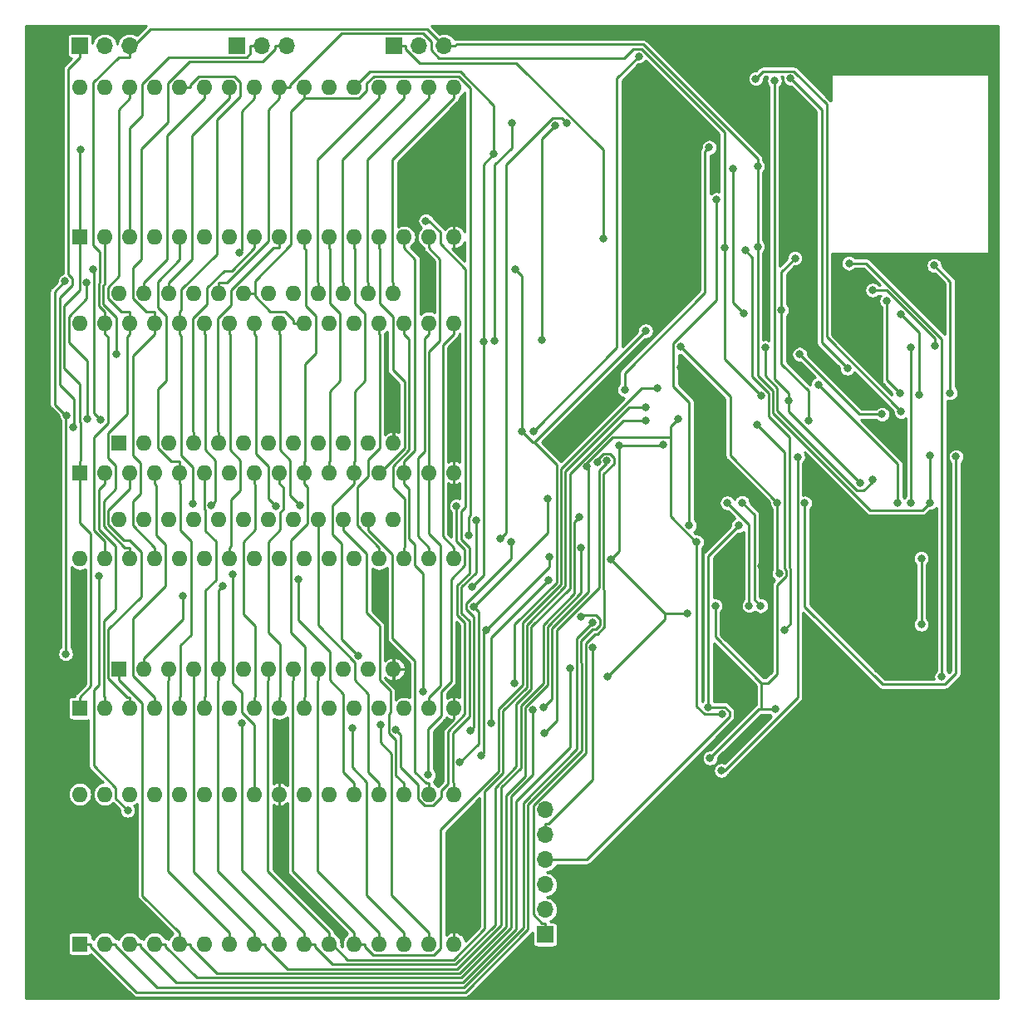
<source format=gbr>
G04 #@! TF.GenerationSoftware,KiCad,Pcbnew,(5.1.2-1)-1*
G04 #@! TF.CreationDate,2020-04-02T23:09:06+01:00*
G04 #@! TF.ProjectId,MZ80-ROMPG,4d5a3830-2d52-44f4-9d50-472e6b696361,rev?*
G04 #@! TF.SameCoordinates,Original*
G04 #@! TF.FileFunction,Copper,L2,Bot*
G04 #@! TF.FilePolarity,Positive*
%FSLAX46Y46*%
G04 Gerber Fmt 4.6, Leading zero omitted, Abs format (unit mm)*
G04 Created by KiCad (PCBNEW (5.1.2-1)-1) date 2020-04-02 23:09:06*
%MOMM*%
%LPD*%
G04 APERTURE LIST*
%ADD10O,1.700000X1.700000*%
%ADD11R,1.700000X1.700000*%
%ADD12O,1.600000X1.600000*%
%ADD13R,1.600000X1.600000*%
%ADD14C,0.800000*%
%ADD15C,0.250000*%
%ADD16C,0.254000*%
G04 APERTURE END LIST*
D10*
X153416000Y-110363000D03*
X153416000Y-112903000D03*
X153416000Y-115443000D03*
X153416000Y-117983000D03*
X153416000Y-120523000D03*
D11*
X153416000Y-123063000D03*
D12*
X106000000Y-36760000D03*
X144100000Y-52000000D03*
X108540000Y-36760000D03*
X141560000Y-52000000D03*
X111080000Y-36760000D03*
X139020000Y-52000000D03*
X113620000Y-36760000D03*
X136480000Y-52000000D03*
X116160000Y-36760000D03*
X133940000Y-52000000D03*
X118700000Y-36760000D03*
X131400000Y-52000000D03*
X121240000Y-36760000D03*
X128860000Y-52000000D03*
X123780000Y-36760000D03*
X126320000Y-52000000D03*
X126320000Y-36760000D03*
X123780000Y-52000000D03*
X128860000Y-36760000D03*
X121240000Y-52000000D03*
X131400000Y-36760000D03*
X118700000Y-52000000D03*
X133940000Y-36760000D03*
X116160000Y-52000000D03*
X136480000Y-36760000D03*
X113620000Y-52000000D03*
X139020000Y-36760000D03*
X111080000Y-52000000D03*
X141560000Y-36760000D03*
X108540000Y-52000000D03*
X144100000Y-36760000D03*
D13*
X106000000Y-52000000D03*
D12*
X106000000Y-60760000D03*
X144100000Y-76000000D03*
X108540000Y-60760000D03*
X141560000Y-76000000D03*
X111080000Y-60760000D03*
X139020000Y-76000000D03*
X113620000Y-60760000D03*
X136480000Y-76000000D03*
X116160000Y-60760000D03*
X133940000Y-76000000D03*
X118700000Y-60760000D03*
X131400000Y-76000000D03*
X121240000Y-60760000D03*
X128860000Y-76000000D03*
X123780000Y-60760000D03*
X126320000Y-76000000D03*
X126320000Y-60760000D03*
X123780000Y-76000000D03*
X128860000Y-60760000D03*
X121240000Y-76000000D03*
X131400000Y-60760000D03*
X118700000Y-76000000D03*
X133940000Y-60760000D03*
X116160000Y-76000000D03*
X136480000Y-60760000D03*
X113620000Y-76000000D03*
X139020000Y-60760000D03*
X111080000Y-76000000D03*
X141560000Y-60760000D03*
X108540000Y-76000000D03*
X144100000Y-60760000D03*
D13*
X106000000Y-76000000D03*
D12*
X106000000Y-84760000D03*
X144100000Y-100000000D03*
X108540000Y-84760000D03*
X141560000Y-100000000D03*
X111080000Y-84760000D03*
X139020000Y-100000000D03*
X113620000Y-84760000D03*
X136480000Y-100000000D03*
X116160000Y-84760000D03*
X133940000Y-100000000D03*
X118700000Y-84760000D03*
X131400000Y-100000000D03*
X121240000Y-84760000D03*
X128860000Y-100000000D03*
X123780000Y-84760000D03*
X126320000Y-100000000D03*
X126320000Y-84760000D03*
X123780000Y-100000000D03*
X128860000Y-84760000D03*
X121240000Y-100000000D03*
X131400000Y-84760000D03*
X118700000Y-100000000D03*
X133940000Y-84760000D03*
X116160000Y-100000000D03*
X136480000Y-84760000D03*
X113620000Y-100000000D03*
X139020000Y-84760000D03*
X111080000Y-100000000D03*
X141560000Y-84760000D03*
X108540000Y-100000000D03*
X144100000Y-84760000D03*
D13*
X106000000Y-100000000D03*
D12*
X110000000Y-57760000D03*
X137940000Y-73000000D03*
X112540000Y-57760000D03*
X135400000Y-73000000D03*
X115080000Y-57760000D03*
X132860000Y-73000000D03*
X117620000Y-57760000D03*
X130320000Y-73000000D03*
X120160000Y-57760000D03*
X127780000Y-73000000D03*
X122700000Y-57760000D03*
X125240000Y-73000000D03*
X125240000Y-57760000D03*
X122700000Y-73000000D03*
X127780000Y-57760000D03*
X120160000Y-73000000D03*
X130320000Y-57760000D03*
X117620000Y-73000000D03*
X132860000Y-57760000D03*
X115080000Y-73000000D03*
X135400000Y-57760000D03*
X112540000Y-73000000D03*
X137940000Y-57760000D03*
D13*
X110000000Y-73000000D03*
D12*
X110000000Y-80760000D03*
X137940000Y-96000000D03*
X112540000Y-80760000D03*
X135400000Y-96000000D03*
X115080000Y-80760000D03*
X132860000Y-96000000D03*
X117620000Y-80760000D03*
X130320000Y-96000000D03*
X120160000Y-80760000D03*
X127780000Y-96000000D03*
X122700000Y-80760000D03*
X125240000Y-96000000D03*
X125240000Y-80760000D03*
X122700000Y-96000000D03*
X127780000Y-80760000D03*
X120160000Y-96000000D03*
X130320000Y-80760000D03*
X117620000Y-96000000D03*
X132860000Y-80760000D03*
X115080000Y-96000000D03*
X135400000Y-80760000D03*
X112540000Y-96000000D03*
X137940000Y-80760000D03*
D13*
X110000000Y-96000000D03*
D12*
X106000000Y-108760000D03*
X144100000Y-124000000D03*
X108540000Y-108760000D03*
X141560000Y-124000000D03*
X111080000Y-108760000D03*
X139020000Y-124000000D03*
X113620000Y-108760000D03*
X136480000Y-124000000D03*
X116160000Y-108760000D03*
X133940000Y-124000000D03*
X118700000Y-108760000D03*
X131400000Y-124000000D03*
X121240000Y-108760000D03*
X128860000Y-124000000D03*
X123780000Y-108760000D03*
X126320000Y-124000000D03*
X126320000Y-108760000D03*
X123780000Y-124000000D03*
X128860000Y-108760000D03*
X121240000Y-124000000D03*
X131400000Y-108760000D03*
X118700000Y-124000000D03*
X133940000Y-108760000D03*
X116160000Y-124000000D03*
X136480000Y-108760000D03*
X113620000Y-124000000D03*
X139020000Y-108760000D03*
X111080000Y-124000000D03*
X141560000Y-108760000D03*
X108540000Y-124000000D03*
X144100000Y-108760000D03*
D13*
X106000000Y-124000000D03*
D10*
X143080000Y-32500000D03*
X140540000Y-32500000D03*
D11*
X138000000Y-32500000D03*
D10*
X111080000Y-32500000D03*
X108540000Y-32500000D03*
D11*
X106000000Y-32500000D03*
D10*
X127080000Y-32500000D03*
X124540000Y-32500000D03*
D11*
X122000000Y-32500000D03*
D14*
X164516500Y-40368200D03*
X187249100Y-96012000D03*
X176264600Y-96241700D03*
X175442000Y-85523000D03*
X167220100Y-65307400D03*
X167259500Y-49757800D03*
X186984000Y-85727900D03*
X171557800Y-74495100D03*
X162377000Y-51316700D03*
X180860000Y-77475000D03*
X178114900Y-49783300D03*
X180169800Y-51280100D03*
X183266000Y-78119300D03*
X167384200Y-66962300D03*
X162375600Y-39632500D03*
X142733200Y-107386200D03*
X199263000Y-129286000D03*
X180219300Y-70733900D03*
X177493900Y-59427300D03*
X158249200Y-93805100D03*
X178867800Y-54156800D03*
X189322400Y-79069000D03*
X181234100Y-67052700D03*
X158700600Y-74964800D03*
X170011900Y-99871400D03*
X173100800Y-81384900D03*
X175043500Y-44778200D03*
X175043500Y-52969100D03*
X192644300Y-79056500D03*
X192644300Y-74216300D03*
X163643300Y-61560300D03*
X150372600Y-55304900D03*
X151021900Y-71819800D03*
X150302000Y-97435200D03*
X152194400Y-71801900D03*
X162951600Y-33593600D03*
X159700900Y-74789400D03*
X153288500Y-102498600D03*
X179135100Y-74405800D03*
X171349200Y-106344900D03*
X136624700Y-101689600D03*
X133762400Y-102012200D03*
X110865000Y-110409400D03*
X107926200Y-86533700D03*
X128252300Y-86838700D03*
X146382400Y-80879800D03*
X175444100Y-68175400D03*
X171687600Y-53055700D03*
X128469900Y-79362200D03*
X155574600Y-40424800D03*
X148829200Y-82731600D03*
X150009000Y-40374800D03*
X148253900Y-62616200D03*
X168097500Y-81391200D03*
X170842100Y-48198800D03*
X177772500Y-92003100D03*
X173771000Y-53356000D03*
X194674900Y-67878600D03*
X193037200Y-54896600D03*
X191472100Y-68064200D03*
X189641500Y-59892000D03*
X189555400Y-67933600D03*
X188211800Y-58506500D03*
X153078100Y-62452500D03*
X154460200Y-40656400D03*
X161512900Y-67569700D03*
X170128200Y-42863400D03*
X174870600Y-35863100D03*
X189675500Y-69781600D03*
X178420600Y-35846000D03*
X184200300Y-65371700D03*
X179861700Y-79101200D03*
X195263400Y-74371000D03*
X185503600Y-77080700D03*
X176768600Y-36075300D03*
X178214100Y-68676000D03*
X190695100Y-79056800D03*
X190695100Y-63213700D03*
X159298500Y-52167500D03*
X109724400Y-63950200D03*
X105349900Y-71367200D03*
X153763200Y-86980700D03*
X147941100Y-101491900D03*
X164841800Y-67412500D03*
X147405600Y-91997800D03*
X153837100Y-84629400D03*
X146907700Y-104808800D03*
X163637800Y-69355500D03*
X146112500Y-89657700D03*
X153641600Y-78688800D03*
X144698900Y-105534100D03*
X163651100Y-70673400D03*
X122510000Y-101503200D03*
X121555900Y-86406200D03*
X120566100Y-87564000D03*
X156860600Y-80499300D03*
X141491200Y-106807500D03*
X144371300Y-79401200D03*
X145781200Y-102260600D03*
X149898000Y-83040900D03*
X116481700Y-88530500D03*
X157089000Y-83649100D03*
X152138700Y-100197700D03*
X155938700Y-95906000D03*
X158250900Y-91259700D03*
X157008200Y-90713600D03*
X119380300Y-79367300D03*
X170739300Y-89576300D03*
X170199400Y-105078500D03*
X176864200Y-100088600D03*
X175007500Y-71101700D03*
X140965500Y-98331900D03*
X166929800Y-70498200D03*
X153211000Y-99935000D03*
X168830200Y-83062100D03*
X157630600Y-75397900D03*
X171404500Y-100601600D03*
X134347800Y-94636400D03*
X145592900Y-82417100D03*
X138201200Y-102223700D03*
X141234900Y-50340500D03*
X167175800Y-63179700D03*
X177242700Y-86269100D03*
X147134700Y-62631700D03*
X145986200Y-87603000D03*
X148192900Y-43557000D03*
X177070800Y-79050900D03*
X175364400Y-89561100D03*
X173478900Y-79056800D03*
X104499900Y-56517900D03*
X104559600Y-94460600D03*
X104681500Y-70157100D03*
X174192300Y-89556200D03*
X171968000Y-79079800D03*
X107340100Y-55296700D03*
X108109800Y-70655100D03*
X167917600Y-90327100D03*
X159732600Y-96802800D03*
X165393700Y-73158800D03*
X160958700Y-73226000D03*
X160096800Y-84854600D03*
X117476500Y-79208800D03*
X125986100Y-79418900D03*
X122284200Y-53577700D03*
X106701700Y-56671000D03*
X106751200Y-70539500D03*
X106069000Y-43063200D03*
X184361000Y-54680900D03*
X193812600Y-96791300D03*
X173635700Y-59753800D03*
X172572800Y-45085400D03*
X179336700Y-63946100D03*
X187711000Y-70052000D03*
X175824400Y-63273400D03*
X186786300Y-76706500D03*
X186767000Y-57413000D03*
X193087300Y-63105100D03*
X191736200Y-84736800D03*
X191736200Y-91452400D03*
D15*
X163935900Y-40883300D02*
X164001400Y-40883300D01*
X164001400Y-40883300D02*
X164516500Y-40368200D01*
X163935900Y-40883300D02*
X163935900Y-49757800D01*
X162375600Y-39632500D02*
X163626400Y-40883300D01*
X163626400Y-40883300D02*
X163935900Y-40883300D01*
X163935900Y-49757800D02*
X162377000Y-51316700D01*
X178114900Y-49783300D02*
X179611700Y-51280100D01*
X179611700Y-51280100D02*
X180169800Y-51280100D01*
X167384200Y-66962300D02*
X171557800Y-71135900D01*
X171557800Y-71135900D02*
X171557800Y-74495100D01*
X175442000Y-85523000D02*
X176264600Y-86345600D01*
X176264600Y-86345600D02*
X176264600Y-96241700D01*
X171557800Y-74495100D02*
X175442000Y-78379300D01*
X175442000Y-78379300D02*
X175442000Y-85523000D01*
X180860000Y-77475000D02*
X181504300Y-78119300D01*
X181504300Y-78119300D02*
X183266000Y-78119300D01*
X186984000Y-85727900D02*
X183266000Y-82009900D01*
X183266000Y-82009900D02*
X183266000Y-78119300D01*
X186984000Y-85727900D02*
X186984000Y-95746900D01*
X186984000Y-95746900D02*
X187249100Y-96012000D01*
X167384200Y-66962300D02*
X167384200Y-65471500D01*
X167384200Y-65471500D02*
X167220100Y-65307400D01*
X163935900Y-49757800D02*
X167259500Y-49757800D01*
X144100000Y-101125300D02*
X142733200Y-102492100D01*
X142733200Y-102492100D02*
X142733200Y-107386200D01*
X144100000Y-100000000D02*
X144100000Y-101125300D01*
X177493900Y-59427300D02*
X177493900Y-64959900D01*
X177493900Y-64959900D02*
X180219300Y-67685300D01*
X180219300Y-67685300D02*
X180219300Y-70733900D01*
X178867800Y-54156800D02*
X177493900Y-55530700D01*
X177493900Y-55530700D02*
X177493900Y-59427300D01*
X153416000Y-111727700D02*
X153783300Y-111727700D01*
X153783300Y-111727700D02*
X158249200Y-107261800D01*
X158249200Y-107261800D02*
X158249200Y-93805100D01*
X153416000Y-112903000D02*
X153416000Y-111727700D01*
X181234100Y-67052700D02*
X189322400Y-75141000D01*
X189322400Y-75141000D02*
X189322400Y-79069000D01*
X153416000Y-121887700D02*
X153048700Y-121887700D01*
X153048700Y-121887700D02*
X152195900Y-121034900D01*
X152195900Y-121034900D02*
X152195900Y-109920900D01*
X152195900Y-109920900D02*
X157564600Y-104552200D01*
X157564600Y-104552200D02*
X157564600Y-95232300D01*
X157564600Y-95232300D02*
X157523800Y-95191500D01*
X157523800Y-95191500D02*
X157523800Y-93371700D01*
X157523800Y-93371700D02*
X158460200Y-92435300D01*
X158460200Y-92435300D02*
X158738000Y-92435300D01*
X158738000Y-92435300D02*
X159435700Y-91737600D01*
X159435700Y-91737600D02*
X159435700Y-87988700D01*
X159435700Y-87988700D02*
X159371500Y-87924500D01*
X159371500Y-87924500D02*
X159371500Y-76144600D01*
X159371500Y-76144600D02*
X160426200Y-75089900D01*
X160426200Y-75089900D02*
X160426200Y-74488900D01*
X160426200Y-74488900D02*
X160001300Y-74064000D01*
X160001300Y-74064000D02*
X159358100Y-74064000D01*
X159358100Y-74064000D02*
X158700600Y-74721500D01*
X158700600Y-74721500D02*
X158700600Y-74964800D01*
X153416000Y-123063000D02*
X153416000Y-121887700D01*
X170011900Y-99871400D02*
X171725300Y-99871400D01*
X171725300Y-99871400D02*
X172187300Y-100333400D01*
X172187300Y-100333400D02*
X172187300Y-100869300D01*
X172187300Y-100869300D02*
X157613600Y-115443000D01*
X157613600Y-115443000D02*
X153416000Y-115443000D01*
X173100800Y-81384900D02*
X170011900Y-84473800D01*
X170011900Y-84473800D02*
X170011900Y-99871400D01*
X124540000Y-32500000D02*
X123364700Y-32500000D01*
X123364700Y-32500000D02*
X123364700Y-33308100D01*
X123364700Y-33308100D02*
X122997500Y-33675300D01*
X122997500Y-33675300D02*
X115082200Y-33675300D01*
X115082200Y-33675300D02*
X112363000Y-36394500D01*
X112363000Y-36394500D02*
X112363000Y-39618600D01*
X112363000Y-39618600D02*
X111080000Y-40901600D01*
X111080000Y-40901600D02*
X111080000Y-52000000D01*
X192644300Y-79056500D02*
X191888400Y-79812400D01*
X191888400Y-79812400D02*
X186476900Y-79812400D01*
X186476900Y-79812400D02*
X176619700Y-69955200D01*
X176619700Y-69955200D02*
X176619700Y-67688300D01*
X176619700Y-67688300D02*
X175043500Y-66112100D01*
X175043500Y-66112100D02*
X175043500Y-52969100D01*
X175043500Y-44778200D02*
X175043500Y-44022700D01*
X175043500Y-44022700D02*
X163386500Y-32365700D01*
X163386500Y-32365700D02*
X144389600Y-32365700D01*
X144389600Y-32365700D02*
X144255300Y-32500000D01*
X143080000Y-32500000D02*
X144255300Y-32500000D01*
X175043500Y-52969100D02*
X175043500Y-44778200D01*
X111080000Y-32975100D02*
X113217100Y-30838000D01*
X113217100Y-30838000D02*
X141418000Y-30838000D01*
X141418000Y-30838000D02*
X143080000Y-32500000D01*
X192644300Y-79056500D02*
X192644300Y-74216300D01*
X108540000Y-59634700D02*
X107923800Y-59018500D01*
X107923800Y-59018500D02*
X107923800Y-56764300D01*
X107923800Y-56764300D02*
X108065400Y-56622700D01*
X108065400Y-56622700D02*
X108065400Y-53500100D01*
X108065400Y-53500100D02*
X107384000Y-52818700D01*
X107384000Y-52818700D02*
X107384000Y-36269500D01*
X107384000Y-36269500D02*
X109978200Y-33675300D01*
X109978200Y-33675300D02*
X111080000Y-33675300D01*
X111080000Y-32975100D02*
X111080000Y-33675300D01*
X111080000Y-32500000D02*
X111080000Y-32975100D01*
X108540000Y-60760000D02*
X108540000Y-59634700D01*
X108540000Y-83634700D02*
X108540000Y-83005400D01*
X108540000Y-83005400D02*
X107414700Y-81880100D01*
X107414700Y-81880100D02*
X107414700Y-72376000D01*
X107414700Y-72376000D02*
X108835100Y-70955600D01*
X108835100Y-70955600D02*
X108835100Y-62180400D01*
X108835100Y-62180400D02*
X108540000Y-61885300D01*
X108540000Y-60760000D02*
X108540000Y-61885300D01*
X108540000Y-84760000D02*
X108540000Y-83634700D01*
X152285300Y-72918300D02*
X154562500Y-75195500D01*
X154562500Y-75195500D02*
X154562500Y-87207200D01*
X154562500Y-87207200D02*
X150302000Y-91467700D01*
X150302000Y-91467700D02*
X150302000Y-97435200D01*
X163643300Y-61560300D02*
X152285300Y-72918300D01*
X152285300Y-72918300D02*
X152120400Y-72918300D01*
X152120400Y-72918300D02*
X151021900Y-71819800D01*
X151021900Y-71819800D02*
X151021900Y-55954200D01*
X151021900Y-55954200D02*
X150372600Y-55304900D01*
X152194400Y-71801900D02*
X160711700Y-63284600D01*
X160711700Y-63284600D02*
X160711700Y-35833500D01*
X160711700Y-35833500D02*
X162951600Y-33593600D01*
X159700900Y-74789400D02*
X159700800Y-74789400D01*
X159700800Y-74789400D02*
X159700800Y-74990400D01*
X159700800Y-74990400D02*
X158871500Y-75819700D01*
X158871500Y-75819700D02*
X158871400Y-75819700D01*
X158871400Y-75819700D02*
X158871400Y-87753600D01*
X158871400Y-87753600D02*
X154558300Y-92066700D01*
X154558300Y-92066700D02*
X154558300Y-101228800D01*
X154558300Y-101228800D02*
X153288500Y-102498600D01*
X179135100Y-74405800D02*
X179135100Y-98915400D01*
X179135100Y-98915400D02*
X171705600Y-106344900D01*
X171705600Y-106344900D02*
X171349200Y-106344900D01*
X136624700Y-101689600D02*
X136624700Y-103485800D01*
X136624700Y-103485800D02*
X137750000Y-104611100D01*
X137750000Y-104611100D02*
X137750000Y-119064700D01*
X137750000Y-119064700D02*
X141560000Y-122874700D01*
X141560000Y-124000000D02*
X141560000Y-122874700D01*
X139020000Y-124000000D02*
X139020000Y-122874700D01*
X133762400Y-102012200D02*
X133762400Y-106047100D01*
X133762400Y-106047100D02*
X135210000Y-107494700D01*
X135210000Y-107494700D02*
X135210000Y-119064700D01*
X135210000Y-119064700D02*
X139020000Y-122874700D01*
X136480000Y-124000000D02*
X136480000Y-122874700D01*
X130320000Y-96000000D02*
X130320000Y-97125300D01*
X130320000Y-97125300D02*
X130225000Y-97220300D01*
X130225000Y-97220300D02*
X130225000Y-116619700D01*
X130225000Y-116619700D02*
X136480000Y-122874700D01*
X107926200Y-86533700D02*
X107926200Y-97585400D01*
X107926200Y-97585400D02*
X107405500Y-98106100D01*
X107405500Y-98106100D02*
X107405500Y-105825300D01*
X107405500Y-105825300D02*
X109665400Y-108085200D01*
X109665400Y-108085200D02*
X109665400Y-109209800D01*
X109665400Y-109209800D02*
X110865000Y-110409400D01*
X133940000Y-108760000D02*
X133940000Y-107634700D01*
X128252300Y-86838700D02*
X128252300Y-91046800D01*
X128252300Y-91046800D02*
X131445400Y-94239900D01*
X131445400Y-94239900D02*
X131445400Y-97160200D01*
X131445400Y-97160200D02*
X132814700Y-98529500D01*
X132814700Y-98529500D02*
X132814700Y-106509400D01*
X132814700Y-106509400D02*
X133940000Y-107634700D01*
X136480000Y-107634700D02*
X135354700Y-106509400D01*
X135354700Y-106509400D02*
X135354700Y-98529500D01*
X135354700Y-98529500D02*
X133985400Y-97160200D01*
X133985400Y-97160200D02*
X133985400Y-95299700D01*
X133985400Y-95299700D02*
X130256600Y-91570900D01*
X130256600Y-91570900D02*
X130256600Y-81948700D01*
X130256600Y-81948700D02*
X130320000Y-81885300D01*
X136480000Y-108760000D02*
X136480000Y-107634700D01*
X130320000Y-80760000D02*
X130320000Y-81885300D01*
X139020000Y-108760000D02*
X139020000Y-107634700D01*
X132860000Y-80760000D02*
X132860000Y-81885300D01*
X132860000Y-81885300D02*
X135210000Y-84235300D01*
X135210000Y-84235300D02*
X135210000Y-90279800D01*
X135210000Y-90279800D02*
X136525400Y-91595200D01*
X136525400Y-91595200D02*
X136525400Y-97160200D01*
X136525400Y-97160200D02*
X137620800Y-98255600D01*
X137620800Y-98255600D02*
X137620800Y-100450800D01*
X137620800Y-100450800D02*
X137468500Y-100603100D01*
X137468500Y-100603100D02*
X137468500Y-102516800D01*
X137468500Y-102516800D02*
X138200500Y-103248800D01*
X138200500Y-103248800D02*
X138200500Y-106815200D01*
X138200500Y-106815200D02*
X139020000Y-107634700D01*
X141560000Y-108760000D02*
X141560000Y-107634700D01*
X135400000Y-80760000D02*
X135400000Y-81885300D01*
X135400000Y-81885300D02*
X137862500Y-84347800D01*
X137862500Y-84347800D02*
X137862500Y-92913900D01*
X137862500Y-92913900D02*
X140145300Y-95196700D01*
X140145300Y-95196700D02*
X140145300Y-106519900D01*
X140145300Y-106519900D02*
X141260100Y-107634700D01*
X141260100Y-107634700D02*
X141560000Y-107634700D01*
X146382400Y-80879800D02*
X146382400Y-86181100D01*
X146382400Y-86181100D02*
X144898600Y-87664900D01*
X144898600Y-87664900D02*
X144898600Y-90315400D01*
X144898600Y-90315400D02*
X145681500Y-91098300D01*
X145681500Y-91098300D02*
X145681500Y-100817600D01*
X145681500Y-100817600D02*
X143973600Y-102525500D01*
X143973600Y-102525500D02*
X143973600Y-107508300D01*
X143973600Y-107508300D02*
X144100000Y-107634700D01*
X144100000Y-108760000D02*
X144100000Y-107634700D01*
X171687600Y-53055700D02*
X171687600Y-64418900D01*
X171687600Y-64418900D02*
X175444100Y-68175400D01*
X126320000Y-36760000D02*
X126320000Y-37885300D01*
X120160000Y-57760000D02*
X120160000Y-56634700D01*
X120160000Y-56634700D02*
X121004000Y-56634700D01*
X121004000Y-56634700D02*
X125194700Y-52444000D01*
X125194700Y-52444000D02*
X125194700Y-39010600D01*
X125194700Y-39010600D02*
X126320000Y-37885300D01*
X127445300Y-36760000D02*
X127445300Y-36478700D01*
X127445300Y-36478700D02*
X132635600Y-31288400D01*
X132635600Y-31288400D02*
X140994800Y-31288400D01*
X140994800Y-31288400D02*
X141810000Y-32103600D01*
X141810000Y-32103600D02*
X141810000Y-32948100D01*
X141810000Y-32948100D02*
X142609900Y-33748000D01*
X142609900Y-33748000D02*
X161471900Y-33748000D01*
X161471900Y-33748000D02*
X162364500Y-32855400D01*
X162364500Y-32855400D02*
X163239200Y-32855400D01*
X163239200Y-32855400D02*
X171687500Y-41303700D01*
X171687500Y-41303700D02*
X171687500Y-53055700D01*
X171687500Y-53055700D02*
X171687600Y-53055700D01*
X126320000Y-36760000D02*
X127445300Y-36760000D01*
X126320000Y-60760000D02*
X126320000Y-61885300D01*
X126320000Y-61885300D02*
X126365400Y-61930700D01*
X126365400Y-61930700D02*
X126365400Y-73660200D01*
X126365400Y-73660200D02*
X127445400Y-74740200D01*
X127445400Y-74740200D02*
X127445400Y-78337700D01*
X127445400Y-78337700D02*
X128469900Y-79362200D01*
X148829200Y-82731600D02*
X149441200Y-82119600D01*
X149441200Y-82119600D02*
X149441200Y-44632700D01*
X149441200Y-44632700D02*
X154154700Y-39919200D01*
X154154700Y-39919200D02*
X155069000Y-39919200D01*
X155069000Y-39919200D02*
X155574600Y-40424800D01*
X148253900Y-62616200D02*
X148253900Y-44645300D01*
X148253900Y-44645300D02*
X150008900Y-42890300D01*
X150008900Y-42890300D02*
X150008900Y-40374800D01*
X150008900Y-40374800D02*
X150009000Y-40374800D01*
X170842100Y-48198800D02*
X170842100Y-58429700D01*
X170842100Y-58429700D02*
X166449700Y-62822100D01*
X166449700Y-62822100D02*
X166449700Y-67207000D01*
X166449700Y-67207000D02*
X168097500Y-68854800D01*
X168097500Y-68854800D02*
X168097500Y-81391200D01*
X177772500Y-92003100D02*
X178418300Y-91357300D01*
X178418300Y-91357300D02*
X178418300Y-85782000D01*
X178418300Y-85782000D02*
X178303300Y-85667000D01*
X178303300Y-85667000D02*
X178303300Y-72392300D01*
X178303300Y-72392300D02*
X176169400Y-70258400D01*
X176169400Y-70258400D02*
X176169400Y-67874900D01*
X176169400Y-67874900D02*
X174528300Y-66233800D01*
X174528300Y-66233800D02*
X174528300Y-54113300D01*
X174528300Y-54113300D02*
X173771000Y-53356000D01*
X193037200Y-54896600D02*
X194674900Y-56534300D01*
X194674900Y-56534300D02*
X194674900Y-67878600D01*
X189641500Y-59892000D02*
X191472100Y-61722600D01*
X191472100Y-61722600D02*
X191472100Y-68064200D01*
X189555400Y-67933600D02*
X188211800Y-66590000D01*
X188211800Y-66590000D02*
X188211800Y-58506500D01*
X153078100Y-62452500D02*
X153078100Y-42038500D01*
X153078100Y-42038500D02*
X154460200Y-40656400D01*
X170128200Y-42863400D02*
X169705700Y-43285900D01*
X169705700Y-43285900D02*
X169705700Y-57670600D01*
X169705700Y-57670600D02*
X161512900Y-65863400D01*
X161512900Y-65863400D02*
X161512900Y-67569700D01*
X189675500Y-69781600D02*
X182076000Y-62182100D01*
X182076000Y-62182100D02*
X182076000Y-38475500D01*
X182076000Y-38475500D02*
X178721200Y-35120700D01*
X178721200Y-35120700D02*
X175613000Y-35120700D01*
X175613000Y-35120700D02*
X174870600Y-35863100D01*
X184200300Y-65371700D02*
X181571000Y-62742400D01*
X181571000Y-62742400D02*
X181571000Y-38996400D01*
X181571000Y-38996400D02*
X178420600Y-35846000D01*
X195263400Y-74371000D02*
X195263400Y-96428700D01*
X195263400Y-96428700D02*
X194121400Y-97570700D01*
X194121400Y-97570700D02*
X187778600Y-97570700D01*
X187778600Y-97570700D02*
X179861700Y-89653800D01*
X179861700Y-89653800D02*
X179861700Y-79101200D01*
X185503600Y-77080700D02*
X178214200Y-69791300D01*
X178214200Y-69791300D02*
X178214200Y-68676000D01*
X178214200Y-68676000D02*
X178214100Y-68676000D01*
X178214100Y-68676000D02*
X178214100Y-67893000D01*
X178214100Y-67893000D02*
X176768600Y-66447500D01*
X176768600Y-66447500D02*
X176768600Y-36075300D01*
X190695100Y-63213700D02*
X190695100Y-79056800D01*
X159298500Y-52167500D02*
X159298500Y-43122900D01*
X159298500Y-43122900D02*
X150476100Y-34300500D01*
X150476100Y-34300500D02*
X140608500Y-34300500D01*
X140608500Y-34300500D02*
X139175300Y-32867300D01*
X139175300Y-32867300D02*
X139175300Y-32500000D01*
X138000000Y-32500000D02*
X139175300Y-32500000D01*
X113620000Y-59634700D02*
X112776000Y-59634700D01*
X112776000Y-59634700D02*
X111388800Y-58247500D01*
X111388800Y-58247500D02*
X111388800Y-55146000D01*
X111388800Y-55146000D02*
X112231200Y-54303600D01*
X112231200Y-54303600D02*
X112231200Y-43051200D01*
X112231200Y-43051200D02*
X114955900Y-40326500D01*
X114955900Y-40326500D02*
X114955900Y-36337800D01*
X114955900Y-36337800D02*
X117168100Y-34125600D01*
X117168100Y-34125600D02*
X124646500Y-34125600D01*
X124646500Y-34125600D02*
X125904700Y-32867400D01*
X125904700Y-32867400D02*
X125904700Y-32500000D01*
X113620000Y-60760000D02*
X113620000Y-59634700D01*
X127080000Y-32500000D02*
X125904700Y-32500000D01*
X113620000Y-60760000D02*
X113620000Y-61885300D01*
X113620000Y-84760000D02*
X113620000Y-83634700D01*
X113620000Y-83634700D02*
X111388800Y-81403500D01*
X111388800Y-81403500D02*
X111388800Y-78956400D01*
X111388800Y-78956400D02*
X112205600Y-78139600D01*
X112205600Y-78139600D02*
X112205600Y-75050800D01*
X112205600Y-75050800D02*
X111380000Y-74225200D01*
X111380000Y-74225200D02*
X111380000Y-64125300D01*
X111380000Y-64125300D02*
X113620000Y-61885300D01*
X108540000Y-76000000D02*
X108540000Y-77125300D01*
X108540000Y-100000000D02*
X108540000Y-98874700D01*
X108540000Y-98874700D02*
X108424200Y-98758900D01*
X108424200Y-98758900D02*
X108424200Y-91138700D01*
X108424200Y-91138700D02*
X109668900Y-89894000D01*
X109668900Y-89894000D02*
X109668900Y-83497400D01*
X109668900Y-83497400D02*
X107970600Y-81799100D01*
X107970600Y-81799100D02*
X107970600Y-77694700D01*
X107970600Y-77694700D02*
X108540000Y-77125300D01*
X109724400Y-63950200D02*
X109724400Y-60182200D01*
X109724400Y-60182200D02*
X108396000Y-58853800D01*
X108396000Y-58853800D02*
X108396000Y-56929000D01*
X108396000Y-56929000D02*
X108540000Y-56785000D01*
X108540000Y-56785000D02*
X108540000Y-52000000D01*
X106000000Y-32500000D02*
X106000000Y-33675300D01*
X106000000Y-33675300D02*
X104829600Y-34845700D01*
X104829600Y-34845700D02*
X104829600Y-55821300D01*
X104829600Y-55821300D02*
X105244800Y-56236500D01*
X105244800Y-56236500D02*
X105244800Y-56899500D01*
X105244800Y-56899500D02*
X103964600Y-58179700D01*
X103964600Y-58179700D02*
X103964600Y-67057400D01*
X103964600Y-67057400D02*
X105406900Y-68499700D01*
X105406900Y-68499700D02*
X105406900Y-71310200D01*
X105406900Y-71310200D02*
X105349900Y-71367200D01*
X111080000Y-98874700D02*
X110798700Y-98874700D01*
X110798700Y-98874700D02*
X108874600Y-96950600D01*
X108874600Y-96950600D02*
X108874600Y-91962100D01*
X108874600Y-91962100D02*
X112218800Y-88617900D01*
X112218800Y-88617900D02*
X112218800Y-84063800D01*
X112218800Y-84063800D02*
X111055400Y-82900400D01*
X111055400Y-82900400D02*
X110510700Y-82900400D01*
X110510700Y-82900400D02*
X108874200Y-81263900D01*
X108874200Y-81263900D02*
X108874200Y-79825200D01*
X108874200Y-79825200D02*
X111080000Y-77619400D01*
X111080000Y-77619400D02*
X111080000Y-76000000D01*
X111080000Y-100000000D02*
X111080000Y-98874700D01*
X147941100Y-101491900D02*
X147941100Y-92802800D01*
X147941100Y-92802800D02*
X153763200Y-86980700D01*
X164841800Y-67412500D02*
X163229400Y-67412500D01*
X163229400Y-67412500D02*
X155012800Y-75629100D01*
X155012800Y-75629100D02*
X155012800Y-87393800D01*
X155012800Y-87393800D02*
X151099100Y-91307500D01*
X151099100Y-91307500D02*
X151099100Y-97663900D01*
X151099100Y-97663900D02*
X148666400Y-100096600D01*
X148666400Y-100096600D02*
X148666400Y-106430900D01*
X148666400Y-106430900D02*
X142756100Y-112341200D01*
X142756100Y-112341200D02*
X142756100Y-124434800D01*
X142756100Y-124434800D02*
X142065600Y-125125300D01*
X142065600Y-125125300D02*
X135909200Y-125125300D01*
X135909200Y-125125300D02*
X135065300Y-124281400D01*
X135065300Y-124281400D02*
X135065300Y-124000000D01*
X133940000Y-124000000D02*
X133940000Y-122874700D01*
X127780000Y-96000000D02*
X127780000Y-97125300D01*
X133940000Y-124000000D02*
X135065300Y-124000000D01*
X127780000Y-97125300D02*
X127685000Y-97220300D01*
X127685000Y-97220300D02*
X127685000Y-116619700D01*
X127685000Y-116619700D02*
X133940000Y-122874700D01*
X146907700Y-104808800D02*
X147116100Y-104600400D01*
X147116100Y-104600400D02*
X147116100Y-92287300D01*
X147116100Y-92287300D02*
X147405600Y-91997800D01*
X147405600Y-91997800D02*
X153837100Y-85566300D01*
X153837100Y-85566300D02*
X153837100Y-84629400D01*
X163637800Y-69355500D02*
X161953200Y-69355500D01*
X161953200Y-69355500D02*
X155463100Y-75845600D01*
X155463100Y-75845600D02*
X155463100Y-87580400D01*
X155463100Y-87580400D02*
X151549400Y-91494100D01*
X151549400Y-91494100D02*
X151549400Y-97850500D01*
X151549400Y-97850500D02*
X149116800Y-100283100D01*
X149116800Y-100283100D02*
X149116800Y-106617400D01*
X149116800Y-106617400D02*
X147254600Y-108479600D01*
X147254600Y-108479600D02*
X147254600Y-122468900D01*
X147254600Y-122468900D02*
X144108300Y-125615200D01*
X144108300Y-125615200D02*
X133296600Y-125615200D01*
X133296600Y-125615200D02*
X131400000Y-123718600D01*
X131400000Y-123718600D02*
X131400000Y-122874700D01*
X131400000Y-124000000D02*
X131400000Y-123718600D01*
X125240000Y-96000000D02*
X125240000Y-97125300D01*
X125240000Y-97125300D02*
X125145000Y-97220300D01*
X125145000Y-97220300D02*
X125145000Y-116619700D01*
X125145000Y-116619700D02*
X131400000Y-122874700D01*
X144698900Y-105534100D02*
X146596600Y-103636400D01*
X146596600Y-103636400D02*
X146596600Y-90141800D01*
X146596600Y-90141800D02*
X146112500Y-89657700D01*
X153641600Y-78688800D02*
X153641600Y-82128600D01*
X153641600Y-82128600D02*
X146112500Y-89657700D01*
X163651100Y-70673400D02*
X161329000Y-70673400D01*
X161329000Y-70673400D02*
X155913400Y-76089000D01*
X155913400Y-76089000D02*
X155913400Y-87767000D01*
X155913400Y-87767000D02*
X151999700Y-91680700D01*
X151999700Y-91680700D02*
X151999700Y-98037100D01*
X151999700Y-98037100D02*
X150439900Y-99596900D01*
X150439900Y-99596900D02*
X150439900Y-105931200D01*
X150439900Y-105931200D02*
X148287100Y-108084000D01*
X148287100Y-108084000D02*
X148287100Y-122073300D01*
X148287100Y-122073300D02*
X144294900Y-126065500D01*
X144294900Y-126065500D02*
X131769500Y-126065500D01*
X131769500Y-126065500D02*
X129985300Y-124281300D01*
X129985300Y-124281300D02*
X129985300Y-124000000D01*
X128860000Y-124000000D02*
X129985300Y-124000000D01*
X128860000Y-123437300D02*
X128860000Y-124000000D01*
X128860000Y-123437300D02*
X128860000Y-122874700D01*
X128860000Y-122874700D02*
X122510000Y-116524700D01*
X122510000Y-116524700D02*
X122510000Y-101503200D01*
X123780000Y-108760000D02*
X123780000Y-101710600D01*
X123780000Y-101710600D02*
X122510000Y-100440600D01*
X122510000Y-100440600D02*
X122510000Y-98384800D01*
X122510000Y-98384800D02*
X121555900Y-97430700D01*
X121555900Y-97430700D02*
X121555900Y-86406200D01*
X120160000Y-96000000D02*
X120160000Y-87970100D01*
X120160000Y-87970100D02*
X120566100Y-87564000D01*
X120160000Y-96000000D02*
X120160000Y-97125300D01*
X120160000Y-97125300D02*
X120065000Y-97220300D01*
X120065000Y-97220300D02*
X120065000Y-116619700D01*
X120065000Y-116619700D02*
X126320000Y-122874700D01*
X126320000Y-124000000D02*
X126320000Y-122874700D01*
X156860600Y-80499300D02*
X156363700Y-80996200D01*
X156363700Y-80996200D02*
X156363700Y-88350600D01*
X156363700Y-88350600D02*
X153207400Y-91506900D01*
X153207400Y-91506900D02*
X153207400Y-97466300D01*
X153207400Y-97466300D02*
X150922400Y-99751300D01*
X150922400Y-99751300D02*
X150922400Y-106085600D01*
X150922400Y-106085600D02*
X148962400Y-108045600D01*
X148962400Y-108045600D02*
X148962400Y-122058500D01*
X148962400Y-122058500D02*
X144472500Y-126548400D01*
X144472500Y-126548400D02*
X127172300Y-126548400D01*
X127172300Y-126548400D02*
X124905300Y-124281400D01*
X124905300Y-124281400D02*
X124905300Y-124000000D01*
X123780000Y-124000000D02*
X124905300Y-124000000D01*
X117620000Y-96000000D02*
X117620000Y-97125300D01*
X117620000Y-97125300D02*
X117553500Y-97191800D01*
X117553500Y-97191800D02*
X117553500Y-116648200D01*
X117553500Y-116648200D02*
X123780000Y-122874700D01*
X123780000Y-124000000D02*
X123780000Y-122874700D01*
X144371300Y-79401200D02*
X144371300Y-82974000D01*
X144371300Y-82974000D02*
X145228900Y-83831600D01*
X145228900Y-83831600D02*
X145228900Y-85454800D01*
X145228900Y-85454800D02*
X143819600Y-86864100D01*
X143819600Y-86864100D02*
X143819600Y-97278700D01*
X143819600Y-97278700D02*
X142830000Y-98268300D01*
X142830000Y-98268300D02*
X142830000Y-100773300D01*
X142830000Y-100773300D02*
X141491200Y-102112100D01*
X141491200Y-102112100D02*
X141491200Y-106807500D01*
X149898000Y-83040900D02*
X149898000Y-84756900D01*
X149898000Y-84756900D02*
X145350600Y-89304300D01*
X145350600Y-89304300D02*
X145350600Y-89937900D01*
X145350600Y-89937900D02*
X146131800Y-90719100D01*
X146131800Y-90719100D02*
X146131800Y-101910000D01*
X146131800Y-101910000D02*
X145781200Y-102260600D01*
X121240000Y-124000000D02*
X121240000Y-122874700D01*
X115080000Y-96000000D02*
X115080000Y-97125300D01*
X115080000Y-97125300D02*
X114985000Y-97220300D01*
X114985000Y-97220300D02*
X114985000Y-116619700D01*
X114985000Y-116619700D02*
X121240000Y-122874700D01*
X112540000Y-96000000D02*
X112540000Y-94874700D01*
X112540000Y-94874700D02*
X116481700Y-90933000D01*
X116481700Y-90933000D02*
X116481700Y-88530500D01*
X157089000Y-83649100D02*
X157089000Y-88262200D01*
X157089000Y-88262200D02*
X153657700Y-91693500D01*
X153657700Y-91693500D02*
X153657700Y-97652900D01*
X153657700Y-97652900D02*
X151372700Y-99937900D01*
X151372700Y-99937900D02*
X151372700Y-106909100D01*
X151372700Y-106909100D02*
X149412800Y-108869000D01*
X149412800Y-108869000D02*
X149412800Y-122245000D01*
X149412800Y-122245000D02*
X144659100Y-126998700D01*
X144659100Y-126998700D02*
X120002600Y-126998700D01*
X120002600Y-126998700D02*
X117285300Y-124281400D01*
X117285300Y-124281400D02*
X117285300Y-124000000D01*
X116160000Y-124000000D02*
X117285300Y-124000000D01*
X116160000Y-122874700D02*
X112383300Y-119098000D01*
X112383300Y-119098000D02*
X112383300Y-99508600D01*
X112383300Y-99508600D02*
X110000000Y-97125300D01*
X116160000Y-124000000D02*
X116160000Y-122874700D01*
X110000000Y-96000000D02*
X110000000Y-97125300D01*
X114745300Y-124000000D02*
X114745300Y-124281300D01*
X114745300Y-124281300D02*
X117913000Y-127449000D01*
X117913000Y-127449000D02*
X144845700Y-127449000D01*
X144845700Y-127449000D02*
X149962000Y-122332700D01*
X149962000Y-122332700D02*
X149962000Y-108956700D01*
X149962000Y-108956700D02*
X152138700Y-106780000D01*
X152138700Y-106780000D02*
X152138700Y-100197700D01*
X113620000Y-124000000D02*
X114745300Y-124000000D01*
X111080000Y-124000000D02*
X112205300Y-124000000D01*
X112205300Y-124000000D02*
X112205300Y-124281300D01*
X112205300Y-124281300D02*
X115854000Y-127930000D01*
X115854000Y-127930000D02*
X145001600Y-127930000D01*
X145001600Y-127930000D02*
X150428700Y-122502900D01*
X150428700Y-122502900D02*
X150428700Y-109445300D01*
X150428700Y-109445300D02*
X155938700Y-103935300D01*
X155938700Y-103935300D02*
X155938700Y-95906000D01*
X109665300Y-124000000D02*
X109665300Y-124229600D01*
X109665300Y-124229600D02*
X113878500Y-128442800D01*
X113878500Y-128442800D02*
X145125700Y-128442800D01*
X145125700Y-128442800D02*
X151213900Y-122354600D01*
X151213900Y-122354600D02*
X151213900Y-109615500D01*
X151213900Y-109615500D02*
X156664000Y-104165400D01*
X156664000Y-104165400D02*
X156664000Y-95605500D01*
X156664000Y-95605500D02*
X156604500Y-95546000D01*
X156604500Y-95546000D02*
X156604500Y-92906100D01*
X156604500Y-92906100D02*
X158250900Y-91259700D01*
X108540000Y-124000000D02*
X109665300Y-124000000D01*
X107125300Y-124000000D02*
X107125300Y-124281300D01*
X107125300Y-124281300D02*
X111783600Y-128939600D01*
X111783600Y-128939600D02*
X145265800Y-128939600D01*
X145265800Y-128939600D02*
X151664300Y-122541100D01*
X151664300Y-122541100D02*
X151664300Y-109802000D01*
X151664300Y-109802000D02*
X157114300Y-104352000D01*
X157114300Y-104352000D02*
X157114300Y-95418900D01*
X157114300Y-95418900D02*
X157073500Y-95378100D01*
X157073500Y-95378100D02*
X157073500Y-93159500D01*
X157073500Y-93159500D02*
X158248000Y-91985000D01*
X158248000Y-91985000D02*
X158551400Y-91985000D01*
X158551400Y-91985000D02*
X158985300Y-91551100D01*
X158985300Y-91551100D02*
X158985300Y-90902600D01*
X158985300Y-90902600D02*
X158579100Y-90496400D01*
X158579100Y-90496400D02*
X157225400Y-90496400D01*
X157225400Y-90496400D02*
X157008200Y-90713600D01*
X106000000Y-124000000D02*
X107125300Y-124000000D01*
X118700000Y-60760000D02*
X118700000Y-61885300D01*
X118700000Y-61885300D02*
X118745400Y-61930700D01*
X118745400Y-61930700D02*
X118745400Y-73660200D01*
X118745400Y-73660200D02*
X119825400Y-74740200D01*
X119825400Y-74740200D02*
X119825400Y-78922200D01*
X119825400Y-78922200D02*
X119380300Y-79367300D01*
X112540000Y-56634700D02*
X114890000Y-54284700D01*
X114890000Y-54284700D02*
X114890000Y-41695300D01*
X114890000Y-41695300D02*
X118700000Y-37885300D01*
X112540000Y-57760000D02*
X112540000Y-56634700D01*
X118700000Y-36760000D02*
X118700000Y-37885300D01*
X141560000Y-76000000D02*
X141560000Y-63685500D01*
X141560000Y-63685500D02*
X142685300Y-62560200D01*
X142685300Y-62560200D02*
X142685300Y-54250600D01*
X142685300Y-54250600D02*
X141560000Y-53125300D01*
X141560000Y-100000000D02*
X141560000Y-98874700D01*
X141560000Y-76000000D02*
X141560000Y-82224700D01*
X141560000Y-82224700D02*
X142724700Y-83389400D01*
X142724700Y-83389400D02*
X142724700Y-97710000D01*
X142724700Y-97710000D02*
X141560000Y-98874700D01*
X141560000Y-52000000D02*
X141560000Y-53125300D01*
X121240000Y-84760000D02*
X121240000Y-83634700D01*
X121240000Y-60760000D02*
X121240000Y-61885300D01*
X121240000Y-61885300D02*
X121285400Y-61930700D01*
X121285400Y-61930700D02*
X121285400Y-73660200D01*
X121285400Y-73660200D02*
X122365600Y-74740400D01*
X122365600Y-74740400D02*
X122365600Y-77829200D01*
X122365600Y-77829200D02*
X121430000Y-78764800D01*
X121430000Y-78764800D02*
X121430000Y-83444700D01*
X121430000Y-83444700D02*
X121240000Y-83634700D01*
X115080000Y-57760000D02*
X115080000Y-56634700D01*
X121240000Y-37885300D02*
X117429900Y-41695400D01*
X117429900Y-41695400D02*
X117429900Y-54284800D01*
X117429900Y-54284800D02*
X115080000Y-56634700D01*
X121240000Y-36760000D02*
X121240000Y-37885300D01*
X175442200Y-97454500D02*
X176077600Y-97454500D01*
X176077600Y-97454500D02*
X177047000Y-96485100D01*
X177047000Y-96485100D02*
X177047000Y-87490600D01*
X177047000Y-87490600D02*
X177968000Y-86569600D01*
X177968000Y-86569600D02*
X177968000Y-85968600D01*
X177968000Y-85968600D02*
X177803100Y-85803700D01*
X177803100Y-85803700D02*
X177803100Y-73897300D01*
X177803100Y-73897300D02*
X175007500Y-71101700D01*
X175442200Y-100088600D02*
X175442200Y-97454500D01*
X175442200Y-97454500D02*
X170739300Y-92751600D01*
X170739300Y-92751600D02*
X170739300Y-89576300D01*
X175442200Y-100088600D02*
X176864200Y-100088600D01*
X170199400Y-105078500D02*
X175189300Y-100088600D01*
X175189300Y-100088600D02*
X175442200Y-100088600D01*
X139020000Y-52000000D02*
X139020000Y-53125300D01*
X139020000Y-76000000D02*
X139020000Y-74874700D01*
X139020000Y-74874700D02*
X140145300Y-73749400D01*
X140145300Y-73749400D02*
X140145300Y-54250600D01*
X140145300Y-54250600D02*
X139020000Y-53125300D01*
X139020000Y-76562600D02*
X139020000Y-76000000D01*
X139020000Y-76562600D02*
X139020000Y-77125300D01*
X139020000Y-77125300D02*
X139520800Y-77626100D01*
X139520800Y-77626100D02*
X139520800Y-82725500D01*
X139520800Y-82725500D02*
X140145400Y-83350100D01*
X140145400Y-83350100D02*
X140145400Y-85435000D01*
X140145400Y-85435000D02*
X140965500Y-86255100D01*
X140965500Y-86255100D02*
X140965500Y-98331900D01*
X166157500Y-72404500D02*
X166157500Y-80476900D01*
X166157500Y-80476900D02*
X168742700Y-83062100D01*
X168742700Y-83062100D02*
X168830200Y-83062100D01*
X157630600Y-75397900D02*
X157630600Y-75008800D01*
X157630600Y-75008800D02*
X160234900Y-72404500D01*
X160234900Y-72404500D02*
X166157500Y-72404500D01*
X166157500Y-72404500D02*
X166157500Y-71270500D01*
X166157500Y-71270500D02*
X166929800Y-70498200D01*
X157630600Y-75397900D02*
X157814400Y-75581700D01*
X157814400Y-75581700D02*
X157814400Y-88173700D01*
X157814400Y-88173700D02*
X154108000Y-91880100D01*
X154108000Y-91880100D02*
X154108000Y-99038000D01*
X154108000Y-99038000D02*
X153211000Y-99935000D01*
X168830200Y-83062100D02*
X168830200Y-99804500D01*
X168830200Y-99804500D02*
X169627300Y-100601600D01*
X169627300Y-100601600D02*
X171404500Y-100601600D01*
X136480000Y-76000000D02*
X136582500Y-76000000D01*
X136582500Y-76000000D02*
X139071400Y-73511100D01*
X139071400Y-73511100D02*
X139071400Y-66741600D01*
X139071400Y-66741600D02*
X137894600Y-65564800D01*
X137894600Y-65564800D02*
X137894600Y-60099800D01*
X137894600Y-60099800D02*
X136596100Y-58801300D01*
X136596100Y-58801300D02*
X136596100Y-53241400D01*
X136596100Y-53241400D02*
X136480000Y-53125300D01*
X136480000Y-52000000D02*
X136480000Y-53125300D01*
X133940000Y-76000000D02*
X133940000Y-74874700D01*
X133940000Y-74874700D02*
X133985400Y-74829300D01*
X133985400Y-74829300D02*
X133985400Y-67719800D01*
X133985400Y-67719800D02*
X135065600Y-66639600D01*
X135065600Y-66639600D02*
X135065600Y-59810800D01*
X135065600Y-59810800D02*
X134056100Y-58801300D01*
X134056100Y-58801300D02*
X134056100Y-53241400D01*
X134056100Y-53241400D02*
X133940000Y-53125300D01*
X133940000Y-76562600D02*
X133940000Y-76000000D01*
X133940000Y-52000000D02*
X133940000Y-53125300D01*
X133940000Y-76562600D02*
X133940000Y-77125300D01*
X133940000Y-77125300D02*
X131732800Y-79332500D01*
X131732800Y-79332500D02*
X131732800Y-82311200D01*
X131732800Y-82311200D02*
X132670000Y-83248400D01*
X132670000Y-83248400D02*
X132670000Y-92958600D01*
X132670000Y-92958600D02*
X134347800Y-94636400D01*
X128860000Y-37885300D02*
X134441400Y-37885300D01*
X134441400Y-37885300D02*
X135210000Y-37116700D01*
X135210000Y-37116700D02*
X135210000Y-36369200D01*
X135210000Y-36369200D02*
X135957300Y-35621900D01*
X135957300Y-35621900D02*
X144568800Y-35621900D01*
X144568800Y-35621900D02*
X145759500Y-36812600D01*
X145759500Y-36812600D02*
X145759500Y-80396300D01*
X145759500Y-80396300D02*
X145592900Y-80562900D01*
X145592900Y-80562900D02*
X145592900Y-82417100D01*
X128860000Y-37885300D02*
X127516100Y-39229200D01*
X127516100Y-39229200D02*
X127516100Y-52794700D01*
X127516100Y-52794700D02*
X123825300Y-56485500D01*
X123825300Y-56485500D02*
X123825300Y-57760000D01*
X128860000Y-60760000D02*
X127734700Y-60760000D01*
X122700000Y-57760000D02*
X123825300Y-57760000D01*
X123825300Y-57760000D02*
X123825300Y-58041400D01*
X123825300Y-58041400D02*
X125418600Y-59634700D01*
X125418600Y-59634700D02*
X126890800Y-59634700D01*
X126890800Y-59634700D02*
X127734700Y-60478600D01*
X127734700Y-60478600D02*
X127734700Y-60760000D01*
X128860000Y-36760000D02*
X128860000Y-37885300D01*
X141234900Y-50340500D02*
X141562900Y-50340500D01*
X141562900Y-50340500D02*
X142705300Y-51482900D01*
X142705300Y-51482900D02*
X142705300Y-52694900D01*
X142705300Y-52694900D02*
X145265500Y-55255100D01*
X145265500Y-55255100D02*
X145265500Y-79532900D01*
X145265500Y-79532900D02*
X144832000Y-79966400D01*
X144832000Y-79966400D02*
X144832000Y-82797800D01*
X144832000Y-82797800D02*
X145679200Y-83645000D01*
X145679200Y-83645000D02*
X145679200Y-86247400D01*
X145679200Y-86247400D02*
X144444400Y-87482200D01*
X144444400Y-87482200D02*
X144444400Y-90505800D01*
X144444400Y-90505800D02*
X145231200Y-91292600D01*
X145231200Y-91292600D02*
X145231200Y-100631000D01*
X145231200Y-100631000D02*
X143523300Y-102338900D01*
X143523300Y-102338900D02*
X143523300Y-107690800D01*
X143523300Y-107690800D02*
X142830000Y-108384100D01*
X142830000Y-108384100D02*
X142830000Y-109081700D01*
X142830000Y-109081700D02*
X141999000Y-109912700D01*
X141999000Y-109912700D02*
X141114700Y-109912700D01*
X141114700Y-109912700D02*
X140434600Y-109232600D01*
X140434600Y-109232600D02*
X140434600Y-107775500D01*
X140434600Y-107775500D02*
X138651500Y-105992400D01*
X138651500Y-105992400D02*
X138651500Y-102674000D01*
X138651500Y-102674000D02*
X138201200Y-102223700D01*
X131400000Y-52000000D02*
X131400000Y-53125300D01*
X131400000Y-76000000D02*
X131400000Y-74874700D01*
X131400000Y-74874700D02*
X131445400Y-74829300D01*
X131445400Y-74829300D02*
X131445400Y-67719800D01*
X131445400Y-67719800D02*
X132525600Y-66639600D01*
X132525600Y-66639600D02*
X132525600Y-59810800D01*
X132525600Y-59810800D02*
X131516100Y-58801300D01*
X131516100Y-58801300D02*
X131516100Y-53241400D01*
X131516100Y-53241400D02*
X131400000Y-53125300D01*
X128860000Y-77125300D02*
X129228900Y-77494200D01*
X129228900Y-77494200D02*
X129228900Y-79629100D01*
X129228900Y-79629100D02*
X129194600Y-79663400D01*
X129194600Y-79663400D02*
X129194600Y-81227100D01*
X129194600Y-81227100D02*
X127527000Y-82894700D01*
X127527000Y-82894700D02*
X127527000Y-92331600D01*
X127527000Y-92331600D02*
X128918000Y-93722600D01*
X128918000Y-93722600D02*
X128918000Y-98816700D01*
X128918000Y-98816700D02*
X128860000Y-98874700D01*
X128860000Y-100000000D02*
X128860000Y-98874700D01*
X128860000Y-76000000D02*
X128860000Y-77125300D01*
X128860000Y-75859300D02*
X128860000Y-76000000D01*
X128860000Y-74874700D02*
X128905400Y-74829300D01*
X128905400Y-74829300D02*
X128905400Y-64973900D01*
X128905400Y-64973900D02*
X130045000Y-63834300D01*
X130045000Y-63834300D02*
X130045000Y-60034700D01*
X130045000Y-60034700D02*
X129050000Y-59039700D01*
X129050000Y-59039700D02*
X129050000Y-53315300D01*
X129050000Y-53315300D02*
X128860000Y-53125300D01*
X128860000Y-75859300D02*
X128860000Y-74874700D01*
X128860000Y-52000000D02*
X128860000Y-53125300D01*
X167175800Y-63179700D02*
X172283200Y-68287100D01*
X172283200Y-68287100D02*
X172283200Y-74263300D01*
X172283200Y-74263300D02*
X177070800Y-79050900D01*
X177242700Y-86269100D02*
X177070800Y-86097200D01*
X177070800Y-86097200D02*
X177070800Y-79050900D01*
X147134700Y-62631700D02*
X147134700Y-44615200D01*
X147134700Y-44615200D02*
X148192900Y-43557000D01*
X145986200Y-87603000D02*
X147134700Y-86454500D01*
X147134700Y-86454500D02*
X147134700Y-62631700D01*
X133940000Y-36760000D02*
X135528400Y-35171600D01*
X135528400Y-35171600D02*
X144788000Y-35171600D01*
X144788000Y-35171600D02*
X148192900Y-38576500D01*
X148192900Y-38576500D02*
X148192900Y-43557000D01*
X126320000Y-100000000D02*
X126320000Y-98874700D01*
X126320000Y-76000000D02*
X126320000Y-77125300D01*
X126320000Y-77125300D02*
X126711400Y-77516700D01*
X126711400Y-77516700D02*
X126711400Y-79719400D01*
X126711400Y-79719400D02*
X126385800Y-80045000D01*
X126385800Y-80045000D02*
X126385800Y-81832400D01*
X126385800Y-81832400D02*
X125186300Y-83031900D01*
X125186300Y-83031900D02*
X125186300Y-92319400D01*
X125186300Y-92319400D02*
X126378000Y-93511100D01*
X126378000Y-93511100D02*
X126378000Y-98816700D01*
X126378000Y-98816700D02*
X126320000Y-98874700D01*
X126320000Y-52000000D02*
X126320000Y-53125300D01*
X120160000Y-73000000D02*
X120160000Y-71874700D01*
X120160000Y-71874700D02*
X120065000Y-71779700D01*
X120065000Y-71779700D02*
X120065000Y-60323100D01*
X120065000Y-60323100D02*
X121430000Y-58958100D01*
X121430000Y-58958100D02*
X121430000Y-57399900D01*
X121430000Y-57399900D02*
X125704600Y-53125300D01*
X125704600Y-53125300D02*
X126320000Y-53125300D01*
X136480000Y-36760000D02*
X136480000Y-37885300D01*
X130320000Y-57760000D02*
X130320000Y-56634700D01*
X130320000Y-56634700D02*
X130225000Y-56539700D01*
X130225000Y-56539700D02*
X130225000Y-44140300D01*
X130225000Y-44140300D02*
X136480000Y-37885300D01*
X136480000Y-61885300D02*
X136525400Y-61930700D01*
X136525400Y-61930700D02*
X136525400Y-73517100D01*
X136525400Y-73517100D02*
X135354600Y-74687900D01*
X135354600Y-74687900D02*
X135354600Y-76347600D01*
X135354600Y-76347600D02*
X134242100Y-77460100D01*
X134242100Y-77460100D02*
X134242100Y-81396800D01*
X134242100Y-81396800D02*
X136480000Y-83634700D01*
X136480000Y-84760000D02*
X136480000Y-83634700D01*
X136480000Y-60760000D02*
X136480000Y-61885300D01*
X123780000Y-100000000D02*
X123780000Y-98874700D01*
X123780000Y-76000000D02*
X123780000Y-77125300D01*
X123780000Y-77125300D02*
X123875000Y-77220300D01*
X123875000Y-77220300D02*
X123875000Y-81803200D01*
X123875000Y-81803200D02*
X122646300Y-83031900D01*
X122646300Y-83031900D02*
X122646300Y-90416100D01*
X122646300Y-90416100D02*
X123875000Y-91644800D01*
X123875000Y-91644800D02*
X123875000Y-98779700D01*
X123875000Y-98779700D02*
X123780000Y-98874700D01*
X123780000Y-52000000D02*
X123780000Y-53125300D01*
X117620000Y-73000000D02*
X117620000Y-71874700D01*
X117620000Y-71874700D02*
X117525000Y-71779700D01*
X117525000Y-71779700D02*
X117525000Y-60323100D01*
X117525000Y-60323100D02*
X118963900Y-58884200D01*
X118963900Y-58884200D02*
X118963900Y-57161100D01*
X118963900Y-57161100D02*
X120704900Y-55420100D01*
X120704900Y-55420100D02*
X121485200Y-55420100D01*
X121485200Y-55420100D02*
X123780000Y-53125300D01*
X173478900Y-79056800D02*
X174702200Y-80280100D01*
X174702200Y-80280100D02*
X174702200Y-88898900D01*
X174702200Y-88898900D02*
X175364400Y-89561100D01*
X139020000Y-84760000D02*
X139020000Y-83634700D01*
X139020000Y-60760000D02*
X139020000Y-61885300D01*
X139020000Y-61885300D02*
X139526200Y-62391500D01*
X139526200Y-62391500D02*
X139526200Y-73693200D01*
X139526200Y-73693200D02*
X137886300Y-75333100D01*
X137886300Y-75333100D02*
X137886300Y-77464500D01*
X137886300Y-77464500D02*
X139070400Y-78648600D01*
X139070400Y-78648600D02*
X139070400Y-83584300D01*
X139070400Y-83584300D02*
X139020000Y-83634700D01*
X139020000Y-36760000D02*
X139020000Y-37885300D01*
X132860000Y-57760000D02*
X132860000Y-56634700D01*
X132860000Y-56634700D02*
X132765000Y-56539700D01*
X132765000Y-56539700D02*
X132765000Y-44140300D01*
X132765000Y-44140300D02*
X139020000Y-37885300D01*
X104559600Y-94460600D02*
X104559600Y-70157100D01*
X104559600Y-70157100D02*
X104681500Y-70157100D01*
X104499900Y-56517900D02*
X103454600Y-57563200D01*
X103454600Y-57563200D02*
X103454600Y-69052100D01*
X103454600Y-69052100D02*
X104559600Y-70157100D01*
X174192300Y-89556200D02*
X174192300Y-81304100D01*
X174192300Y-81304100D02*
X171968000Y-79079800D01*
X141560000Y-83634700D02*
X140434700Y-82509400D01*
X140434700Y-82509400D02*
X140434700Y-74470300D01*
X140434700Y-74470300D02*
X141109700Y-73795300D01*
X141109700Y-73795300D02*
X141109700Y-62335600D01*
X141109700Y-62335600D02*
X141560000Y-61885300D01*
X141560000Y-36760000D02*
X141560000Y-37885300D01*
X135400000Y-57760000D02*
X135400000Y-56634700D01*
X135400000Y-56634700D02*
X135305000Y-56539700D01*
X135305000Y-56539700D02*
X135305000Y-44140300D01*
X135305000Y-44140300D02*
X141560000Y-37885300D01*
X141560000Y-84760000D02*
X141560000Y-83634700D01*
X141560000Y-60760000D02*
X141560000Y-61885300D01*
X118700000Y-77125300D02*
X118655000Y-77170300D01*
X118655000Y-77170300D02*
X118655000Y-79667700D01*
X118655000Y-79667700D02*
X118811400Y-79824100D01*
X118811400Y-79824100D02*
X118811400Y-81986200D01*
X118811400Y-81986200D02*
X119840800Y-83015600D01*
X119840800Y-83015600D02*
X119840800Y-86938900D01*
X119840800Y-86938900D02*
X118816100Y-87963600D01*
X118816100Y-87963600D02*
X118816100Y-98758600D01*
X118816100Y-98758600D02*
X118700000Y-98874700D01*
X118700000Y-100000000D02*
X118700000Y-98874700D01*
X118700000Y-76000000D02*
X118700000Y-77125300D01*
X108109800Y-70655100D02*
X107403300Y-69948600D01*
X107403300Y-69948600D02*
X107403300Y-56995200D01*
X107403300Y-56995200D02*
X107427000Y-56971500D01*
X107427000Y-56971500D02*
X107427000Y-55383600D01*
X107427000Y-55383600D02*
X107340100Y-55296700D01*
X160096800Y-84854600D02*
X160958700Y-83992700D01*
X160958700Y-83992700D02*
X160958700Y-73226000D01*
X160958700Y-73226000D02*
X165326500Y-73226000D01*
X165326500Y-73226000D02*
X165393700Y-73158800D01*
X165569300Y-90327100D02*
X167917600Y-90327100D01*
X165569300Y-90327100D02*
X160096800Y-84854600D01*
X159732600Y-96802800D02*
X165569300Y-90966100D01*
X165569300Y-90966100D02*
X165569300Y-90327100D01*
X144100000Y-36760000D02*
X144100000Y-37885300D01*
X137940000Y-57760000D02*
X137940000Y-56634700D01*
X137940000Y-56634700D02*
X137859400Y-56554100D01*
X137859400Y-56554100D02*
X137859400Y-44125900D01*
X137859400Y-44125900D02*
X144100000Y-37885300D01*
X144100000Y-84760000D02*
X144100000Y-83634700D01*
X144100000Y-83634700D02*
X142974700Y-82509400D01*
X142974700Y-82509400D02*
X142974700Y-63010600D01*
X142974700Y-63010600D02*
X144100000Y-61885300D01*
X144100000Y-60760000D02*
X144100000Y-61885300D01*
X116160000Y-76000000D02*
X116160000Y-77125300D01*
X116160000Y-77125300D02*
X116205400Y-77170700D01*
X116205400Y-77170700D02*
X116205400Y-81915400D01*
X116205400Y-81915400D02*
X117306400Y-83016400D01*
X117306400Y-83016400D02*
X117306400Y-92524000D01*
X117306400Y-92524000D02*
X116276100Y-93554300D01*
X116276100Y-93554300D02*
X116276100Y-98758600D01*
X116276100Y-98758600D02*
X116160000Y-98874700D01*
X116160000Y-75437300D02*
X116160000Y-76000000D01*
X116160000Y-100000000D02*
X116160000Y-98874700D01*
X116160000Y-75437300D02*
X116160000Y-74874700D01*
X116160000Y-74874700D02*
X115316000Y-74874700D01*
X115316000Y-74874700D02*
X113928800Y-73487500D01*
X113928800Y-73487500D02*
X113928800Y-67456400D01*
X113928800Y-67456400D02*
X114764600Y-66620600D01*
X114764600Y-66620600D02*
X114764600Y-59994300D01*
X114764600Y-59994300D02*
X113940200Y-59169900D01*
X113940200Y-59169900D02*
X113940200Y-56535900D01*
X113940200Y-56535900D02*
X116160000Y-54316100D01*
X116160000Y-54316100D02*
X116160000Y-52000000D01*
X116160000Y-60760000D02*
X116160000Y-61885300D01*
X117476500Y-79208800D02*
X117476500Y-75406200D01*
X117476500Y-75406200D02*
X116350000Y-74279700D01*
X116350000Y-74279700D02*
X116350000Y-62075300D01*
X116350000Y-62075300D02*
X116160000Y-61885300D01*
X116160000Y-59634700D02*
X116350000Y-59444700D01*
X116350000Y-59444700D02*
X116350000Y-57351700D01*
X116350000Y-57351700D02*
X119970000Y-53731700D01*
X119970000Y-53731700D02*
X119970000Y-40063400D01*
X119970000Y-40063400D02*
X122370300Y-37663100D01*
X122370300Y-37663100D02*
X122370300Y-36266100D01*
X122370300Y-36266100D02*
X121738900Y-35634700D01*
X121738900Y-35634700D02*
X118129200Y-35634700D01*
X118129200Y-35634700D02*
X117285300Y-36478600D01*
X117285300Y-36478600D02*
X117285300Y-36760000D01*
X116160000Y-60760000D02*
X116160000Y-59634700D01*
X116160000Y-36760000D02*
X117285300Y-36760000D01*
X123780000Y-60760000D02*
X123780000Y-61885300D01*
X125986100Y-79418900D02*
X125194600Y-78627400D01*
X125194600Y-78627400D02*
X125194600Y-75339800D01*
X125194600Y-75339800D02*
X123970000Y-74115200D01*
X123970000Y-74115200D02*
X123970000Y-62075300D01*
X123970000Y-62075300D02*
X123780000Y-61885300D01*
X123780000Y-37885300D02*
X122478700Y-39186600D01*
X122478700Y-39186600D02*
X122478700Y-53383200D01*
X122478700Y-53383200D02*
X122284200Y-53577700D01*
X123780000Y-36760000D02*
X123780000Y-37885300D01*
X113620000Y-76000000D02*
X113620000Y-77125300D01*
X113620000Y-100000000D02*
X113620000Y-98874700D01*
X113620000Y-98874700D02*
X111408800Y-96663500D01*
X111408800Y-96663500D02*
X111408800Y-90882800D01*
X111408800Y-90882800D02*
X114747200Y-87544400D01*
X114747200Y-87544400D02*
X114747200Y-83297200D01*
X114747200Y-83297200D02*
X113810000Y-82360000D01*
X113810000Y-82360000D02*
X113810000Y-77315300D01*
X113810000Y-77315300D02*
X113620000Y-77125300D01*
X106751200Y-70539500D02*
X106751200Y-64611000D01*
X106751200Y-64611000D02*
X104874600Y-62734400D01*
X104874600Y-62734400D02*
X104874600Y-60085200D01*
X104874600Y-60085200D02*
X106701700Y-58258100D01*
X106701700Y-58258100D02*
X106701700Y-56671000D01*
X111080000Y-60760000D02*
X111080000Y-61885300D01*
X111080000Y-84760000D02*
X111080000Y-83634700D01*
X111080000Y-83634700D02*
X110602300Y-83634700D01*
X110602300Y-83634700D02*
X108421000Y-81453400D01*
X108421000Y-81453400D02*
X108421000Y-78901300D01*
X108421000Y-78901300D02*
X109665600Y-77656700D01*
X109665600Y-77656700D02*
X109665600Y-75314400D01*
X109665600Y-75314400D02*
X108874600Y-74523400D01*
X108874600Y-74523400D02*
X108874600Y-71990300D01*
X108874600Y-71990300D02*
X110834200Y-70030700D01*
X110834200Y-70030700D02*
X110834200Y-62131100D01*
X110834200Y-62131100D02*
X111080000Y-61885300D01*
X111080000Y-59634700D02*
X110236000Y-59634700D01*
X110236000Y-59634700D02*
X108848800Y-58247500D01*
X108848800Y-58247500D02*
X108848800Y-57113100D01*
X108848800Y-57113100D02*
X109954700Y-56007200D01*
X109954700Y-56007200D02*
X109954700Y-39010600D01*
X109954700Y-39010600D02*
X111080000Y-37885300D01*
X111080000Y-36760000D02*
X111080000Y-37885300D01*
X111080000Y-60760000D02*
X111080000Y-59634700D01*
X106000000Y-50874700D02*
X106000000Y-43132200D01*
X106000000Y-43132200D02*
X106069000Y-43063200D01*
X106000000Y-74874700D02*
X106099100Y-74775600D01*
X106099100Y-74775600D02*
X106099100Y-70913100D01*
X106099100Y-70913100D02*
X106025900Y-70839900D01*
X106025900Y-70839900D02*
X106025900Y-66956600D01*
X106025900Y-66956600D02*
X104415000Y-65345700D01*
X104415000Y-65345700D02*
X104415000Y-59003100D01*
X104415000Y-59003100D02*
X105976400Y-57441700D01*
X105976400Y-57441700D02*
X105976400Y-53148900D01*
X105976400Y-53148900D02*
X106000000Y-53125300D01*
X106000000Y-98874700D02*
X107125300Y-97749400D01*
X107125300Y-97749400D02*
X107125300Y-82227600D01*
X107125300Y-82227600D02*
X106000000Y-81102300D01*
X106000000Y-81102300D02*
X106000000Y-77125300D01*
X106000000Y-76000000D02*
X106000000Y-74874700D01*
X106000000Y-76562600D02*
X106000000Y-76000000D01*
X106000000Y-52000000D02*
X106000000Y-53125300D01*
X106000000Y-52000000D02*
X106000000Y-50874700D01*
X106000000Y-100000000D02*
X106000000Y-98874700D01*
X106000000Y-76562600D02*
X106000000Y-77125300D01*
X184361000Y-54680900D02*
X186093300Y-54680900D01*
X186093300Y-54680900D02*
X193812600Y-62400200D01*
X193812600Y-62400200D02*
X193812600Y-96791300D01*
X172572800Y-45085400D02*
X172572800Y-58690900D01*
X172572800Y-58690900D02*
X173635700Y-59753800D01*
X187711000Y-70052000D02*
X185442600Y-70052000D01*
X185442600Y-70052000D02*
X179336700Y-63946100D01*
X186786300Y-76706500D02*
X186786300Y-76935300D01*
X186786300Y-76935300D02*
X185873500Y-77848100D01*
X185873500Y-77848100D02*
X185192100Y-77848100D01*
X185192100Y-77848100D02*
X177070000Y-69726000D01*
X177070000Y-69726000D02*
X177070000Y-67385800D01*
X177070000Y-67385800D02*
X175824400Y-66140200D01*
X175824400Y-66140200D02*
X175824400Y-63273400D01*
X186767000Y-57413000D02*
X188188500Y-57413000D01*
X188188500Y-57413000D02*
X193087300Y-62311800D01*
X193087300Y-62311800D02*
X193087300Y-63105100D01*
X191736200Y-84736800D02*
X191736200Y-91452400D01*
D16*
G36*
X111819525Y-31454930D02*
G01*
X111792896Y-31433076D01*
X111571051Y-31314498D01*
X111330336Y-31241478D01*
X111142726Y-31223000D01*
X111017274Y-31223000D01*
X110829664Y-31241478D01*
X110588949Y-31314498D01*
X110367104Y-31433076D01*
X110172656Y-31592656D01*
X110013076Y-31787104D01*
X109894498Y-32008949D01*
X109821478Y-32249664D01*
X109810000Y-32366202D01*
X109798522Y-32249664D01*
X109725502Y-32008949D01*
X109606924Y-31787104D01*
X109447344Y-31592656D01*
X109252896Y-31433076D01*
X109031051Y-31314498D01*
X108790336Y-31241478D01*
X108602726Y-31223000D01*
X108477274Y-31223000D01*
X108289664Y-31241478D01*
X108048949Y-31314498D01*
X107827104Y-31433076D01*
X107632656Y-31592656D01*
X107473076Y-31787104D01*
X107354498Y-32008949D01*
X107281478Y-32249664D01*
X107279066Y-32274153D01*
X107279066Y-31650000D01*
X107270822Y-31566293D01*
X107246405Y-31485804D01*
X107206755Y-31411624D01*
X107153395Y-31346605D01*
X107088376Y-31293245D01*
X107014196Y-31253595D01*
X106933707Y-31229178D01*
X106850000Y-31220934D01*
X105150000Y-31220934D01*
X105066293Y-31229178D01*
X104985804Y-31253595D01*
X104911624Y-31293245D01*
X104846605Y-31346605D01*
X104793245Y-31411624D01*
X104753595Y-31485804D01*
X104729178Y-31566293D01*
X104720934Y-31650000D01*
X104720934Y-33350000D01*
X104729178Y-33433707D01*
X104753595Y-33514196D01*
X104793245Y-33588376D01*
X104846605Y-33653395D01*
X104911624Y-33706755D01*
X104985804Y-33746405D01*
X105066293Y-33770822D01*
X105118674Y-33775981D01*
X104458456Y-34436200D01*
X104437389Y-34453489D01*
X104368409Y-34537542D01*
X104317152Y-34633438D01*
X104285588Y-34737490D01*
X104278196Y-34812542D01*
X104274930Y-34845700D01*
X104277600Y-34872806D01*
X104277601Y-55718917D01*
X104258673Y-55722682D01*
X104108169Y-55785023D01*
X103972719Y-55875528D01*
X103857528Y-55990719D01*
X103767023Y-56126169D01*
X103704682Y-56276673D01*
X103672900Y-56436448D01*
X103672900Y-56564255D01*
X103083456Y-57153700D01*
X103062389Y-57170989D01*
X102993409Y-57255042D01*
X102942152Y-57350938D01*
X102910588Y-57454990D01*
X102902600Y-57536091D01*
X102899930Y-57563200D01*
X102902600Y-57590306D01*
X102902601Y-69024984D01*
X102899930Y-69052100D01*
X102910589Y-69160310D01*
X102942152Y-69264362D01*
X102990867Y-69355501D01*
X102993410Y-69360258D01*
X103062390Y-69444311D01*
X103083452Y-69461596D01*
X103854500Y-70232645D01*
X103854500Y-70238552D01*
X103886282Y-70398327D01*
X103948623Y-70548831D01*
X104007601Y-70637098D01*
X104007600Y-93843047D01*
X103917228Y-93933419D01*
X103826723Y-94068869D01*
X103764382Y-94219373D01*
X103732600Y-94379148D01*
X103732600Y-94542052D01*
X103764382Y-94701827D01*
X103826723Y-94852331D01*
X103917228Y-94987781D01*
X104032419Y-95102972D01*
X104167869Y-95193477D01*
X104318373Y-95255818D01*
X104478148Y-95287600D01*
X104641052Y-95287600D01*
X104800827Y-95255818D01*
X104951331Y-95193477D01*
X105086781Y-95102972D01*
X105201972Y-94987781D01*
X105292477Y-94852331D01*
X105354818Y-94701827D01*
X105386600Y-94542052D01*
X105386600Y-94379148D01*
X105354818Y-94219373D01*
X105292477Y-94068869D01*
X105201972Y-93933419D01*
X105111600Y-93843047D01*
X105111600Y-85611611D01*
X105128183Y-85631817D01*
X105315017Y-85785149D01*
X105528176Y-85899084D01*
X105759466Y-85969245D01*
X105939732Y-85987000D01*
X106060268Y-85987000D01*
X106240534Y-85969245D01*
X106471824Y-85899084D01*
X106573301Y-85844844D01*
X106573300Y-97520754D01*
X105628852Y-98465204D01*
X105607790Y-98482489D01*
X105557176Y-98544163D01*
X105538809Y-98566543D01*
X105487552Y-98662438D01*
X105473583Y-98708490D01*
X105455989Y-98766489D01*
X105455551Y-98770934D01*
X105200000Y-98770934D01*
X105116293Y-98779178D01*
X105035804Y-98803595D01*
X104961624Y-98843245D01*
X104896605Y-98896605D01*
X104843245Y-98961624D01*
X104803595Y-99035804D01*
X104779178Y-99116293D01*
X104770934Y-99200000D01*
X104770934Y-100800000D01*
X104779178Y-100883707D01*
X104803595Y-100964196D01*
X104843245Y-101038376D01*
X104896605Y-101103395D01*
X104961624Y-101156755D01*
X105035804Y-101196405D01*
X105116293Y-101220822D01*
X105200000Y-101229066D01*
X106800000Y-101229066D01*
X106853500Y-101223797D01*
X106853501Y-105798184D01*
X106850830Y-105825300D01*
X106861489Y-105933510D01*
X106893052Y-106037562D01*
X106944309Y-106133457D01*
X106944310Y-106133458D01*
X107013290Y-106217511D01*
X107034352Y-106234796D01*
X108345751Y-107546196D01*
X108299466Y-107550755D01*
X108068176Y-107620916D01*
X107855017Y-107734851D01*
X107668183Y-107888183D01*
X107514851Y-108075017D01*
X107400916Y-108288176D01*
X107330755Y-108519466D01*
X107307064Y-108760000D01*
X107330755Y-109000534D01*
X107400916Y-109231824D01*
X107514851Y-109444983D01*
X107668183Y-109631817D01*
X107855017Y-109785149D01*
X108068176Y-109899084D01*
X108299466Y-109969245D01*
X108479732Y-109987000D01*
X108600268Y-109987000D01*
X108780534Y-109969245D01*
X109011824Y-109899084D01*
X109224983Y-109785149D01*
X109354122Y-109679166D01*
X110038000Y-110363045D01*
X110038000Y-110490852D01*
X110069782Y-110650627D01*
X110132123Y-110801131D01*
X110222628Y-110936581D01*
X110337819Y-111051772D01*
X110473269Y-111142277D01*
X110623773Y-111204618D01*
X110783548Y-111236400D01*
X110946452Y-111236400D01*
X111106227Y-111204618D01*
X111256731Y-111142277D01*
X111392181Y-111051772D01*
X111507372Y-110936581D01*
X111597877Y-110801131D01*
X111660218Y-110650627D01*
X111692000Y-110490852D01*
X111692000Y-110327948D01*
X111660218Y-110168173D01*
X111597877Y-110017669D01*
X111524233Y-109907454D01*
X111551824Y-109899084D01*
X111764983Y-109785149D01*
X111831300Y-109730723D01*
X111831300Y-119070894D01*
X111828630Y-119098000D01*
X111831300Y-119125106D01*
X111831300Y-119125108D01*
X111839288Y-119206210D01*
X111870852Y-119310262D01*
X111922109Y-119406158D01*
X111991089Y-119490211D01*
X112012157Y-119507501D01*
X115477942Y-122973288D01*
X115475017Y-122974851D01*
X115288183Y-123128183D01*
X115134851Y-123315017D01*
X115023727Y-123522917D01*
X114957563Y-123487552D01*
X114853511Y-123455988D01*
X114772409Y-123448000D01*
X114772408Y-123448000D01*
X114745300Y-123445330D01*
X114718191Y-123448000D01*
X114716229Y-123448000D01*
X114645149Y-123315017D01*
X114491817Y-123128183D01*
X114304983Y-122974851D01*
X114091824Y-122860916D01*
X113860534Y-122790755D01*
X113680268Y-122773000D01*
X113559732Y-122773000D01*
X113379466Y-122790755D01*
X113148176Y-122860916D01*
X112935017Y-122974851D01*
X112748183Y-123128183D01*
X112594851Y-123315017D01*
X112483727Y-123522917D01*
X112417563Y-123487552D01*
X112313511Y-123455988D01*
X112232409Y-123448000D01*
X112232408Y-123448000D01*
X112205300Y-123445330D01*
X112178191Y-123448000D01*
X112176229Y-123448000D01*
X112105149Y-123315017D01*
X111951817Y-123128183D01*
X111764983Y-122974851D01*
X111551824Y-122860916D01*
X111320534Y-122790755D01*
X111140268Y-122773000D01*
X111019732Y-122773000D01*
X110839466Y-122790755D01*
X110608176Y-122860916D01*
X110395017Y-122974851D01*
X110208183Y-123128183D01*
X110054851Y-123315017D01*
X109943727Y-123522917D01*
X109877563Y-123487552D01*
X109773511Y-123455988D01*
X109692409Y-123448000D01*
X109692408Y-123448000D01*
X109665300Y-123445330D01*
X109638191Y-123448000D01*
X109636229Y-123448000D01*
X109565149Y-123315017D01*
X109411817Y-123128183D01*
X109224983Y-122974851D01*
X109011824Y-122860916D01*
X108780534Y-122790755D01*
X108600268Y-122773000D01*
X108479732Y-122773000D01*
X108299466Y-122790755D01*
X108068176Y-122860916D01*
X107855017Y-122974851D01*
X107668183Y-123128183D01*
X107514851Y-123315017D01*
X107403727Y-123522917D01*
X107337563Y-123487552D01*
X107233511Y-123455988D01*
X107229066Y-123455550D01*
X107229066Y-123200000D01*
X107220822Y-123116293D01*
X107196405Y-123035804D01*
X107156755Y-122961624D01*
X107103395Y-122896605D01*
X107038376Y-122843245D01*
X106964196Y-122803595D01*
X106883707Y-122779178D01*
X106800000Y-122770934D01*
X105200000Y-122770934D01*
X105116293Y-122779178D01*
X105035804Y-122803595D01*
X104961624Y-122843245D01*
X104896605Y-122896605D01*
X104843245Y-122961624D01*
X104803595Y-123035804D01*
X104779178Y-123116293D01*
X104770934Y-123200000D01*
X104770934Y-124800000D01*
X104779178Y-124883707D01*
X104803595Y-124964196D01*
X104843245Y-125038376D01*
X104896605Y-125103395D01*
X104961624Y-125156755D01*
X105035804Y-125196405D01*
X105116293Y-125220822D01*
X105200000Y-125229066D01*
X106800000Y-125229066D01*
X106883707Y-125220822D01*
X106964196Y-125196405D01*
X107038376Y-125156755D01*
X107103395Y-125103395D01*
X107131953Y-125068597D01*
X111374108Y-129310754D01*
X111391389Y-129331811D01*
X111475442Y-129400791D01*
X111571337Y-129452048D01*
X111675389Y-129483612D01*
X111756491Y-129491600D01*
X111756493Y-129491600D01*
X111783599Y-129494270D01*
X111810705Y-129491600D01*
X145238694Y-129491600D01*
X145265800Y-129494270D01*
X145292906Y-129491600D01*
X145292909Y-129491600D01*
X145374011Y-129483612D01*
X145478063Y-129452048D01*
X145573958Y-129400791D01*
X145658011Y-129331811D01*
X145675301Y-129310743D01*
X152035454Y-122950592D01*
X152056511Y-122933311D01*
X152125491Y-122849258D01*
X152136934Y-122827850D01*
X152136934Y-123913000D01*
X152145178Y-123996707D01*
X152169595Y-124077196D01*
X152209245Y-124151376D01*
X152262605Y-124216395D01*
X152327624Y-124269755D01*
X152401804Y-124309405D01*
X152482293Y-124333822D01*
X152566000Y-124342066D01*
X154266000Y-124342066D01*
X154349707Y-124333822D01*
X154430196Y-124309405D01*
X154504376Y-124269755D01*
X154569395Y-124216395D01*
X154622755Y-124151376D01*
X154662405Y-124077196D01*
X154686822Y-123996707D01*
X154695066Y-123913000D01*
X154695066Y-122213000D01*
X154686822Y-122129293D01*
X154662405Y-122048804D01*
X154622755Y-121974624D01*
X154569395Y-121909605D01*
X154504376Y-121856245D01*
X154430196Y-121816595D01*
X154349707Y-121792178D01*
X154266000Y-121783934D01*
X153960450Y-121783934D01*
X153960012Y-121779489D01*
X153934093Y-121694048D01*
X154128896Y-121589924D01*
X154323344Y-121430344D01*
X154482924Y-121235896D01*
X154601502Y-121014051D01*
X154674522Y-120773336D01*
X154699178Y-120523000D01*
X154674522Y-120272664D01*
X154601502Y-120031949D01*
X154482924Y-119810104D01*
X154323344Y-119615656D01*
X154128896Y-119456076D01*
X153907051Y-119337498D01*
X153666336Y-119264478D01*
X153549798Y-119253000D01*
X153666336Y-119241522D01*
X153907051Y-119168502D01*
X154128896Y-119049924D01*
X154323344Y-118890344D01*
X154482924Y-118695896D01*
X154601502Y-118474051D01*
X154674522Y-118233336D01*
X154699178Y-117983000D01*
X154674522Y-117732664D01*
X154601502Y-117491949D01*
X154482924Y-117270104D01*
X154323344Y-117075656D01*
X154128896Y-116916076D01*
X153907051Y-116797498D01*
X153666336Y-116724478D01*
X153549798Y-116713000D01*
X153666336Y-116701522D01*
X153907051Y-116628502D01*
X154128896Y-116509924D01*
X154323344Y-116350344D01*
X154482924Y-116155896D01*
X154568924Y-115995000D01*
X157586494Y-115995000D01*
X157613600Y-115997670D01*
X157640706Y-115995000D01*
X157640709Y-115995000D01*
X157721811Y-115987012D01*
X157825863Y-115955448D01*
X157921758Y-115904191D01*
X158005811Y-115835211D01*
X158023101Y-115814143D01*
X172558455Y-101278791D01*
X172579511Y-101261511D01*
X172648491Y-101177458D01*
X172699748Y-101081563D01*
X172731312Y-100977511D01*
X172739300Y-100896409D01*
X172739300Y-100896399D01*
X172741969Y-100869301D01*
X172739300Y-100842203D01*
X172739300Y-100360508D01*
X172741970Y-100333400D01*
X172731312Y-100225189D01*
X172699748Y-100121137D01*
X172648491Y-100025242D01*
X172596792Y-99962246D01*
X172596791Y-99962245D01*
X172579511Y-99941189D01*
X172558454Y-99923908D01*
X172134800Y-99500256D01*
X172117511Y-99479189D01*
X172033458Y-99410209D01*
X171937563Y-99358952D01*
X171833511Y-99327388D01*
X171752409Y-99319400D01*
X171752406Y-99319400D01*
X171725300Y-99316730D01*
X171698194Y-99319400D01*
X170629453Y-99319400D01*
X170563900Y-99253847D01*
X170563900Y-93356844D01*
X174890201Y-97683146D01*
X174890200Y-99622567D01*
X174881141Y-99627409D01*
X174828612Y-99670519D01*
X174797089Y-99696389D01*
X174779808Y-99717446D01*
X170245756Y-104251500D01*
X170117948Y-104251500D01*
X169958173Y-104283282D01*
X169807669Y-104345623D01*
X169672219Y-104436128D01*
X169557028Y-104551319D01*
X169466523Y-104686769D01*
X169404182Y-104837273D01*
X169372400Y-104997048D01*
X169372400Y-105159952D01*
X169404182Y-105319727D01*
X169466523Y-105470231D01*
X169557028Y-105605681D01*
X169672219Y-105720872D01*
X169807669Y-105811377D01*
X169958173Y-105873718D01*
X170117948Y-105905500D01*
X170280852Y-105905500D01*
X170440627Y-105873718D01*
X170591131Y-105811377D01*
X170726581Y-105720872D01*
X170841772Y-105605681D01*
X170932277Y-105470231D01*
X170994618Y-105319727D01*
X171026400Y-105159952D01*
X171026400Y-105032144D01*
X175417690Y-100640856D01*
X175442200Y-100643270D01*
X175469308Y-100640600D01*
X176246647Y-100640600D01*
X176337019Y-100730972D01*
X176458027Y-100811827D01*
X171682172Y-105587684D01*
X171590427Y-105549682D01*
X171430652Y-105517900D01*
X171267748Y-105517900D01*
X171107973Y-105549682D01*
X170957469Y-105612023D01*
X170822019Y-105702528D01*
X170706828Y-105817719D01*
X170616323Y-105953169D01*
X170553982Y-106103673D01*
X170522200Y-106263448D01*
X170522200Y-106426352D01*
X170553982Y-106586127D01*
X170616323Y-106736631D01*
X170706828Y-106872081D01*
X170822019Y-106987272D01*
X170957469Y-107077777D01*
X171107973Y-107140118D01*
X171267748Y-107171900D01*
X171430652Y-107171900D01*
X171590427Y-107140118D01*
X171740931Y-107077777D01*
X171876381Y-106987272D01*
X171991572Y-106872081D01*
X172062264Y-106766284D01*
X172097811Y-106737111D01*
X172115101Y-106716043D01*
X179506254Y-99324892D01*
X179527311Y-99307611D01*
X179596291Y-99223558D01*
X179647548Y-99127663D01*
X179679112Y-99023611D01*
X179687100Y-98942509D01*
X179689770Y-98915400D01*
X179687100Y-98888292D01*
X179687100Y-90259844D01*
X187369108Y-97941854D01*
X187386389Y-97962911D01*
X187407445Y-97980191D01*
X187470441Y-98031891D01*
X187521698Y-98059288D01*
X187566337Y-98083148D01*
X187670389Y-98114712D01*
X187751491Y-98122700D01*
X187751501Y-98122700D01*
X187778599Y-98125369D01*
X187805697Y-98122700D01*
X194094294Y-98122700D01*
X194121400Y-98125370D01*
X194148506Y-98122700D01*
X194148509Y-98122700D01*
X194229611Y-98114712D01*
X194333663Y-98083148D01*
X194429558Y-98031891D01*
X194513611Y-97962911D01*
X194530900Y-97941844D01*
X195634549Y-96838196D01*
X195655611Y-96820911D01*
X195724591Y-96736858D01*
X195775848Y-96640963D01*
X195807412Y-96536911D01*
X195815400Y-96455809D01*
X195815400Y-96455806D01*
X195818070Y-96428700D01*
X195815400Y-96401594D01*
X195815400Y-74988553D01*
X195905772Y-74898181D01*
X195996277Y-74762731D01*
X196058618Y-74612227D01*
X196090400Y-74452452D01*
X196090400Y-74289548D01*
X196058618Y-74129773D01*
X195996277Y-73979269D01*
X195905772Y-73843819D01*
X195790581Y-73728628D01*
X195655131Y-73638123D01*
X195504627Y-73575782D01*
X195344852Y-73544000D01*
X195181948Y-73544000D01*
X195022173Y-73575782D01*
X194871669Y-73638123D01*
X194736219Y-73728628D01*
X194621028Y-73843819D01*
X194530523Y-73979269D01*
X194468182Y-74129773D01*
X194436400Y-74289548D01*
X194436400Y-74452452D01*
X194468182Y-74612227D01*
X194530523Y-74762731D01*
X194621028Y-74898181D01*
X194711400Y-74988553D01*
X194711401Y-96200054D01*
X194532022Y-96379433D01*
X194454972Y-96264119D01*
X194364600Y-96173747D01*
X194364600Y-68645207D01*
X194433673Y-68673818D01*
X194593448Y-68705600D01*
X194756352Y-68705600D01*
X194916127Y-68673818D01*
X195066631Y-68611477D01*
X195202081Y-68520972D01*
X195317272Y-68405781D01*
X195407777Y-68270331D01*
X195470118Y-68119827D01*
X195501900Y-67960052D01*
X195501900Y-67797148D01*
X195470118Y-67637373D01*
X195407777Y-67486869D01*
X195317272Y-67351419D01*
X195226900Y-67261047D01*
X195226900Y-56561408D01*
X195229570Y-56534300D01*
X195226016Y-56498211D01*
X195218912Y-56426089D01*
X195187348Y-56322037D01*
X195136091Y-56226142D01*
X195067111Y-56142089D01*
X195046054Y-56124808D01*
X193864200Y-54942955D01*
X193864200Y-54815148D01*
X193832418Y-54655373D01*
X193770077Y-54504869D01*
X193679572Y-54369419D01*
X193564381Y-54254228D01*
X193428931Y-54163723D01*
X193278427Y-54101382D01*
X193118652Y-54069600D01*
X192955748Y-54069600D01*
X192795973Y-54101382D01*
X192645469Y-54163723D01*
X192510019Y-54254228D01*
X192394828Y-54369419D01*
X192304323Y-54504869D01*
X192241982Y-54655373D01*
X192210200Y-54815148D01*
X192210200Y-54978052D01*
X192241982Y-55137827D01*
X192304323Y-55288331D01*
X192394828Y-55423781D01*
X192510019Y-55538972D01*
X192645469Y-55629477D01*
X192795973Y-55691818D01*
X192955748Y-55723600D01*
X193083555Y-55723600D01*
X194122900Y-56762946D01*
X194122900Y-61929855D01*
X186502801Y-54309757D01*
X186485511Y-54288689D01*
X186401458Y-54219709D01*
X186305563Y-54168452D01*
X186201511Y-54136888D01*
X186120409Y-54128900D01*
X186120406Y-54128900D01*
X186093300Y-54126230D01*
X186066194Y-54128900D01*
X184978553Y-54128900D01*
X184888181Y-54038528D01*
X184752731Y-53948023D01*
X184602227Y-53885682D01*
X184442452Y-53853900D01*
X184279548Y-53853900D01*
X184119773Y-53885682D01*
X183969269Y-53948023D01*
X183833819Y-54038528D01*
X183718628Y-54153719D01*
X183628123Y-54289169D01*
X183565782Y-54439673D01*
X183534000Y-54599448D01*
X183534000Y-54762352D01*
X183565782Y-54922127D01*
X183628123Y-55072631D01*
X183718628Y-55208081D01*
X183833819Y-55323272D01*
X183969269Y-55413777D01*
X184119773Y-55476118D01*
X184279548Y-55507900D01*
X184442452Y-55507900D01*
X184602227Y-55476118D01*
X184752731Y-55413777D01*
X184888181Y-55323272D01*
X184978553Y-55232900D01*
X185864656Y-55232900D01*
X187492756Y-56861000D01*
X187384553Y-56861000D01*
X187294181Y-56770628D01*
X187158731Y-56680123D01*
X187008227Y-56617782D01*
X186848452Y-56586000D01*
X186685548Y-56586000D01*
X186525773Y-56617782D01*
X186375269Y-56680123D01*
X186239819Y-56770628D01*
X186124628Y-56885819D01*
X186034123Y-57021269D01*
X185971782Y-57171773D01*
X185940000Y-57331548D01*
X185940000Y-57494452D01*
X185971782Y-57654227D01*
X186034123Y-57804731D01*
X186124628Y-57940181D01*
X186239819Y-58055372D01*
X186375269Y-58145877D01*
X186525773Y-58208218D01*
X186685548Y-58240000D01*
X186848452Y-58240000D01*
X187008227Y-58208218D01*
X187158731Y-58145877D01*
X187294181Y-58055372D01*
X187384553Y-57965000D01*
X187583747Y-57965000D01*
X187569428Y-57979319D01*
X187478923Y-58114769D01*
X187416582Y-58265273D01*
X187384800Y-58425048D01*
X187384800Y-58587952D01*
X187416582Y-58747727D01*
X187478923Y-58898231D01*
X187569428Y-59033681D01*
X187659801Y-59124054D01*
X187659800Y-66562894D01*
X187657130Y-66590000D01*
X187659800Y-66617106D01*
X187659800Y-66617108D01*
X187667788Y-66698210D01*
X187699352Y-66802262D01*
X187750609Y-66898158D01*
X187819589Y-66982211D01*
X187840656Y-66999500D01*
X188728400Y-67887245D01*
X188728400Y-68015052D01*
X188738035Y-68063490D01*
X182628000Y-61953456D01*
X182628000Y-53721000D01*
X198501000Y-53721000D01*
X198525776Y-53718560D01*
X198549601Y-53711333D01*
X198571557Y-53699597D01*
X198590803Y-53683803D01*
X198606597Y-53664557D01*
X198618333Y-53642601D01*
X198625560Y-53618776D01*
X198628000Y-53594000D01*
X198628000Y-35560000D01*
X198625560Y-35535224D01*
X198618333Y-35511399D01*
X198606597Y-35489443D01*
X198590803Y-35470197D01*
X198571557Y-35454403D01*
X198549601Y-35442667D01*
X198525776Y-35435440D01*
X198501000Y-35433000D01*
X182626000Y-35433000D01*
X182601224Y-35435440D01*
X182577399Y-35442667D01*
X182555443Y-35454403D01*
X182536197Y-35470197D01*
X182520403Y-35489443D01*
X182508667Y-35511399D01*
X182501440Y-35535224D01*
X182499000Y-35560000D01*
X182499000Y-38120806D01*
X182485492Y-38104346D01*
X182485491Y-38104345D01*
X182468211Y-38083289D01*
X182447154Y-38066008D01*
X179130701Y-34749556D01*
X179113411Y-34728489D01*
X179029358Y-34659509D01*
X178933463Y-34608252D01*
X178829411Y-34576688D01*
X178748309Y-34568700D01*
X178748306Y-34568700D01*
X178721200Y-34566030D01*
X178694094Y-34568700D01*
X175640105Y-34568700D01*
X175612999Y-34566030D01*
X175585893Y-34568700D01*
X175585891Y-34568700D01*
X175504789Y-34576688D01*
X175400737Y-34608252D01*
X175304842Y-34659509D01*
X175220789Y-34728489D01*
X175203508Y-34749546D01*
X174916955Y-35036100D01*
X174789148Y-35036100D01*
X174629373Y-35067882D01*
X174478869Y-35130223D01*
X174343419Y-35220728D01*
X174228228Y-35335919D01*
X174137723Y-35471369D01*
X174075382Y-35621873D01*
X174043600Y-35781648D01*
X174043600Y-35944552D01*
X174075382Y-36104327D01*
X174137723Y-36254831D01*
X174228228Y-36390281D01*
X174343419Y-36505472D01*
X174478869Y-36595977D01*
X174629373Y-36658318D01*
X174789148Y-36690100D01*
X174952052Y-36690100D01*
X175111827Y-36658318D01*
X175262331Y-36595977D01*
X175397781Y-36505472D01*
X175512972Y-36390281D01*
X175603477Y-36254831D01*
X175665818Y-36104327D01*
X175697600Y-35944552D01*
X175697600Y-35816745D01*
X175841646Y-35672700D01*
X176042985Y-35672700D01*
X176035723Y-35683569D01*
X175973382Y-35834073D01*
X175941600Y-35993848D01*
X175941600Y-36156752D01*
X175973382Y-36316527D01*
X176035723Y-36467031D01*
X176126228Y-36602481D01*
X176216601Y-36692854D01*
X176216600Y-62540836D01*
X176216131Y-62540523D01*
X176065627Y-62478182D01*
X175905852Y-62446400D01*
X175742948Y-62446400D01*
X175595500Y-62475730D01*
X175595500Y-53586653D01*
X175685872Y-53496281D01*
X175776377Y-53360831D01*
X175838718Y-53210327D01*
X175870500Y-53050552D01*
X175870500Y-52887648D01*
X175838718Y-52727873D01*
X175776377Y-52577369D01*
X175685872Y-52441919D01*
X175595500Y-52351547D01*
X175595500Y-45395753D01*
X175685872Y-45305381D01*
X175776377Y-45169931D01*
X175838718Y-45019427D01*
X175870500Y-44859652D01*
X175870500Y-44696748D01*
X175838718Y-44536973D01*
X175776377Y-44386469D01*
X175685872Y-44251019D01*
X175595500Y-44160647D01*
X175595500Y-44049797D01*
X175598169Y-44022699D01*
X175595500Y-43995601D01*
X175595500Y-43995591D01*
X175587512Y-43914489D01*
X175555948Y-43810437D01*
X175504691Y-43714542D01*
X175435711Y-43630489D01*
X175414654Y-43613209D01*
X163796001Y-31994557D01*
X163778711Y-31973489D01*
X163694658Y-31904509D01*
X163598763Y-31853252D01*
X163494711Y-31821688D01*
X163413609Y-31813700D01*
X163413606Y-31813700D01*
X163386500Y-31811030D01*
X163359394Y-31813700D01*
X144416706Y-31813700D01*
X144389600Y-31811030D01*
X144362494Y-31813700D01*
X144362491Y-31813700D01*
X144281389Y-31821688D01*
X144181591Y-31851962D01*
X144146924Y-31787104D01*
X143987344Y-31592656D01*
X143792896Y-31433076D01*
X143571051Y-31314498D01*
X143330336Y-31241478D01*
X143142726Y-31223000D01*
X143017274Y-31223000D01*
X142829664Y-31241478D01*
X142655081Y-31294437D01*
X141837644Y-30477000D01*
X199523000Y-30477000D01*
X199523001Y-129523000D01*
X100477000Y-129523000D01*
X100477000Y-108760000D01*
X104767064Y-108760000D01*
X104790755Y-109000534D01*
X104860916Y-109231824D01*
X104974851Y-109444983D01*
X105128183Y-109631817D01*
X105315017Y-109785149D01*
X105528176Y-109899084D01*
X105759466Y-109969245D01*
X105939732Y-109987000D01*
X106060268Y-109987000D01*
X106240534Y-109969245D01*
X106471824Y-109899084D01*
X106684983Y-109785149D01*
X106871817Y-109631817D01*
X107025149Y-109444983D01*
X107139084Y-109231824D01*
X107209245Y-109000534D01*
X107232936Y-108760000D01*
X107209245Y-108519466D01*
X107139084Y-108288176D01*
X107025149Y-108075017D01*
X106871817Y-107888183D01*
X106684983Y-107734851D01*
X106471824Y-107620916D01*
X106240534Y-107550755D01*
X106060268Y-107533000D01*
X105939732Y-107533000D01*
X105759466Y-107550755D01*
X105528176Y-107620916D01*
X105315017Y-107734851D01*
X105128183Y-107888183D01*
X104974851Y-108075017D01*
X104860916Y-108288176D01*
X104790755Y-108519466D01*
X104767064Y-108760000D01*
X100477000Y-108760000D01*
X100477000Y-30477000D01*
X112797454Y-30477000D01*
X111819525Y-31454930D01*
X111819525Y-31454930D01*
G37*
X111819525Y-31454930D02*
X111792896Y-31433076D01*
X111571051Y-31314498D01*
X111330336Y-31241478D01*
X111142726Y-31223000D01*
X111017274Y-31223000D01*
X110829664Y-31241478D01*
X110588949Y-31314498D01*
X110367104Y-31433076D01*
X110172656Y-31592656D01*
X110013076Y-31787104D01*
X109894498Y-32008949D01*
X109821478Y-32249664D01*
X109810000Y-32366202D01*
X109798522Y-32249664D01*
X109725502Y-32008949D01*
X109606924Y-31787104D01*
X109447344Y-31592656D01*
X109252896Y-31433076D01*
X109031051Y-31314498D01*
X108790336Y-31241478D01*
X108602726Y-31223000D01*
X108477274Y-31223000D01*
X108289664Y-31241478D01*
X108048949Y-31314498D01*
X107827104Y-31433076D01*
X107632656Y-31592656D01*
X107473076Y-31787104D01*
X107354498Y-32008949D01*
X107281478Y-32249664D01*
X107279066Y-32274153D01*
X107279066Y-31650000D01*
X107270822Y-31566293D01*
X107246405Y-31485804D01*
X107206755Y-31411624D01*
X107153395Y-31346605D01*
X107088376Y-31293245D01*
X107014196Y-31253595D01*
X106933707Y-31229178D01*
X106850000Y-31220934D01*
X105150000Y-31220934D01*
X105066293Y-31229178D01*
X104985804Y-31253595D01*
X104911624Y-31293245D01*
X104846605Y-31346605D01*
X104793245Y-31411624D01*
X104753595Y-31485804D01*
X104729178Y-31566293D01*
X104720934Y-31650000D01*
X104720934Y-33350000D01*
X104729178Y-33433707D01*
X104753595Y-33514196D01*
X104793245Y-33588376D01*
X104846605Y-33653395D01*
X104911624Y-33706755D01*
X104985804Y-33746405D01*
X105066293Y-33770822D01*
X105118674Y-33775981D01*
X104458456Y-34436200D01*
X104437389Y-34453489D01*
X104368409Y-34537542D01*
X104317152Y-34633438D01*
X104285588Y-34737490D01*
X104278196Y-34812542D01*
X104274930Y-34845700D01*
X104277600Y-34872806D01*
X104277601Y-55718917D01*
X104258673Y-55722682D01*
X104108169Y-55785023D01*
X103972719Y-55875528D01*
X103857528Y-55990719D01*
X103767023Y-56126169D01*
X103704682Y-56276673D01*
X103672900Y-56436448D01*
X103672900Y-56564255D01*
X103083456Y-57153700D01*
X103062389Y-57170989D01*
X102993409Y-57255042D01*
X102942152Y-57350938D01*
X102910588Y-57454990D01*
X102902600Y-57536091D01*
X102899930Y-57563200D01*
X102902600Y-57590306D01*
X102902601Y-69024984D01*
X102899930Y-69052100D01*
X102910589Y-69160310D01*
X102942152Y-69264362D01*
X102990867Y-69355501D01*
X102993410Y-69360258D01*
X103062390Y-69444311D01*
X103083452Y-69461596D01*
X103854500Y-70232645D01*
X103854500Y-70238552D01*
X103886282Y-70398327D01*
X103948623Y-70548831D01*
X104007601Y-70637098D01*
X104007600Y-93843047D01*
X103917228Y-93933419D01*
X103826723Y-94068869D01*
X103764382Y-94219373D01*
X103732600Y-94379148D01*
X103732600Y-94542052D01*
X103764382Y-94701827D01*
X103826723Y-94852331D01*
X103917228Y-94987781D01*
X104032419Y-95102972D01*
X104167869Y-95193477D01*
X104318373Y-95255818D01*
X104478148Y-95287600D01*
X104641052Y-95287600D01*
X104800827Y-95255818D01*
X104951331Y-95193477D01*
X105086781Y-95102972D01*
X105201972Y-94987781D01*
X105292477Y-94852331D01*
X105354818Y-94701827D01*
X105386600Y-94542052D01*
X105386600Y-94379148D01*
X105354818Y-94219373D01*
X105292477Y-94068869D01*
X105201972Y-93933419D01*
X105111600Y-93843047D01*
X105111600Y-85611611D01*
X105128183Y-85631817D01*
X105315017Y-85785149D01*
X105528176Y-85899084D01*
X105759466Y-85969245D01*
X105939732Y-85987000D01*
X106060268Y-85987000D01*
X106240534Y-85969245D01*
X106471824Y-85899084D01*
X106573301Y-85844844D01*
X106573300Y-97520754D01*
X105628852Y-98465204D01*
X105607790Y-98482489D01*
X105557176Y-98544163D01*
X105538809Y-98566543D01*
X105487552Y-98662438D01*
X105473583Y-98708490D01*
X105455989Y-98766489D01*
X105455551Y-98770934D01*
X105200000Y-98770934D01*
X105116293Y-98779178D01*
X105035804Y-98803595D01*
X104961624Y-98843245D01*
X104896605Y-98896605D01*
X104843245Y-98961624D01*
X104803595Y-99035804D01*
X104779178Y-99116293D01*
X104770934Y-99200000D01*
X104770934Y-100800000D01*
X104779178Y-100883707D01*
X104803595Y-100964196D01*
X104843245Y-101038376D01*
X104896605Y-101103395D01*
X104961624Y-101156755D01*
X105035804Y-101196405D01*
X105116293Y-101220822D01*
X105200000Y-101229066D01*
X106800000Y-101229066D01*
X106853500Y-101223797D01*
X106853501Y-105798184D01*
X106850830Y-105825300D01*
X106861489Y-105933510D01*
X106893052Y-106037562D01*
X106944309Y-106133457D01*
X106944310Y-106133458D01*
X107013290Y-106217511D01*
X107034352Y-106234796D01*
X108345751Y-107546196D01*
X108299466Y-107550755D01*
X108068176Y-107620916D01*
X107855017Y-107734851D01*
X107668183Y-107888183D01*
X107514851Y-108075017D01*
X107400916Y-108288176D01*
X107330755Y-108519466D01*
X107307064Y-108760000D01*
X107330755Y-109000534D01*
X107400916Y-109231824D01*
X107514851Y-109444983D01*
X107668183Y-109631817D01*
X107855017Y-109785149D01*
X108068176Y-109899084D01*
X108299466Y-109969245D01*
X108479732Y-109987000D01*
X108600268Y-109987000D01*
X108780534Y-109969245D01*
X109011824Y-109899084D01*
X109224983Y-109785149D01*
X109354122Y-109679166D01*
X110038000Y-110363045D01*
X110038000Y-110490852D01*
X110069782Y-110650627D01*
X110132123Y-110801131D01*
X110222628Y-110936581D01*
X110337819Y-111051772D01*
X110473269Y-111142277D01*
X110623773Y-111204618D01*
X110783548Y-111236400D01*
X110946452Y-111236400D01*
X111106227Y-111204618D01*
X111256731Y-111142277D01*
X111392181Y-111051772D01*
X111507372Y-110936581D01*
X111597877Y-110801131D01*
X111660218Y-110650627D01*
X111692000Y-110490852D01*
X111692000Y-110327948D01*
X111660218Y-110168173D01*
X111597877Y-110017669D01*
X111524233Y-109907454D01*
X111551824Y-109899084D01*
X111764983Y-109785149D01*
X111831300Y-109730723D01*
X111831300Y-119070894D01*
X111828630Y-119098000D01*
X111831300Y-119125106D01*
X111831300Y-119125108D01*
X111839288Y-119206210D01*
X111870852Y-119310262D01*
X111922109Y-119406158D01*
X111991089Y-119490211D01*
X112012157Y-119507501D01*
X115477942Y-122973288D01*
X115475017Y-122974851D01*
X115288183Y-123128183D01*
X115134851Y-123315017D01*
X115023727Y-123522917D01*
X114957563Y-123487552D01*
X114853511Y-123455988D01*
X114772409Y-123448000D01*
X114772408Y-123448000D01*
X114745300Y-123445330D01*
X114718191Y-123448000D01*
X114716229Y-123448000D01*
X114645149Y-123315017D01*
X114491817Y-123128183D01*
X114304983Y-122974851D01*
X114091824Y-122860916D01*
X113860534Y-122790755D01*
X113680268Y-122773000D01*
X113559732Y-122773000D01*
X113379466Y-122790755D01*
X113148176Y-122860916D01*
X112935017Y-122974851D01*
X112748183Y-123128183D01*
X112594851Y-123315017D01*
X112483727Y-123522917D01*
X112417563Y-123487552D01*
X112313511Y-123455988D01*
X112232409Y-123448000D01*
X112232408Y-123448000D01*
X112205300Y-123445330D01*
X112178191Y-123448000D01*
X112176229Y-123448000D01*
X112105149Y-123315017D01*
X111951817Y-123128183D01*
X111764983Y-122974851D01*
X111551824Y-122860916D01*
X111320534Y-122790755D01*
X111140268Y-122773000D01*
X111019732Y-122773000D01*
X110839466Y-122790755D01*
X110608176Y-122860916D01*
X110395017Y-122974851D01*
X110208183Y-123128183D01*
X110054851Y-123315017D01*
X109943727Y-123522917D01*
X109877563Y-123487552D01*
X109773511Y-123455988D01*
X109692409Y-123448000D01*
X109692408Y-123448000D01*
X109665300Y-123445330D01*
X109638191Y-123448000D01*
X109636229Y-123448000D01*
X109565149Y-123315017D01*
X109411817Y-123128183D01*
X109224983Y-122974851D01*
X109011824Y-122860916D01*
X108780534Y-122790755D01*
X108600268Y-122773000D01*
X108479732Y-122773000D01*
X108299466Y-122790755D01*
X108068176Y-122860916D01*
X107855017Y-122974851D01*
X107668183Y-123128183D01*
X107514851Y-123315017D01*
X107403727Y-123522917D01*
X107337563Y-123487552D01*
X107233511Y-123455988D01*
X107229066Y-123455550D01*
X107229066Y-123200000D01*
X107220822Y-123116293D01*
X107196405Y-123035804D01*
X107156755Y-122961624D01*
X107103395Y-122896605D01*
X107038376Y-122843245D01*
X106964196Y-122803595D01*
X106883707Y-122779178D01*
X106800000Y-122770934D01*
X105200000Y-122770934D01*
X105116293Y-122779178D01*
X105035804Y-122803595D01*
X104961624Y-122843245D01*
X104896605Y-122896605D01*
X104843245Y-122961624D01*
X104803595Y-123035804D01*
X104779178Y-123116293D01*
X104770934Y-123200000D01*
X104770934Y-124800000D01*
X104779178Y-124883707D01*
X104803595Y-124964196D01*
X104843245Y-125038376D01*
X104896605Y-125103395D01*
X104961624Y-125156755D01*
X105035804Y-125196405D01*
X105116293Y-125220822D01*
X105200000Y-125229066D01*
X106800000Y-125229066D01*
X106883707Y-125220822D01*
X106964196Y-125196405D01*
X107038376Y-125156755D01*
X107103395Y-125103395D01*
X107131953Y-125068597D01*
X111374108Y-129310754D01*
X111391389Y-129331811D01*
X111475442Y-129400791D01*
X111571337Y-129452048D01*
X111675389Y-129483612D01*
X111756491Y-129491600D01*
X111756493Y-129491600D01*
X111783599Y-129494270D01*
X111810705Y-129491600D01*
X145238694Y-129491600D01*
X145265800Y-129494270D01*
X145292906Y-129491600D01*
X145292909Y-129491600D01*
X145374011Y-129483612D01*
X145478063Y-129452048D01*
X145573958Y-129400791D01*
X145658011Y-129331811D01*
X145675301Y-129310743D01*
X152035454Y-122950592D01*
X152056511Y-122933311D01*
X152125491Y-122849258D01*
X152136934Y-122827850D01*
X152136934Y-123913000D01*
X152145178Y-123996707D01*
X152169595Y-124077196D01*
X152209245Y-124151376D01*
X152262605Y-124216395D01*
X152327624Y-124269755D01*
X152401804Y-124309405D01*
X152482293Y-124333822D01*
X152566000Y-124342066D01*
X154266000Y-124342066D01*
X154349707Y-124333822D01*
X154430196Y-124309405D01*
X154504376Y-124269755D01*
X154569395Y-124216395D01*
X154622755Y-124151376D01*
X154662405Y-124077196D01*
X154686822Y-123996707D01*
X154695066Y-123913000D01*
X154695066Y-122213000D01*
X154686822Y-122129293D01*
X154662405Y-122048804D01*
X154622755Y-121974624D01*
X154569395Y-121909605D01*
X154504376Y-121856245D01*
X154430196Y-121816595D01*
X154349707Y-121792178D01*
X154266000Y-121783934D01*
X153960450Y-121783934D01*
X153960012Y-121779489D01*
X153934093Y-121694048D01*
X154128896Y-121589924D01*
X154323344Y-121430344D01*
X154482924Y-121235896D01*
X154601502Y-121014051D01*
X154674522Y-120773336D01*
X154699178Y-120523000D01*
X154674522Y-120272664D01*
X154601502Y-120031949D01*
X154482924Y-119810104D01*
X154323344Y-119615656D01*
X154128896Y-119456076D01*
X153907051Y-119337498D01*
X153666336Y-119264478D01*
X153549798Y-119253000D01*
X153666336Y-119241522D01*
X153907051Y-119168502D01*
X154128896Y-119049924D01*
X154323344Y-118890344D01*
X154482924Y-118695896D01*
X154601502Y-118474051D01*
X154674522Y-118233336D01*
X154699178Y-117983000D01*
X154674522Y-117732664D01*
X154601502Y-117491949D01*
X154482924Y-117270104D01*
X154323344Y-117075656D01*
X154128896Y-116916076D01*
X153907051Y-116797498D01*
X153666336Y-116724478D01*
X153549798Y-116713000D01*
X153666336Y-116701522D01*
X153907051Y-116628502D01*
X154128896Y-116509924D01*
X154323344Y-116350344D01*
X154482924Y-116155896D01*
X154568924Y-115995000D01*
X157586494Y-115995000D01*
X157613600Y-115997670D01*
X157640706Y-115995000D01*
X157640709Y-115995000D01*
X157721811Y-115987012D01*
X157825863Y-115955448D01*
X157921758Y-115904191D01*
X158005811Y-115835211D01*
X158023101Y-115814143D01*
X172558455Y-101278791D01*
X172579511Y-101261511D01*
X172648491Y-101177458D01*
X172699748Y-101081563D01*
X172731312Y-100977511D01*
X172739300Y-100896409D01*
X172739300Y-100896399D01*
X172741969Y-100869301D01*
X172739300Y-100842203D01*
X172739300Y-100360508D01*
X172741970Y-100333400D01*
X172731312Y-100225189D01*
X172699748Y-100121137D01*
X172648491Y-100025242D01*
X172596792Y-99962246D01*
X172596791Y-99962245D01*
X172579511Y-99941189D01*
X172558454Y-99923908D01*
X172134800Y-99500256D01*
X172117511Y-99479189D01*
X172033458Y-99410209D01*
X171937563Y-99358952D01*
X171833511Y-99327388D01*
X171752409Y-99319400D01*
X171752406Y-99319400D01*
X171725300Y-99316730D01*
X171698194Y-99319400D01*
X170629453Y-99319400D01*
X170563900Y-99253847D01*
X170563900Y-93356844D01*
X174890201Y-97683146D01*
X174890200Y-99622567D01*
X174881141Y-99627409D01*
X174828612Y-99670519D01*
X174797089Y-99696389D01*
X174779808Y-99717446D01*
X170245756Y-104251500D01*
X170117948Y-104251500D01*
X169958173Y-104283282D01*
X169807669Y-104345623D01*
X169672219Y-104436128D01*
X169557028Y-104551319D01*
X169466523Y-104686769D01*
X169404182Y-104837273D01*
X169372400Y-104997048D01*
X169372400Y-105159952D01*
X169404182Y-105319727D01*
X169466523Y-105470231D01*
X169557028Y-105605681D01*
X169672219Y-105720872D01*
X169807669Y-105811377D01*
X169958173Y-105873718D01*
X170117948Y-105905500D01*
X170280852Y-105905500D01*
X170440627Y-105873718D01*
X170591131Y-105811377D01*
X170726581Y-105720872D01*
X170841772Y-105605681D01*
X170932277Y-105470231D01*
X170994618Y-105319727D01*
X171026400Y-105159952D01*
X171026400Y-105032144D01*
X175417690Y-100640856D01*
X175442200Y-100643270D01*
X175469308Y-100640600D01*
X176246647Y-100640600D01*
X176337019Y-100730972D01*
X176458027Y-100811827D01*
X171682172Y-105587684D01*
X171590427Y-105549682D01*
X171430652Y-105517900D01*
X171267748Y-105517900D01*
X171107973Y-105549682D01*
X170957469Y-105612023D01*
X170822019Y-105702528D01*
X170706828Y-105817719D01*
X170616323Y-105953169D01*
X170553982Y-106103673D01*
X170522200Y-106263448D01*
X170522200Y-106426352D01*
X170553982Y-106586127D01*
X170616323Y-106736631D01*
X170706828Y-106872081D01*
X170822019Y-106987272D01*
X170957469Y-107077777D01*
X171107973Y-107140118D01*
X171267748Y-107171900D01*
X171430652Y-107171900D01*
X171590427Y-107140118D01*
X171740931Y-107077777D01*
X171876381Y-106987272D01*
X171991572Y-106872081D01*
X172062264Y-106766284D01*
X172097811Y-106737111D01*
X172115101Y-106716043D01*
X179506254Y-99324892D01*
X179527311Y-99307611D01*
X179596291Y-99223558D01*
X179647548Y-99127663D01*
X179679112Y-99023611D01*
X179687100Y-98942509D01*
X179689770Y-98915400D01*
X179687100Y-98888292D01*
X179687100Y-90259844D01*
X187369108Y-97941854D01*
X187386389Y-97962911D01*
X187407445Y-97980191D01*
X187470441Y-98031891D01*
X187521698Y-98059288D01*
X187566337Y-98083148D01*
X187670389Y-98114712D01*
X187751491Y-98122700D01*
X187751501Y-98122700D01*
X187778599Y-98125369D01*
X187805697Y-98122700D01*
X194094294Y-98122700D01*
X194121400Y-98125370D01*
X194148506Y-98122700D01*
X194148509Y-98122700D01*
X194229611Y-98114712D01*
X194333663Y-98083148D01*
X194429558Y-98031891D01*
X194513611Y-97962911D01*
X194530900Y-97941844D01*
X195634549Y-96838196D01*
X195655611Y-96820911D01*
X195724591Y-96736858D01*
X195775848Y-96640963D01*
X195807412Y-96536911D01*
X195815400Y-96455809D01*
X195815400Y-96455806D01*
X195818070Y-96428700D01*
X195815400Y-96401594D01*
X195815400Y-74988553D01*
X195905772Y-74898181D01*
X195996277Y-74762731D01*
X196058618Y-74612227D01*
X196090400Y-74452452D01*
X196090400Y-74289548D01*
X196058618Y-74129773D01*
X195996277Y-73979269D01*
X195905772Y-73843819D01*
X195790581Y-73728628D01*
X195655131Y-73638123D01*
X195504627Y-73575782D01*
X195344852Y-73544000D01*
X195181948Y-73544000D01*
X195022173Y-73575782D01*
X194871669Y-73638123D01*
X194736219Y-73728628D01*
X194621028Y-73843819D01*
X194530523Y-73979269D01*
X194468182Y-74129773D01*
X194436400Y-74289548D01*
X194436400Y-74452452D01*
X194468182Y-74612227D01*
X194530523Y-74762731D01*
X194621028Y-74898181D01*
X194711400Y-74988553D01*
X194711401Y-96200054D01*
X194532022Y-96379433D01*
X194454972Y-96264119D01*
X194364600Y-96173747D01*
X194364600Y-68645207D01*
X194433673Y-68673818D01*
X194593448Y-68705600D01*
X194756352Y-68705600D01*
X194916127Y-68673818D01*
X195066631Y-68611477D01*
X195202081Y-68520972D01*
X195317272Y-68405781D01*
X195407777Y-68270331D01*
X195470118Y-68119827D01*
X195501900Y-67960052D01*
X195501900Y-67797148D01*
X195470118Y-67637373D01*
X195407777Y-67486869D01*
X195317272Y-67351419D01*
X195226900Y-67261047D01*
X195226900Y-56561408D01*
X195229570Y-56534300D01*
X195226016Y-56498211D01*
X195218912Y-56426089D01*
X195187348Y-56322037D01*
X195136091Y-56226142D01*
X195067111Y-56142089D01*
X195046054Y-56124808D01*
X193864200Y-54942955D01*
X193864200Y-54815148D01*
X193832418Y-54655373D01*
X193770077Y-54504869D01*
X193679572Y-54369419D01*
X193564381Y-54254228D01*
X193428931Y-54163723D01*
X193278427Y-54101382D01*
X193118652Y-54069600D01*
X192955748Y-54069600D01*
X192795973Y-54101382D01*
X192645469Y-54163723D01*
X192510019Y-54254228D01*
X192394828Y-54369419D01*
X192304323Y-54504869D01*
X192241982Y-54655373D01*
X192210200Y-54815148D01*
X192210200Y-54978052D01*
X192241982Y-55137827D01*
X192304323Y-55288331D01*
X192394828Y-55423781D01*
X192510019Y-55538972D01*
X192645469Y-55629477D01*
X192795973Y-55691818D01*
X192955748Y-55723600D01*
X193083555Y-55723600D01*
X194122900Y-56762946D01*
X194122900Y-61929855D01*
X186502801Y-54309757D01*
X186485511Y-54288689D01*
X186401458Y-54219709D01*
X186305563Y-54168452D01*
X186201511Y-54136888D01*
X186120409Y-54128900D01*
X186120406Y-54128900D01*
X186093300Y-54126230D01*
X186066194Y-54128900D01*
X184978553Y-54128900D01*
X184888181Y-54038528D01*
X184752731Y-53948023D01*
X184602227Y-53885682D01*
X184442452Y-53853900D01*
X184279548Y-53853900D01*
X184119773Y-53885682D01*
X183969269Y-53948023D01*
X183833819Y-54038528D01*
X183718628Y-54153719D01*
X183628123Y-54289169D01*
X183565782Y-54439673D01*
X183534000Y-54599448D01*
X183534000Y-54762352D01*
X183565782Y-54922127D01*
X183628123Y-55072631D01*
X183718628Y-55208081D01*
X183833819Y-55323272D01*
X183969269Y-55413777D01*
X184119773Y-55476118D01*
X184279548Y-55507900D01*
X184442452Y-55507900D01*
X184602227Y-55476118D01*
X184752731Y-55413777D01*
X184888181Y-55323272D01*
X184978553Y-55232900D01*
X185864656Y-55232900D01*
X187492756Y-56861000D01*
X187384553Y-56861000D01*
X187294181Y-56770628D01*
X187158731Y-56680123D01*
X187008227Y-56617782D01*
X186848452Y-56586000D01*
X186685548Y-56586000D01*
X186525773Y-56617782D01*
X186375269Y-56680123D01*
X186239819Y-56770628D01*
X186124628Y-56885819D01*
X186034123Y-57021269D01*
X185971782Y-57171773D01*
X185940000Y-57331548D01*
X185940000Y-57494452D01*
X185971782Y-57654227D01*
X186034123Y-57804731D01*
X186124628Y-57940181D01*
X186239819Y-58055372D01*
X186375269Y-58145877D01*
X186525773Y-58208218D01*
X186685548Y-58240000D01*
X186848452Y-58240000D01*
X187008227Y-58208218D01*
X187158731Y-58145877D01*
X187294181Y-58055372D01*
X187384553Y-57965000D01*
X187583747Y-57965000D01*
X187569428Y-57979319D01*
X187478923Y-58114769D01*
X187416582Y-58265273D01*
X187384800Y-58425048D01*
X187384800Y-58587952D01*
X187416582Y-58747727D01*
X187478923Y-58898231D01*
X187569428Y-59033681D01*
X187659801Y-59124054D01*
X187659800Y-66562894D01*
X187657130Y-66590000D01*
X187659800Y-66617106D01*
X187659800Y-66617108D01*
X187667788Y-66698210D01*
X187699352Y-66802262D01*
X187750609Y-66898158D01*
X187819589Y-66982211D01*
X187840656Y-66999500D01*
X188728400Y-67887245D01*
X188728400Y-68015052D01*
X188738035Y-68063490D01*
X182628000Y-61953456D01*
X182628000Y-53721000D01*
X198501000Y-53721000D01*
X198525776Y-53718560D01*
X198549601Y-53711333D01*
X198571557Y-53699597D01*
X198590803Y-53683803D01*
X198606597Y-53664557D01*
X198618333Y-53642601D01*
X198625560Y-53618776D01*
X198628000Y-53594000D01*
X198628000Y-35560000D01*
X198625560Y-35535224D01*
X198618333Y-35511399D01*
X198606597Y-35489443D01*
X198590803Y-35470197D01*
X198571557Y-35454403D01*
X198549601Y-35442667D01*
X198525776Y-35435440D01*
X198501000Y-35433000D01*
X182626000Y-35433000D01*
X182601224Y-35435440D01*
X182577399Y-35442667D01*
X182555443Y-35454403D01*
X182536197Y-35470197D01*
X182520403Y-35489443D01*
X182508667Y-35511399D01*
X182501440Y-35535224D01*
X182499000Y-35560000D01*
X182499000Y-38120806D01*
X182485492Y-38104346D01*
X182485491Y-38104345D01*
X182468211Y-38083289D01*
X182447154Y-38066008D01*
X179130701Y-34749556D01*
X179113411Y-34728489D01*
X179029358Y-34659509D01*
X178933463Y-34608252D01*
X178829411Y-34576688D01*
X178748309Y-34568700D01*
X178748306Y-34568700D01*
X178721200Y-34566030D01*
X178694094Y-34568700D01*
X175640105Y-34568700D01*
X175612999Y-34566030D01*
X175585893Y-34568700D01*
X175585891Y-34568700D01*
X175504789Y-34576688D01*
X175400737Y-34608252D01*
X175304842Y-34659509D01*
X175220789Y-34728489D01*
X175203508Y-34749546D01*
X174916955Y-35036100D01*
X174789148Y-35036100D01*
X174629373Y-35067882D01*
X174478869Y-35130223D01*
X174343419Y-35220728D01*
X174228228Y-35335919D01*
X174137723Y-35471369D01*
X174075382Y-35621873D01*
X174043600Y-35781648D01*
X174043600Y-35944552D01*
X174075382Y-36104327D01*
X174137723Y-36254831D01*
X174228228Y-36390281D01*
X174343419Y-36505472D01*
X174478869Y-36595977D01*
X174629373Y-36658318D01*
X174789148Y-36690100D01*
X174952052Y-36690100D01*
X175111827Y-36658318D01*
X175262331Y-36595977D01*
X175397781Y-36505472D01*
X175512972Y-36390281D01*
X175603477Y-36254831D01*
X175665818Y-36104327D01*
X175697600Y-35944552D01*
X175697600Y-35816745D01*
X175841646Y-35672700D01*
X176042985Y-35672700D01*
X176035723Y-35683569D01*
X175973382Y-35834073D01*
X175941600Y-35993848D01*
X175941600Y-36156752D01*
X175973382Y-36316527D01*
X176035723Y-36467031D01*
X176126228Y-36602481D01*
X176216601Y-36692854D01*
X176216600Y-62540836D01*
X176216131Y-62540523D01*
X176065627Y-62478182D01*
X175905852Y-62446400D01*
X175742948Y-62446400D01*
X175595500Y-62475730D01*
X175595500Y-53586653D01*
X175685872Y-53496281D01*
X175776377Y-53360831D01*
X175838718Y-53210327D01*
X175870500Y-53050552D01*
X175870500Y-52887648D01*
X175838718Y-52727873D01*
X175776377Y-52577369D01*
X175685872Y-52441919D01*
X175595500Y-52351547D01*
X175595500Y-45395753D01*
X175685872Y-45305381D01*
X175776377Y-45169931D01*
X175838718Y-45019427D01*
X175870500Y-44859652D01*
X175870500Y-44696748D01*
X175838718Y-44536973D01*
X175776377Y-44386469D01*
X175685872Y-44251019D01*
X175595500Y-44160647D01*
X175595500Y-44049797D01*
X175598169Y-44022699D01*
X175595500Y-43995601D01*
X175595500Y-43995591D01*
X175587512Y-43914489D01*
X175555948Y-43810437D01*
X175504691Y-43714542D01*
X175435711Y-43630489D01*
X175414654Y-43613209D01*
X163796001Y-31994557D01*
X163778711Y-31973489D01*
X163694658Y-31904509D01*
X163598763Y-31853252D01*
X163494711Y-31821688D01*
X163413609Y-31813700D01*
X163413606Y-31813700D01*
X163386500Y-31811030D01*
X163359394Y-31813700D01*
X144416706Y-31813700D01*
X144389600Y-31811030D01*
X144362494Y-31813700D01*
X144362491Y-31813700D01*
X144281389Y-31821688D01*
X144181591Y-31851962D01*
X144146924Y-31787104D01*
X143987344Y-31592656D01*
X143792896Y-31433076D01*
X143571051Y-31314498D01*
X143330336Y-31241478D01*
X143142726Y-31223000D01*
X143017274Y-31223000D01*
X142829664Y-31241478D01*
X142655081Y-31294437D01*
X141837644Y-30477000D01*
X199523000Y-30477000D01*
X199523001Y-129523000D01*
X100477000Y-129523000D01*
X100477000Y-108760000D01*
X104767064Y-108760000D01*
X104790755Y-109000534D01*
X104860916Y-109231824D01*
X104974851Y-109444983D01*
X105128183Y-109631817D01*
X105315017Y-109785149D01*
X105528176Y-109899084D01*
X105759466Y-109969245D01*
X105939732Y-109987000D01*
X106060268Y-109987000D01*
X106240534Y-109969245D01*
X106471824Y-109899084D01*
X106684983Y-109785149D01*
X106871817Y-109631817D01*
X107025149Y-109444983D01*
X107139084Y-109231824D01*
X107209245Y-109000534D01*
X107232936Y-108760000D01*
X107209245Y-108519466D01*
X107139084Y-108288176D01*
X107025149Y-108075017D01*
X106871817Y-107888183D01*
X106684983Y-107734851D01*
X106471824Y-107620916D01*
X106240534Y-107550755D01*
X106060268Y-107533000D01*
X105939732Y-107533000D01*
X105759466Y-107550755D01*
X105528176Y-107620916D01*
X105315017Y-107734851D01*
X105128183Y-107888183D01*
X104974851Y-108075017D01*
X104860916Y-108288176D01*
X104790755Y-108519466D01*
X104767064Y-108760000D01*
X100477000Y-108760000D01*
X100477000Y-30477000D01*
X112797454Y-30477000D01*
X111819525Y-31454930D01*
G36*
X127133001Y-107848557D02*
G01*
X127022479Y-107753992D01*
X126812719Y-107636275D01*
X126584024Y-107561742D01*
X126534628Y-107551918D01*
X126343000Y-107639986D01*
X126343000Y-108737000D01*
X126363000Y-108737000D01*
X126363000Y-108783000D01*
X126343000Y-108783000D01*
X126343000Y-109880014D01*
X126534628Y-109968082D01*
X126584024Y-109958258D01*
X126812719Y-109883725D01*
X127022479Y-109766008D01*
X127133001Y-109671443D01*
X127133001Y-116592584D01*
X127130330Y-116619700D01*
X127140989Y-116727910D01*
X127172552Y-116831962D01*
X127223809Y-116927857D01*
X127223810Y-116927858D01*
X127292790Y-117011911D01*
X127313852Y-117029196D01*
X133257942Y-122973288D01*
X133255017Y-122974851D01*
X133068183Y-123128183D01*
X132914851Y-123315017D01*
X132800916Y-123528176D01*
X132730755Y-123759466D01*
X132707064Y-124000000D01*
X132730755Y-124240534D01*
X132743024Y-124280979D01*
X132617614Y-124155569D01*
X132632936Y-124000000D01*
X132609245Y-123759466D01*
X132539084Y-123528176D01*
X132425149Y-123315017D01*
X132271817Y-123128183D01*
X132084983Y-122974851D01*
X131952000Y-122903771D01*
X131952000Y-122901808D01*
X131954670Y-122874700D01*
X131944012Y-122766489D01*
X131912448Y-122662437D01*
X131861191Y-122566542D01*
X131809492Y-122503546D01*
X131809491Y-122503545D01*
X131792211Y-122482489D01*
X131771154Y-122465208D01*
X125697000Y-116391056D01*
X125697000Y-109810611D01*
X125827281Y-109883725D01*
X126055976Y-109958258D01*
X126105372Y-109968082D01*
X126297000Y-109880014D01*
X126297000Y-108783000D01*
X126277000Y-108783000D01*
X126277000Y-108737000D01*
X126297000Y-108737000D01*
X126297000Y-107639986D01*
X126105372Y-107551918D01*
X126055976Y-107561742D01*
X125827281Y-107636275D01*
X125697000Y-107709389D01*
X125697000Y-101058279D01*
X125848176Y-101139084D01*
X126079466Y-101209245D01*
X126259732Y-101227000D01*
X126380268Y-101227000D01*
X126560534Y-101209245D01*
X126791824Y-101139084D01*
X127004983Y-101025149D01*
X127133000Y-100920087D01*
X127133001Y-107848557D01*
X127133001Y-107848557D01*
G37*
X127133001Y-107848557D02*
X127022479Y-107753992D01*
X126812719Y-107636275D01*
X126584024Y-107561742D01*
X126534628Y-107551918D01*
X126343000Y-107639986D01*
X126343000Y-108737000D01*
X126363000Y-108737000D01*
X126363000Y-108783000D01*
X126343000Y-108783000D01*
X126343000Y-109880014D01*
X126534628Y-109968082D01*
X126584024Y-109958258D01*
X126812719Y-109883725D01*
X127022479Y-109766008D01*
X127133001Y-109671443D01*
X127133001Y-116592584D01*
X127130330Y-116619700D01*
X127140989Y-116727910D01*
X127172552Y-116831962D01*
X127223809Y-116927857D01*
X127223810Y-116927858D01*
X127292790Y-117011911D01*
X127313852Y-117029196D01*
X133257942Y-122973288D01*
X133255017Y-122974851D01*
X133068183Y-123128183D01*
X132914851Y-123315017D01*
X132800916Y-123528176D01*
X132730755Y-123759466D01*
X132707064Y-124000000D01*
X132730755Y-124240534D01*
X132743024Y-124280979D01*
X132617614Y-124155569D01*
X132632936Y-124000000D01*
X132609245Y-123759466D01*
X132539084Y-123528176D01*
X132425149Y-123315017D01*
X132271817Y-123128183D01*
X132084983Y-122974851D01*
X131952000Y-122903771D01*
X131952000Y-122901808D01*
X131954670Y-122874700D01*
X131944012Y-122766489D01*
X131912448Y-122662437D01*
X131861191Y-122566542D01*
X131809492Y-122503546D01*
X131809491Y-122503545D01*
X131792211Y-122482489D01*
X131771154Y-122465208D01*
X125697000Y-116391056D01*
X125697000Y-109810611D01*
X125827281Y-109883725D01*
X126055976Y-109958258D01*
X126105372Y-109968082D01*
X126297000Y-109880014D01*
X126297000Y-108783000D01*
X126277000Y-108783000D01*
X126277000Y-108737000D01*
X126297000Y-108737000D01*
X126297000Y-107639986D01*
X126105372Y-107551918D01*
X126055976Y-107561742D01*
X125827281Y-107636275D01*
X125697000Y-107709389D01*
X125697000Y-101058279D01*
X125848176Y-101139084D01*
X126079466Y-101209245D01*
X126259732Y-101227000D01*
X126380268Y-101227000D01*
X126560534Y-101209245D01*
X126791824Y-101139084D01*
X127004983Y-101025149D01*
X127133000Y-100920087D01*
X127133001Y-107848557D01*
G36*
X146702601Y-122240253D02*
G01*
X145275041Y-123667814D01*
X145242998Y-123553811D01*
X145133988Y-123339397D01*
X144985243Y-123150369D01*
X144802479Y-122993992D01*
X144592719Y-122876275D01*
X144364024Y-122801742D01*
X144314628Y-122791918D01*
X144123000Y-122879986D01*
X144123000Y-123977000D01*
X144143000Y-123977000D01*
X144143000Y-124023000D01*
X144123000Y-124023000D01*
X144123000Y-124043000D01*
X144077000Y-124043000D01*
X144077000Y-124023000D01*
X144057000Y-124023000D01*
X144057000Y-123977000D01*
X144077000Y-123977000D01*
X144077000Y-122879986D01*
X143885372Y-122791918D01*
X143835976Y-122801742D01*
X143607281Y-122876275D01*
X143397521Y-122993992D01*
X143308100Y-123070503D01*
X143308100Y-112569844D01*
X146702600Y-109175345D01*
X146702601Y-122240253D01*
X146702601Y-122240253D01*
G37*
X146702601Y-122240253D02*
X145275041Y-123667814D01*
X145242998Y-123553811D01*
X145133988Y-123339397D01*
X144985243Y-123150369D01*
X144802479Y-122993992D01*
X144592719Y-122876275D01*
X144364024Y-122801742D01*
X144314628Y-122791918D01*
X144123000Y-122879986D01*
X144123000Y-123977000D01*
X144143000Y-123977000D01*
X144143000Y-124023000D01*
X144123000Y-124023000D01*
X144123000Y-124043000D01*
X144077000Y-124043000D01*
X144077000Y-124023000D01*
X144057000Y-124023000D01*
X144057000Y-123977000D01*
X144077000Y-123977000D01*
X144077000Y-122879986D01*
X143885372Y-122791918D01*
X143835976Y-122801742D01*
X143607281Y-122876275D01*
X143397521Y-122993992D01*
X143308100Y-123070503D01*
X143308100Y-112569844D01*
X146702600Y-109175345D01*
X146702601Y-122240253D01*
G36*
X153439000Y-110340000D02*
G01*
X153459000Y-110340000D01*
X153459000Y-110386000D01*
X153439000Y-110386000D01*
X153439000Y-110406000D01*
X153393000Y-110406000D01*
X153393000Y-110386000D01*
X153373000Y-110386000D01*
X153373000Y-110340000D01*
X153393000Y-110340000D01*
X153393000Y-110320000D01*
X153439000Y-110320000D01*
X153439000Y-110340000D01*
X153439000Y-110340000D01*
G37*
X153439000Y-110340000D02*
X153459000Y-110340000D01*
X153459000Y-110386000D01*
X153439000Y-110386000D01*
X153439000Y-110406000D01*
X153393000Y-110406000D01*
X153393000Y-110386000D01*
X153373000Y-110386000D01*
X153373000Y-110340000D01*
X153393000Y-110340000D01*
X153393000Y-110320000D01*
X153439000Y-110320000D01*
X153439000Y-110340000D01*
G36*
X143397521Y-101006008D02*
G01*
X143607281Y-101123725D01*
X143835976Y-101198258D01*
X143875447Y-101206108D01*
X143152156Y-101929400D01*
X143131089Y-101946689D01*
X143062109Y-102030742D01*
X143010852Y-102126638D01*
X142979288Y-102230690D01*
X142971954Y-102305152D01*
X142968630Y-102338900D01*
X142971300Y-102366006D01*
X142971301Y-107462154D01*
X142482958Y-107950498D01*
X142431817Y-107888183D01*
X142244983Y-107734851D01*
X142112000Y-107663771D01*
X142112000Y-107661809D01*
X142114670Y-107634700D01*
X142108294Y-107569959D01*
X142104012Y-107526489D01*
X142072448Y-107422437D01*
X142063171Y-107405082D01*
X142133572Y-107334681D01*
X142224077Y-107199231D01*
X142286418Y-107048727D01*
X142318200Y-106888952D01*
X142318200Y-106726048D01*
X142286418Y-106566273D01*
X142224077Y-106415769D01*
X142133572Y-106280319D01*
X142043200Y-106189947D01*
X142043200Y-102340744D01*
X143201154Y-101182792D01*
X143222211Y-101165511D01*
X143291191Y-101081458D01*
X143342448Y-100985563D01*
X143348873Y-100964383D01*
X143397521Y-101006008D01*
X143397521Y-101006008D01*
G37*
X143397521Y-101006008D02*
X143607281Y-101123725D01*
X143835976Y-101198258D01*
X143875447Y-101206108D01*
X143152156Y-101929400D01*
X143131089Y-101946689D01*
X143062109Y-102030742D01*
X143010852Y-102126638D01*
X142979288Y-102230690D01*
X142971954Y-102305152D01*
X142968630Y-102338900D01*
X142971300Y-102366006D01*
X142971301Y-107462154D01*
X142482958Y-107950498D01*
X142431817Y-107888183D01*
X142244983Y-107734851D01*
X142112000Y-107663771D01*
X142112000Y-107661809D01*
X142114670Y-107634700D01*
X142108294Y-107569959D01*
X142104012Y-107526489D01*
X142072448Y-107422437D01*
X142063171Y-107405082D01*
X142133572Y-107334681D01*
X142224077Y-107199231D01*
X142286418Y-107048727D01*
X142318200Y-106888952D01*
X142318200Y-106726048D01*
X142286418Y-106566273D01*
X142224077Y-106415769D01*
X142133572Y-106280319D01*
X142043200Y-106189947D01*
X142043200Y-102340744D01*
X143201154Y-101182792D01*
X143222211Y-101165511D01*
X143291191Y-101081458D01*
X143342448Y-100985563D01*
X143348873Y-100964383D01*
X143397521Y-101006008D01*
G36*
X144679200Y-91521246D02*
G01*
X144679201Y-98924808D01*
X144592719Y-98876275D01*
X144364024Y-98801742D01*
X144314628Y-98791918D01*
X144123000Y-98879986D01*
X144123000Y-99977000D01*
X144143000Y-99977000D01*
X144143000Y-100023000D01*
X144123000Y-100023000D01*
X144123000Y-100043000D01*
X144077000Y-100043000D01*
X144077000Y-100023000D01*
X144057000Y-100023000D01*
X144057000Y-99977000D01*
X144077000Y-99977000D01*
X144077000Y-98879986D01*
X143885372Y-98791918D01*
X143835976Y-98801742D01*
X143607281Y-98876275D01*
X143397521Y-98993992D01*
X143382000Y-99007272D01*
X143382000Y-98496944D01*
X144190754Y-97688192D01*
X144211811Y-97670911D01*
X144280791Y-97586858D01*
X144332048Y-97490963D01*
X144363612Y-97386911D01*
X144371600Y-97305809D01*
X144374270Y-97278700D01*
X144371600Y-97251592D01*
X144371600Y-91213645D01*
X144679200Y-91521246D01*
X144679200Y-91521246D01*
G37*
X144679200Y-91521246D02*
X144679201Y-98924808D01*
X144592719Y-98876275D01*
X144364024Y-98801742D01*
X144314628Y-98791918D01*
X144123000Y-98879986D01*
X144123000Y-99977000D01*
X144143000Y-99977000D01*
X144143000Y-100023000D01*
X144123000Y-100023000D01*
X144123000Y-100043000D01*
X144077000Y-100043000D01*
X144077000Y-100023000D01*
X144057000Y-100023000D01*
X144057000Y-99977000D01*
X144077000Y-99977000D01*
X144077000Y-98879986D01*
X143885372Y-98791918D01*
X143835976Y-98801742D01*
X143607281Y-98876275D01*
X143397521Y-98993992D01*
X143382000Y-99007272D01*
X143382000Y-98496944D01*
X144190754Y-97688192D01*
X144211811Y-97670911D01*
X144280791Y-97586858D01*
X144332048Y-97490963D01*
X144363612Y-97386911D01*
X144371600Y-97305809D01*
X144374270Y-97278700D01*
X144371600Y-97251592D01*
X144371600Y-91213645D01*
X144679200Y-91521246D01*
G36*
X167094348Y-64006700D02*
G01*
X167222156Y-64006700D01*
X171731200Y-68515746D01*
X171731201Y-74236184D01*
X171728530Y-74263300D01*
X171738184Y-74361309D01*
X171739189Y-74371511D01*
X171741686Y-74379742D01*
X171770752Y-74475562D01*
X171822009Y-74571457D01*
X171822010Y-74571458D01*
X171890990Y-74655511D01*
X171912052Y-74672796D01*
X176243800Y-79004546D01*
X176243800Y-79132352D01*
X176275582Y-79292127D01*
X176337923Y-79442631D01*
X176428428Y-79578081D01*
X176518801Y-79668454D01*
X176518800Y-85863934D01*
X176509823Y-85877369D01*
X176447482Y-86027873D01*
X176415700Y-86187648D01*
X176415700Y-86350552D01*
X176447482Y-86510327D01*
X176509823Y-86660831D01*
X176600328Y-86796281D01*
X176715519Y-86911472D01*
X176793427Y-86963529D01*
X176675852Y-87081104D01*
X176654790Y-87098389D01*
X176611480Y-87151163D01*
X176585809Y-87182443D01*
X176534552Y-87278338D01*
X176519209Y-87328918D01*
X176503566Y-87380489D01*
X176502989Y-87382390D01*
X176492330Y-87490600D01*
X176495001Y-87517716D01*
X176495000Y-96256454D01*
X175848956Y-96902500D01*
X175670845Y-96902500D01*
X171291300Y-92522956D01*
X171291300Y-90193853D01*
X171381672Y-90103481D01*
X171472177Y-89968031D01*
X171534518Y-89817527D01*
X171566300Y-89657752D01*
X171566300Y-89494848D01*
X171534518Y-89335073D01*
X171472177Y-89184569D01*
X171381672Y-89049119D01*
X171266481Y-88933928D01*
X171131031Y-88843423D01*
X170980527Y-88781082D01*
X170820752Y-88749300D01*
X170657848Y-88749300D01*
X170563900Y-88767988D01*
X170563900Y-84702444D01*
X173054446Y-82211900D01*
X173182252Y-82211900D01*
X173342027Y-82180118D01*
X173492531Y-82117777D01*
X173627981Y-82027272D01*
X173640301Y-82014952D01*
X173640300Y-88938647D01*
X173549928Y-89029019D01*
X173459423Y-89164469D01*
X173397082Y-89314973D01*
X173365300Y-89474748D01*
X173365300Y-89637652D01*
X173397082Y-89797427D01*
X173459423Y-89947931D01*
X173549928Y-90083381D01*
X173665119Y-90198572D01*
X173800569Y-90289077D01*
X173951073Y-90351418D01*
X174110848Y-90383200D01*
X174273752Y-90383200D01*
X174433527Y-90351418D01*
X174584031Y-90289077D01*
X174719481Y-90198572D01*
X174775900Y-90142153D01*
X174837219Y-90203472D01*
X174972669Y-90293977D01*
X175123173Y-90356318D01*
X175282948Y-90388100D01*
X175445852Y-90388100D01*
X175605627Y-90356318D01*
X175756131Y-90293977D01*
X175891581Y-90203472D01*
X176006772Y-90088281D01*
X176097277Y-89952831D01*
X176159618Y-89802327D01*
X176191400Y-89642552D01*
X176191400Y-89479648D01*
X176159618Y-89319873D01*
X176097277Y-89169369D01*
X176006772Y-89033919D01*
X175891581Y-88918728D01*
X175756131Y-88828223D01*
X175605627Y-88765882D01*
X175445852Y-88734100D01*
X175318045Y-88734100D01*
X175254200Y-88670255D01*
X175254200Y-80307197D01*
X175256869Y-80280099D01*
X175254200Y-80253001D01*
X175254200Y-80252991D01*
X175246212Y-80171889D01*
X175214648Y-80067837D01*
X175163391Y-79971942D01*
X175094411Y-79887889D01*
X175073354Y-79870608D01*
X174305900Y-79103155D01*
X174305900Y-78975348D01*
X174274118Y-78815573D01*
X174211777Y-78665069D01*
X174121272Y-78529619D01*
X174006081Y-78414428D01*
X173870631Y-78323923D01*
X173720127Y-78261582D01*
X173560352Y-78229800D01*
X173397448Y-78229800D01*
X173237673Y-78261582D01*
X173087169Y-78323923D01*
X172951719Y-78414428D01*
X172836528Y-78529619D01*
X172746023Y-78665069D01*
X172718687Y-78731065D01*
X172700877Y-78688069D01*
X172610372Y-78552619D01*
X172495181Y-78437428D01*
X172359731Y-78346923D01*
X172209227Y-78284582D01*
X172049452Y-78252800D01*
X171886548Y-78252800D01*
X171726773Y-78284582D01*
X171576269Y-78346923D01*
X171440819Y-78437428D01*
X171325628Y-78552619D01*
X171235123Y-78688069D01*
X171172782Y-78838573D01*
X171141000Y-78998348D01*
X171141000Y-79161252D01*
X171172782Y-79321027D01*
X171235123Y-79471531D01*
X171325628Y-79606981D01*
X171440819Y-79722172D01*
X171576269Y-79812677D01*
X171726773Y-79875018D01*
X171886548Y-79906800D01*
X172014356Y-79906800D01*
X172744784Y-80637229D01*
X172709069Y-80652023D01*
X172573619Y-80742528D01*
X172458428Y-80857719D01*
X172367923Y-80993169D01*
X172305582Y-81143673D01*
X172273800Y-81303448D01*
X172273800Y-81431254D01*
X169640756Y-84064299D01*
X169619689Y-84081589D01*
X169550709Y-84165642D01*
X169499452Y-84261538D01*
X169467888Y-84365590D01*
X169462811Y-84417137D01*
X169457230Y-84473800D01*
X169459900Y-84500906D01*
X169459901Y-99253846D01*
X169382200Y-99331547D01*
X169382200Y-83679653D01*
X169472572Y-83589281D01*
X169563077Y-83453831D01*
X169625418Y-83303327D01*
X169657200Y-83143552D01*
X169657200Y-82980648D01*
X169625418Y-82820873D01*
X169563077Y-82670369D01*
X169472572Y-82534919D01*
X169357381Y-82419728D01*
X169221931Y-82329223D01*
X169071427Y-82266882D01*
X168911652Y-82235100D01*
X168748748Y-82235100D01*
X168705039Y-82243794D01*
X168546833Y-82085588D01*
X168624681Y-82033572D01*
X168739872Y-81918381D01*
X168830377Y-81782931D01*
X168892718Y-81632427D01*
X168924500Y-81472652D01*
X168924500Y-81309748D01*
X168892718Y-81149973D01*
X168830377Y-80999469D01*
X168739872Y-80864019D01*
X168649500Y-80773647D01*
X168649500Y-68881905D01*
X168652170Y-68854799D01*
X168646728Y-68799547D01*
X168641512Y-68746589D01*
X168609948Y-68642537D01*
X168558691Y-68546642D01*
X168489711Y-68462589D01*
X168468654Y-68445308D01*
X167001700Y-66978356D01*
X167001700Y-63988271D01*
X167094348Y-64006700D01*
X167094348Y-64006700D01*
G37*
X167094348Y-64006700D02*
X167222156Y-64006700D01*
X171731200Y-68515746D01*
X171731201Y-74236184D01*
X171728530Y-74263300D01*
X171738184Y-74361309D01*
X171739189Y-74371511D01*
X171741686Y-74379742D01*
X171770752Y-74475562D01*
X171822009Y-74571457D01*
X171822010Y-74571458D01*
X171890990Y-74655511D01*
X171912052Y-74672796D01*
X176243800Y-79004546D01*
X176243800Y-79132352D01*
X176275582Y-79292127D01*
X176337923Y-79442631D01*
X176428428Y-79578081D01*
X176518801Y-79668454D01*
X176518800Y-85863934D01*
X176509823Y-85877369D01*
X176447482Y-86027873D01*
X176415700Y-86187648D01*
X176415700Y-86350552D01*
X176447482Y-86510327D01*
X176509823Y-86660831D01*
X176600328Y-86796281D01*
X176715519Y-86911472D01*
X176793427Y-86963529D01*
X176675852Y-87081104D01*
X176654790Y-87098389D01*
X176611480Y-87151163D01*
X176585809Y-87182443D01*
X176534552Y-87278338D01*
X176519209Y-87328918D01*
X176503566Y-87380489D01*
X176502989Y-87382390D01*
X176492330Y-87490600D01*
X176495001Y-87517716D01*
X176495000Y-96256454D01*
X175848956Y-96902500D01*
X175670845Y-96902500D01*
X171291300Y-92522956D01*
X171291300Y-90193853D01*
X171381672Y-90103481D01*
X171472177Y-89968031D01*
X171534518Y-89817527D01*
X171566300Y-89657752D01*
X171566300Y-89494848D01*
X171534518Y-89335073D01*
X171472177Y-89184569D01*
X171381672Y-89049119D01*
X171266481Y-88933928D01*
X171131031Y-88843423D01*
X170980527Y-88781082D01*
X170820752Y-88749300D01*
X170657848Y-88749300D01*
X170563900Y-88767988D01*
X170563900Y-84702444D01*
X173054446Y-82211900D01*
X173182252Y-82211900D01*
X173342027Y-82180118D01*
X173492531Y-82117777D01*
X173627981Y-82027272D01*
X173640301Y-82014952D01*
X173640300Y-88938647D01*
X173549928Y-89029019D01*
X173459423Y-89164469D01*
X173397082Y-89314973D01*
X173365300Y-89474748D01*
X173365300Y-89637652D01*
X173397082Y-89797427D01*
X173459423Y-89947931D01*
X173549928Y-90083381D01*
X173665119Y-90198572D01*
X173800569Y-90289077D01*
X173951073Y-90351418D01*
X174110848Y-90383200D01*
X174273752Y-90383200D01*
X174433527Y-90351418D01*
X174584031Y-90289077D01*
X174719481Y-90198572D01*
X174775900Y-90142153D01*
X174837219Y-90203472D01*
X174972669Y-90293977D01*
X175123173Y-90356318D01*
X175282948Y-90388100D01*
X175445852Y-90388100D01*
X175605627Y-90356318D01*
X175756131Y-90293977D01*
X175891581Y-90203472D01*
X176006772Y-90088281D01*
X176097277Y-89952831D01*
X176159618Y-89802327D01*
X176191400Y-89642552D01*
X176191400Y-89479648D01*
X176159618Y-89319873D01*
X176097277Y-89169369D01*
X176006772Y-89033919D01*
X175891581Y-88918728D01*
X175756131Y-88828223D01*
X175605627Y-88765882D01*
X175445852Y-88734100D01*
X175318045Y-88734100D01*
X175254200Y-88670255D01*
X175254200Y-80307197D01*
X175256869Y-80280099D01*
X175254200Y-80253001D01*
X175254200Y-80252991D01*
X175246212Y-80171889D01*
X175214648Y-80067837D01*
X175163391Y-79971942D01*
X175094411Y-79887889D01*
X175073354Y-79870608D01*
X174305900Y-79103155D01*
X174305900Y-78975348D01*
X174274118Y-78815573D01*
X174211777Y-78665069D01*
X174121272Y-78529619D01*
X174006081Y-78414428D01*
X173870631Y-78323923D01*
X173720127Y-78261582D01*
X173560352Y-78229800D01*
X173397448Y-78229800D01*
X173237673Y-78261582D01*
X173087169Y-78323923D01*
X172951719Y-78414428D01*
X172836528Y-78529619D01*
X172746023Y-78665069D01*
X172718687Y-78731065D01*
X172700877Y-78688069D01*
X172610372Y-78552619D01*
X172495181Y-78437428D01*
X172359731Y-78346923D01*
X172209227Y-78284582D01*
X172049452Y-78252800D01*
X171886548Y-78252800D01*
X171726773Y-78284582D01*
X171576269Y-78346923D01*
X171440819Y-78437428D01*
X171325628Y-78552619D01*
X171235123Y-78688069D01*
X171172782Y-78838573D01*
X171141000Y-78998348D01*
X171141000Y-79161252D01*
X171172782Y-79321027D01*
X171235123Y-79471531D01*
X171325628Y-79606981D01*
X171440819Y-79722172D01*
X171576269Y-79812677D01*
X171726773Y-79875018D01*
X171886548Y-79906800D01*
X172014356Y-79906800D01*
X172744784Y-80637229D01*
X172709069Y-80652023D01*
X172573619Y-80742528D01*
X172458428Y-80857719D01*
X172367923Y-80993169D01*
X172305582Y-81143673D01*
X172273800Y-81303448D01*
X172273800Y-81431254D01*
X169640756Y-84064299D01*
X169619689Y-84081589D01*
X169550709Y-84165642D01*
X169499452Y-84261538D01*
X169467888Y-84365590D01*
X169462811Y-84417137D01*
X169457230Y-84473800D01*
X169459900Y-84500906D01*
X169459901Y-99253846D01*
X169382200Y-99331547D01*
X169382200Y-83679653D01*
X169472572Y-83589281D01*
X169563077Y-83453831D01*
X169625418Y-83303327D01*
X169657200Y-83143552D01*
X169657200Y-82980648D01*
X169625418Y-82820873D01*
X169563077Y-82670369D01*
X169472572Y-82534919D01*
X169357381Y-82419728D01*
X169221931Y-82329223D01*
X169071427Y-82266882D01*
X168911652Y-82235100D01*
X168748748Y-82235100D01*
X168705039Y-82243794D01*
X168546833Y-82085588D01*
X168624681Y-82033572D01*
X168739872Y-81918381D01*
X168830377Y-81782931D01*
X168892718Y-81632427D01*
X168924500Y-81472652D01*
X168924500Y-81309748D01*
X168892718Y-81149973D01*
X168830377Y-80999469D01*
X168739872Y-80864019D01*
X168649500Y-80773647D01*
X168649500Y-68881905D01*
X168652170Y-68854799D01*
X168646728Y-68799547D01*
X168641512Y-68746589D01*
X168609948Y-68642537D01*
X168558691Y-68546642D01*
X168489711Y-68462589D01*
X168468654Y-68445308D01*
X167001700Y-66978356D01*
X167001700Y-63988271D01*
X167094348Y-64006700D01*
G36*
X137310501Y-92886784D02*
G01*
X137307830Y-92913900D01*
X137317484Y-93011909D01*
X137318489Y-93022111D01*
X137327340Y-93051289D01*
X137350052Y-93126162D01*
X137397140Y-93214257D01*
X137401310Y-93222058D01*
X137470290Y-93306111D01*
X137491352Y-93323396D01*
X139593300Y-95425346D01*
X139593300Y-98915156D01*
X139491824Y-98860916D01*
X139260534Y-98790755D01*
X139080268Y-98773000D01*
X138959732Y-98773000D01*
X138779466Y-98790755D01*
X138548176Y-98860916D01*
X138335017Y-98974851D01*
X138172800Y-99107980D01*
X138172800Y-98282708D01*
X138175470Y-98255600D01*
X138164812Y-98147389D01*
X138133248Y-98043337D01*
X138081991Y-97947442D01*
X138030292Y-97884446D01*
X138030291Y-97884445D01*
X138013011Y-97863389D01*
X137991954Y-97846108D01*
X137077400Y-96931556D01*
X137077400Y-96869005D01*
X137237521Y-97006008D01*
X137447281Y-97123725D01*
X137675976Y-97198258D01*
X137725372Y-97208082D01*
X137917000Y-97120014D01*
X137917000Y-96023000D01*
X137963000Y-96023000D01*
X137963000Y-97120014D01*
X138154628Y-97208082D01*
X138204024Y-97198258D01*
X138432719Y-97123725D01*
X138642479Y-97006008D01*
X138825243Y-96849631D01*
X138973988Y-96660603D01*
X139082998Y-96446189D01*
X139148083Y-96214628D01*
X139060035Y-96023000D01*
X137963000Y-96023000D01*
X137917000Y-96023000D01*
X137897000Y-96023000D01*
X137897000Y-95977000D01*
X137917000Y-95977000D01*
X137917000Y-94879986D01*
X137963000Y-94879986D01*
X137963000Y-95977000D01*
X139060035Y-95977000D01*
X139148083Y-95785372D01*
X139082998Y-95553811D01*
X138973988Y-95339397D01*
X138825243Y-95150369D01*
X138642479Y-94993992D01*
X138432719Y-94876275D01*
X138204024Y-94801742D01*
X138154628Y-94791918D01*
X137963000Y-94879986D01*
X137917000Y-94879986D01*
X137725372Y-94791918D01*
X137675976Y-94801742D01*
X137447281Y-94876275D01*
X137237521Y-94993992D01*
X137077400Y-95130995D01*
X137077400Y-91622309D01*
X137080070Y-91595200D01*
X137069412Y-91486989D01*
X137037848Y-91382937D01*
X136986591Y-91287042D01*
X136934892Y-91224046D01*
X136934891Y-91224045D01*
X136917611Y-91202989D01*
X136896554Y-91185708D01*
X135762000Y-90051156D01*
X135762000Y-85758052D01*
X135795017Y-85785149D01*
X136008176Y-85899084D01*
X136239466Y-85969245D01*
X136419732Y-85987000D01*
X136540268Y-85987000D01*
X136720534Y-85969245D01*
X136951824Y-85899084D01*
X137164983Y-85785149D01*
X137310500Y-85665725D01*
X137310501Y-92886784D01*
X137310501Y-92886784D01*
G37*
X137310501Y-92886784D02*
X137307830Y-92913900D01*
X137317484Y-93011909D01*
X137318489Y-93022111D01*
X137327340Y-93051289D01*
X137350052Y-93126162D01*
X137397140Y-93214257D01*
X137401310Y-93222058D01*
X137470290Y-93306111D01*
X137491352Y-93323396D01*
X139593300Y-95425346D01*
X139593300Y-98915156D01*
X139491824Y-98860916D01*
X139260534Y-98790755D01*
X139080268Y-98773000D01*
X138959732Y-98773000D01*
X138779466Y-98790755D01*
X138548176Y-98860916D01*
X138335017Y-98974851D01*
X138172800Y-99107980D01*
X138172800Y-98282708D01*
X138175470Y-98255600D01*
X138164812Y-98147389D01*
X138133248Y-98043337D01*
X138081991Y-97947442D01*
X138030292Y-97884446D01*
X138030291Y-97884445D01*
X138013011Y-97863389D01*
X137991954Y-97846108D01*
X137077400Y-96931556D01*
X137077400Y-96869005D01*
X137237521Y-97006008D01*
X137447281Y-97123725D01*
X137675976Y-97198258D01*
X137725372Y-97208082D01*
X137917000Y-97120014D01*
X137917000Y-96023000D01*
X137963000Y-96023000D01*
X137963000Y-97120014D01*
X138154628Y-97208082D01*
X138204024Y-97198258D01*
X138432719Y-97123725D01*
X138642479Y-97006008D01*
X138825243Y-96849631D01*
X138973988Y-96660603D01*
X139082998Y-96446189D01*
X139148083Y-96214628D01*
X139060035Y-96023000D01*
X137963000Y-96023000D01*
X137917000Y-96023000D01*
X137897000Y-96023000D01*
X137897000Y-95977000D01*
X137917000Y-95977000D01*
X137917000Y-94879986D01*
X137963000Y-94879986D01*
X137963000Y-95977000D01*
X139060035Y-95977000D01*
X139148083Y-95785372D01*
X139082998Y-95553811D01*
X138973988Y-95339397D01*
X138825243Y-95150369D01*
X138642479Y-94993992D01*
X138432719Y-94876275D01*
X138204024Y-94801742D01*
X138154628Y-94791918D01*
X137963000Y-94879986D01*
X137917000Y-94879986D01*
X137725372Y-94791918D01*
X137675976Y-94801742D01*
X137447281Y-94876275D01*
X137237521Y-94993992D01*
X137077400Y-95130995D01*
X137077400Y-91622309D01*
X137080070Y-91595200D01*
X137069412Y-91486989D01*
X137037848Y-91382937D01*
X136986591Y-91287042D01*
X136934892Y-91224046D01*
X136934891Y-91224045D01*
X136917611Y-91202989D01*
X136896554Y-91185708D01*
X135762000Y-90051156D01*
X135762000Y-85758052D01*
X135795017Y-85785149D01*
X136008176Y-85899084D01*
X136239466Y-85969245D01*
X136419732Y-85987000D01*
X136540268Y-85987000D01*
X136720534Y-85969245D01*
X136951824Y-85899084D01*
X137164983Y-85785149D01*
X137310500Y-85665725D01*
X137310501Y-92886784D01*
G36*
X186067404Y-80183549D02*
G01*
X186084689Y-80204611D01*
X186168742Y-80273591D01*
X186264637Y-80324848D01*
X186368689Y-80356412D01*
X186449791Y-80364400D01*
X186449794Y-80364400D01*
X186476900Y-80367070D01*
X186504006Y-80364400D01*
X191861294Y-80364400D01*
X191888400Y-80367070D01*
X191915506Y-80364400D01*
X191915509Y-80364400D01*
X191996611Y-80356412D01*
X192100663Y-80324848D01*
X192196558Y-80273591D01*
X192280611Y-80204611D01*
X192297900Y-80183544D01*
X192597945Y-79883500D01*
X192725752Y-79883500D01*
X192885527Y-79851718D01*
X193036031Y-79789377D01*
X193171481Y-79698872D01*
X193260601Y-79609752D01*
X193260601Y-96173746D01*
X193170228Y-96264119D01*
X193079723Y-96399569D01*
X193017382Y-96550073D01*
X192985600Y-96709848D01*
X192985600Y-96872752D01*
X193014632Y-97018700D01*
X188007246Y-97018700D01*
X180413700Y-89425156D01*
X180413700Y-84655348D01*
X190909200Y-84655348D01*
X190909200Y-84818252D01*
X190940982Y-84978027D01*
X191003323Y-85128531D01*
X191093828Y-85263981D01*
X191184200Y-85354353D01*
X191184201Y-90834846D01*
X191093828Y-90925219D01*
X191003323Y-91060669D01*
X190940982Y-91211173D01*
X190909200Y-91370948D01*
X190909200Y-91533852D01*
X190940982Y-91693627D01*
X191003323Y-91844131D01*
X191093828Y-91979581D01*
X191209019Y-92094772D01*
X191344469Y-92185277D01*
X191494973Y-92247618D01*
X191654748Y-92279400D01*
X191817652Y-92279400D01*
X191977427Y-92247618D01*
X192127931Y-92185277D01*
X192263381Y-92094772D01*
X192378572Y-91979581D01*
X192469077Y-91844131D01*
X192531418Y-91693627D01*
X192563200Y-91533852D01*
X192563200Y-91370948D01*
X192531418Y-91211173D01*
X192469077Y-91060669D01*
X192378572Y-90925219D01*
X192288200Y-90834847D01*
X192288200Y-85354353D01*
X192378572Y-85263981D01*
X192469077Y-85128531D01*
X192531418Y-84978027D01*
X192563200Y-84818252D01*
X192563200Y-84655348D01*
X192531418Y-84495573D01*
X192469077Y-84345069D01*
X192378572Y-84209619D01*
X192263381Y-84094428D01*
X192127931Y-84003923D01*
X191977427Y-83941582D01*
X191817652Y-83909800D01*
X191654748Y-83909800D01*
X191494973Y-83941582D01*
X191344469Y-84003923D01*
X191209019Y-84094428D01*
X191093828Y-84209619D01*
X191003323Y-84345069D01*
X190940982Y-84495573D01*
X190909200Y-84655348D01*
X180413700Y-84655348D01*
X180413700Y-79718753D01*
X180504072Y-79628381D01*
X180594577Y-79492931D01*
X180656918Y-79342427D01*
X180688700Y-79182652D01*
X180688700Y-79019748D01*
X180656918Y-78859973D01*
X180594577Y-78709469D01*
X180504072Y-78574019D01*
X180388881Y-78458828D01*
X180253431Y-78368323D01*
X180102927Y-78305982D01*
X179943152Y-78274200D01*
X179780248Y-78274200D01*
X179687100Y-78292729D01*
X179687100Y-75023353D01*
X179777472Y-74932981D01*
X179867977Y-74797531D01*
X179930318Y-74647027D01*
X179962100Y-74487252D01*
X179962100Y-74324348D01*
X179930318Y-74164573D01*
X179867977Y-74014069D01*
X179807672Y-73923816D01*
X186067404Y-80183549D01*
X186067404Y-80183549D01*
G37*
X186067404Y-80183549D02*
X186084689Y-80204611D01*
X186168742Y-80273591D01*
X186264637Y-80324848D01*
X186368689Y-80356412D01*
X186449791Y-80364400D01*
X186449794Y-80364400D01*
X186476900Y-80367070D01*
X186504006Y-80364400D01*
X191861294Y-80364400D01*
X191888400Y-80367070D01*
X191915506Y-80364400D01*
X191915509Y-80364400D01*
X191996611Y-80356412D01*
X192100663Y-80324848D01*
X192196558Y-80273591D01*
X192280611Y-80204611D01*
X192297900Y-80183544D01*
X192597945Y-79883500D01*
X192725752Y-79883500D01*
X192885527Y-79851718D01*
X193036031Y-79789377D01*
X193171481Y-79698872D01*
X193260601Y-79609752D01*
X193260601Y-96173746D01*
X193170228Y-96264119D01*
X193079723Y-96399569D01*
X193017382Y-96550073D01*
X192985600Y-96709848D01*
X192985600Y-96872752D01*
X193014632Y-97018700D01*
X188007246Y-97018700D01*
X180413700Y-89425156D01*
X180413700Y-84655348D01*
X190909200Y-84655348D01*
X190909200Y-84818252D01*
X190940982Y-84978027D01*
X191003323Y-85128531D01*
X191093828Y-85263981D01*
X191184200Y-85354353D01*
X191184201Y-90834846D01*
X191093828Y-90925219D01*
X191003323Y-91060669D01*
X190940982Y-91211173D01*
X190909200Y-91370948D01*
X190909200Y-91533852D01*
X190940982Y-91693627D01*
X191003323Y-91844131D01*
X191093828Y-91979581D01*
X191209019Y-92094772D01*
X191344469Y-92185277D01*
X191494973Y-92247618D01*
X191654748Y-92279400D01*
X191817652Y-92279400D01*
X191977427Y-92247618D01*
X192127931Y-92185277D01*
X192263381Y-92094772D01*
X192378572Y-91979581D01*
X192469077Y-91844131D01*
X192531418Y-91693627D01*
X192563200Y-91533852D01*
X192563200Y-91370948D01*
X192531418Y-91211173D01*
X192469077Y-91060669D01*
X192378572Y-90925219D01*
X192288200Y-90834847D01*
X192288200Y-85354353D01*
X192378572Y-85263981D01*
X192469077Y-85128531D01*
X192531418Y-84978027D01*
X192563200Y-84818252D01*
X192563200Y-84655348D01*
X192531418Y-84495573D01*
X192469077Y-84345069D01*
X192378572Y-84209619D01*
X192263381Y-84094428D01*
X192127931Y-84003923D01*
X191977427Y-83941582D01*
X191817652Y-83909800D01*
X191654748Y-83909800D01*
X191494973Y-83941582D01*
X191344469Y-84003923D01*
X191209019Y-84094428D01*
X191093828Y-84209619D01*
X191003323Y-84345069D01*
X190940982Y-84495573D01*
X190909200Y-84655348D01*
X180413700Y-84655348D01*
X180413700Y-79718753D01*
X180504072Y-79628381D01*
X180594577Y-79492931D01*
X180656918Y-79342427D01*
X180688700Y-79182652D01*
X180688700Y-79019748D01*
X180656918Y-78859973D01*
X180594577Y-78709469D01*
X180504072Y-78574019D01*
X180388881Y-78458828D01*
X180253431Y-78368323D01*
X180102927Y-78305982D01*
X179943152Y-78274200D01*
X179780248Y-78274200D01*
X179687100Y-78292729D01*
X179687100Y-75023353D01*
X179777472Y-74932981D01*
X179867977Y-74797531D01*
X179930318Y-74647027D01*
X179962100Y-74487252D01*
X179962100Y-74324348D01*
X179930318Y-74164573D01*
X179867977Y-74014069D01*
X179807672Y-73923816D01*
X186067404Y-80183549D01*
G36*
X144713501Y-74944058D02*
G01*
X144592719Y-74876275D01*
X144364024Y-74801742D01*
X144314628Y-74791918D01*
X144123000Y-74879986D01*
X144123000Y-75977000D01*
X144143000Y-75977000D01*
X144143000Y-76023000D01*
X144123000Y-76023000D01*
X144123000Y-77120014D01*
X144314628Y-77208082D01*
X144364024Y-77198258D01*
X144592719Y-77123725D01*
X144713501Y-77055942D01*
X144713501Y-78647807D01*
X144612527Y-78605982D01*
X144452752Y-78574200D01*
X144289848Y-78574200D01*
X144130073Y-78605982D01*
X143979569Y-78668323D01*
X143844119Y-78758828D01*
X143728928Y-78874019D01*
X143638423Y-79009469D01*
X143576082Y-79159973D01*
X143544300Y-79319748D01*
X143544300Y-79482652D01*
X143576082Y-79642427D01*
X143638423Y-79792931D01*
X143728928Y-79928381D01*
X143819300Y-80018753D01*
X143819301Y-82573356D01*
X143526700Y-82280756D01*
X143526700Y-77078503D01*
X143607281Y-77123725D01*
X143835976Y-77198258D01*
X143885372Y-77208082D01*
X144077000Y-77120014D01*
X144077000Y-76023000D01*
X144057000Y-76023000D01*
X144057000Y-75977000D01*
X144077000Y-75977000D01*
X144077000Y-74879986D01*
X143885372Y-74791918D01*
X143835976Y-74801742D01*
X143607281Y-74876275D01*
X143526700Y-74921497D01*
X143526700Y-63239244D01*
X144471154Y-62294792D01*
X144492211Y-62277511D01*
X144561191Y-62193458D01*
X144612448Y-62097563D01*
X144644012Y-61993511D01*
X144652000Y-61912409D01*
X144654670Y-61885300D01*
X144652000Y-61858191D01*
X144652000Y-61856229D01*
X144713500Y-61823357D01*
X144713501Y-74944058D01*
X144713501Y-74944058D01*
G37*
X144713501Y-74944058D02*
X144592719Y-74876275D01*
X144364024Y-74801742D01*
X144314628Y-74791918D01*
X144123000Y-74879986D01*
X144123000Y-75977000D01*
X144143000Y-75977000D01*
X144143000Y-76023000D01*
X144123000Y-76023000D01*
X144123000Y-77120014D01*
X144314628Y-77208082D01*
X144364024Y-77198258D01*
X144592719Y-77123725D01*
X144713501Y-77055942D01*
X144713501Y-78647807D01*
X144612527Y-78605982D01*
X144452752Y-78574200D01*
X144289848Y-78574200D01*
X144130073Y-78605982D01*
X143979569Y-78668323D01*
X143844119Y-78758828D01*
X143728928Y-78874019D01*
X143638423Y-79009469D01*
X143576082Y-79159973D01*
X143544300Y-79319748D01*
X143544300Y-79482652D01*
X143576082Y-79642427D01*
X143638423Y-79792931D01*
X143728928Y-79928381D01*
X143819300Y-80018753D01*
X143819301Y-82573356D01*
X143526700Y-82280756D01*
X143526700Y-77078503D01*
X143607281Y-77123725D01*
X143835976Y-77198258D01*
X143885372Y-77208082D01*
X144077000Y-77120014D01*
X144077000Y-76023000D01*
X144057000Y-76023000D01*
X144057000Y-75977000D01*
X144077000Y-75977000D01*
X144077000Y-74879986D01*
X143885372Y-74791918D01*
X143835976Y-74801742D01*
X143607281Y-74876275D01*
X143526700Y-74921497D01*
X143526700Y-63239244D01*
X144471154Y-62294792D01*
X144492211Y-62277511D01*
X144561191Y-62193458D01*
X144612448Y-62097563D01*
X144644012Y-61993511D01*
X144652000Y-61912409D01*
X144654670Y-61885300D01*
X144652000Y-61858191D01*
X144652000Y-61856229D01*
X144713500Y-61823357D01*
X144713501Y-74944058D01*
G36*
X177593600Y-35764548D02*
G01*
X177593600Y-35927452D01*
X177625382Y-36087227D01*
X177687723Y-36237731D01*
X177778228Y-36373181D01*
X177893419Y-36488372D01*
X178028869Y-36578877D01*
X178179373Y-36641218D01*
X178339148Y-36673000D01*
X178466956Y-36673000D01*
X181019001Y-39225047D01*
X181019000Y-62715294D01*
X181016330Y-62742400D01*
X181019000Y-62769506D01*
X181019000Y-62769508D01*
X181026988Y-62850610D01*
X181058552Y-62954662D01*
X181109809Y-63050558D01*
X181178789Y-63134611D01*
X181199856Y-63151900D01*
X183373300Y-65325346D01*
X183373300Y-65453152D01*
X183405082Y-65612927D01*
X183467423Y-65763431D01*
X183557928Y-65898881D01*
X183673119Y-66014072D01*
X183808569Y-66104577D01*
X183959073Y-66166918D01*
X184118848Y-66198700D01*
X184281752Y-66198700D01*
X184441527Y-66166918D01*
X184592031Y-66104577D01*
X184727481Y-66014072D01*
X184842672Y-65898881D01*
X184910550Y-65797295D01*
X188848500Y-69735245D01*
X188848500Y-69863052D01*
X188880282Y-70022827D01*
X188942623Y-70173331D01*
X189033128Y-70308781D01*
X189148319Y-70423972D01*
X189283769Y-70514477D01*
X189434273Y-70576818D01*
X189594048Y-70608600D01*
X189756952Y-70608600D01*
X189916727Y-70576818D01*
X190067231Y-70514477D01*
X190143100Y-70463783D01*
X190143101Y-78439246D01*
X190052728Y-78529619D01*
X190004674Y-78601537D01*
X189964772Y-78541819D01*
X189874400Y-78451447D01*
X189874400Y-75168108D01*
X189877070Y-75141000D01*
X189866412Y-75032789D01*
X189834848Y-74928737D01*
X189783591Y-74832842D01*
X189731892Y-74769846D01*
X189731891Y-74769845D01*
X189714611Y-74748789D01*
X189693554Y-74731508D01*
X185566045Y-70604000D01*
X187093447Y-70604000D01*
X187183819Y-70694372D01*
X187319269Y-70784877D01*
X187469773Y-70847218D01*
X187629548Y-70879000D01*
X187792452Y-70879000D01*
X187952227Y-70847218D01*
X188102731Y-70784877D01*
X188238181Y-70694372D01*
X188353372Y-70579181D01*
X188443877Y-70443731D01*
X188506218Y-70293227D01*
X188538000Y-70133452D01*
X188538000Y-69970548D01*
X188506218Y-69810773D01*
X188443877Y-69660269D01*
X188353372Y-69524819D01*
X188238181Y-69409628D01*
X188102731Y-69319123D01*
X187952227Y-69256782D01*
X187792452Y-69225000D01*
X187629548Y-69225000D01*
X187469773Y-69256782D01*
X187319269Y-69319123D01*
X187183819Y-69409628D01*
X187093447Y-69500000D01*
X185671246Y-69500000D01*
X180163700Y-63992456D01*
X180163700Y-63864648D01*
X180131918Y-63704873D01*
X180069577Y-63554369D01*
X179979072Y-63418919D01*
X179863881Y-63303728D01*
X179728431Y-63213223D01*
X179577927Y-63150882D01*
X179418152Y-63119100D01*
X179255248Y-63119100D01*
X179095473Y-63150882D01*
X178944969Y-63213223D01*
X178809519Y-63303728D01*
X178694328Y-63418919D01*
X178603823Y-63554369D01*
X178541482Y-63704873D01*
X178509700Y-63864648D01*
X178509700Y-64027552D01*
X178541482Y-64187327D01*
X178603823Y-64337831D01*
X178694328Y-64473281D01*
X178809519Y-64588472D01*
X178944969Y-64678977D01*
X179095473Y-64741318D01*
X179255248Y-64773100D01*
X179383056Y-64773100D01*
X180904177Y-66294221D01*
X180842369Y-66319823D01*
X180706919Y-66410328D01*
X180591728Y-66525519D01*
X180501223Y-66660969D01*
X180438882Y-66811473D01*
X180407100Y-66971248D01*
X180407100Y-67092454D01*
X178045900Y-64731256D01*
X178045900Y-60044853D01*
X178136272Y-59954481D01*
X178226777Y-59819031D01*
X178289118Y-59668527D01*
X178320900Y-59508752D01*
X178320900Y-59345848D01*
X178289118Y-59186073D01*
X178226777Y-59035569D01*
X178136272Y-58900119D01*
X178045900Y-58809747D01*
X178045900Y-55759344D01*
X178821445Y-54983800D01*
X178949252Y-54983800D01*
X179109027Y-54952018D01*
X179259531Y-54889677D01*
X179394981Y-54799172D01*
X179510172Y-54683981D01*
X179600677Y-54548531D01*
X179663018Y-54398027D01*
X179694800Y-54238252D01*
X179694800Y-54075348D01*
X179663018Y-53915573D01*
X179600677Y-53765069D01*
X179510172Y-53629619D01*
X179394981Y-53514428D01*
X179259531Y-53423923D01*
X179109027Y-53361582D01*
X178949252Y-53329800D01*
X178786348Y-53329800D01*
X178626573Y-53361582D01*
X178476069Y-53423923D01*
X178340619Y-53514428D01*
X178225428Y-53629619D01*
X178134923Y-53765069D01*
X178072582Y-53915573D01*
X178040800Y-54075348D01*
X178040800Y-54203155D01*
X177320600Y-54923356D01*
X177320600Y-36692853D01*
X177410972Y-36602481D01*
X177501477Y-36467031D01*
X177563818Y-36316527D01*
X177595600Y-36156752D01*
X177595600Y-35993848D01*
X177563818Y-35834073D01*
X177501477Y-35683569D01*
X177494215Y-35672700D01*
X177611870Y-35672700D01*
X177593600Y-35764548D01*
X177593600Y-35764548D01*
G37*
X177593600Y-35764548D02*
X177593600Y-35927452D01*
X177625382Y-36087227D01*
X177687723Y-36237731D01*
X177778228Y-36373181D01*
X177893419Y-36488372D01*
X178028869Y-36578877D01*
X178179373Y-36641218D01*
X178339148Y-36673000D01*
X178466956Y-36673000D01*
X181019001Y-39225047D01*
X181019000Y-62715294D01*
X181016330Y-62742400D01*
X181019000Y-62769506D01*
X181019000Y-62769508D01*
X181026988Y-62850610D01*
X181058552Y-62954662D01*
X181109809Y-63050558D01*
X181178789Y-63134611D01*
X181199856Y-63151900D01*
X183373300Y-65325346D01*
X183373300Y-65453152D01*
X183405082Y-65612927D01*
X183467423Y-65763431D01*
X183557928Y-65898881D01*
X183673119Y-66014072D01*
X183808569Y-66104577D01*
X183959073Y-66166918D01*
X184118848Y-66198700D01*
X184281752Y-66198700D01*
X184441527Y-66166918D01*
X184592031Y-66104577D01*
X184727481Y-66014072D01*
X184842672Y-65898881D01*
X184910550Y-65797295D01*
X188848500Y-69735245D01*
X188848500Y-69863052D01*
X188880282Y-70022827D01*
X188942623Y-70173331D01*
X189033128Y-70308781D01*
X189148319Y-70423972D01*
X189283769Y-70514477D01*
X189434273Y-70576818D01*
X189594048Y-70608600D01*
X189756952Y-70608600D01*
X189916727Y-70576818D01*
X190067231Y-70514477D01*
X190143100Y-70463783D01*
X190143101Y-78439246D01*
X190052728Y-78529619D01*
X190004674Y-78601537D01*
X189964772Y-78541819D01*
X189874400Y-78451447D01*
X189874400Y-75168108D01*
X189877070Y-75141000D01*
X189866412Y-75032789D01*
X189834848Y-74928737D01*
X189783591Y-74832842D01*
X189731892Y-74769846D01*
X189731891Y-74769845D01*
X189714611Y-74748789D01*
X189693554Y-74731508D01*
X185566045Y-70604000D01*
X187093447Y-70604000D01*
X187183819Y-70694372D01*
X187319269Y-70784877D01*
X187469773Y-70847218D01*
X187629548Y-70879000D01*
X187792452Y-70879000D01*
X187952227Y-70847218D01*
X188102731Y-70784877D01*
X188238181Y-70694372D01*
X188353372Y-70579181D01*
X188443877Y-70443731D01*
X188506218Y-70293227D01*
X188538000Y-70133452D01*
X188538000Y-69970548D01*
X188506218Y-69810773D01*
X188443877Y-69660269D01*
X188353372Y-69524819D01*
X188238181Y-69409628D01*
X188102731Y-69319123D01*
X187952227Y-69256782D01*
X187792452Y-69225000D01*
X187629548Y-69225000D01*
X187469773Y-69256782D01*
X187319269Y-69319123D01*
X187183819Y-69409628D01*
X187093447Y-69500000D01*
X185671246Y-69500000D01*
X180163700Y-63992456D01*
X180163700Y-63864648D01*
X180131918Y-63704873D01*
X180069577Y-63554369D01*
X179979072Y-63418919D01*
X179863881Y-63303728D01*
X179728431Y-63213223D01*
X179577927Y-63150882D01*
X179418152Y-63119100D01*
X179255248Y-63119100D01*
X179095473Y-63150882D01*
X178944969Y-63213223D01*
X178809519Y-63303728D01*
X178694328Y-63418919D01*
X178603823Y-63554369D01*
X178541482Y-63704873D01*
X178509700Y-63864648D01*
X178509700Y-64027552D01*
X178541482Y-64187327D01*
X178603823Y-64337831D01*
X178694328Y-64473281D01*
X178809519Y-64588472D01*
X178944969Y-64678977D01*
X179095473Y-64741318D01*
X179255248Y-64773100D01*
X179383056Y-64773100D01*
X180904177Y-66294221D01*
X180842369Y-66319823D01*
X180706919Y-66410328D01*
X180591728Y-66525519D01*
X180501223Y-66660969D01*
X180438882Y-66811473D01*
X180407100Y-66971248D01*
X180407100Y-67092454D01*
X178045900Y-64731256D01*
X178045900Y-60044853D01*
X178136272Y-59954481D01*
X178226777Y-59819031D01*
X178289118Y-59668527D01*
X178320900Y-59508752D01*
X178320900Y-59345848D01*
X178289118Y-59186073D01*
X178226777Y-59035569D01*
X178136272Y-58900119D01*
X178045900Y-58809747D01*
X178045900Y-55759344D01*
X178821445Y-54983800D01*
X178949252Y-54983800D01*
X179109027Y-54952018D01*
X179259531Y-54889677D01*
X179394981Y-54799172D01*
X179510172Y-54683981D01*
X179600677Y-54548531D01*
X179663018Y-54398027D01*
X179694800Y-54238252D01*
X179694800Y-54075348D01*
X179663018Y-53915573D01*
X179600677Y-53765069D01*
X179510172Y-53629619D01*
X179394981Y-53514428D01*
X179259531Y-53423923D01*
X179109027Y-53361582D01*
X178949252Y-53329800D01*
X178786348Y-53329800D01*
X178626573Y-53361582D01*
X178476069Y-53423923D01*
X178340619Y-53514428D01*
X178225428Y-53629619D01*
X178134923Y-53765069D01*
X178072582Y-53915573D01*
X178040800Y-54075348D01*
X178040800Y-54203155D01*
X177320600Y-54923356D01*
X177320600Y-36692853D01*
X177410972Y-36602481D01*
X177501477Y-36467031D01*
X177563818Y-36316527D01*
X177595600Y-36156752D01*
X177595600Y-35993848D01*
X177563818Y-35834073D01*
X177501477Y-35683569D01*
X177494215Y-35672700D01*
X177611870Y-35672700D01*
X177593600Y-35764548D01*
G36*
X171135500Y-41532346D02*
G01*
X171135501Y-47425193D01*
X171083327Y-47403582D01*
X170923552Y-47371800D01*
X170760648Y-47371800D01*
X170600873Y-47403582D01*
X170450369Y-47465923D01*
X170314919Y-47556428D01*
X170257700Y-47613647D01*
X170257700Y-43680842D01*
X170369427Y-43658618D01*
X170519931Y-43596277D01*
X170655381Y-43505772D01*
X170770572Y-43390581D01*
X170861077Y-43255131D01*
X170923418Y-43104627D01*
X170955200Y-42944852D01*
X170955200Y-42781948D01*
X170923418Y-42622173D01*
X170861077Y-42471669D01*
X170770572Y-42336219D01*
X170655381Y-42221028D01*
X170519931Y-42130523D01*
X170369427Y-42068182D01*
X170209652Y-42036400D01*
X170046748Y-42036400D01*
X169886973Y-42068182D01*
X169736469Y-42130523D01*
X169601019Y-42221028D01*
X169485828Y-42336219D01*
X169395323Y-42471669D01*
X169332982Y-42622173D01*
X169301200Y-42781948D01*
X169301200Y-42908663D01*
X169244509Y-42977742D01*
X169193252Y-43073638D01*
X169161688Y-43177690D01*
X169155511Y-43240410D01*
X169151030Y-43285900D01*
X169153700Y-43313006D01*
X169153701Y-57441954D01*
X161141757Y-65453899D01*
X161120689Y-65471189D01*
X161051709Y-65555242D01*
X161000452Y-65651138D01*
X160968888Y-65755190D01*
X160961235Y-65832891D01*
X160958230Y-65863400D01*
X160960900Y-65890506D01*
X160960901Y-66952146D01*
X160870528Y-67042519D01*
X160780023Y-67177969D01*
X160717682Y-67328473D01*
X160685900Y-67488248D01*
X160685900Y-67651152D01*
X160717682Y-67810927D01*
X160780023Y-67961431D01*
X160870528Y-68096881D01*
X160985719Y-68212072D01*
X161121169Y-68302577D01*
X161271673Y-68364918D01*
X161431448Y-68396700D01*
X161464554Y-68396700D01*
X155001254Y-74860002D01*
X154954711Y-74803289D01*
X154933654Y-74786008D01*
X153065944Y-72918300D01*
X163596946Y-62387300D01*
X163724752Y-62387300D01*
X163884527Y-62355518D01*
X164035031Y-62293177D01*
X164170481Y-62202672D01*
X164285672Y-62087481D01*
X164376177Y-61952031D01*
X164438518Y-61801527D01*
X164470300Y-61641752D01*
X164470300Y-61478848D01*
X164438518Y-61319073D01*
X164376177Y-61168569D01*
X164285672Y-61033119D01*
X164170481Y-60917928D01*
X164035031Y-60827423D01*
X163884527Y-60765082D01*
X163724752Y-60733300D01*
X163561848Y-60733300D01*
X163402073Y-60765082D01*
X163251569Y-60827423D01*
X163116119Y-60917928D01*
X163000928Y-61033119D01*
X162910423Y-61168569D01*
X162848082Y-61319073D01*
X162816300Y-61478848D01*
X162816300Y-61606654D01*
X161263700Y-63159254D01*
X161263700Y-36062144D01*
X162905245Y-34420600D01*
X163033052Y-34420600D01*
X163192827Y-34388818D01*
X163343331Y-34326477D01*
X163478781Y-34235972D01*
X163593972Y-34120781D01*
X163646029Y-34042873D01*
X171135500Y-41532346D01*
X171135500Y-41532346D01*
G37*
X171135500Y-41532346D02*
X171135501Y-47425193D01*
X171083327Y-47403582D01*
X170923552Y-47371800D01*
X170760648Y-47371800D01*
X170600873Y-47403582D01*
X170450369Y-47465923D01*
X170314919Y-47556428D01*
X170257700Y-47613647D01*
X170257700Y-43680842D01*
X170369427Y-43658618D01*
X170519931Y-43596277D01*
X170655381Y-43505772D01*
X170770572Y-43390581D01*
X170861077Y-43255131D01*
X170923418Y-43104627D01*
X170955200Y-42944852D01*
X170955200Y-42781948D01*
X170923418Y-42622173D01*
X170861077Y-42471669D01*
X170770572Y-42336219D01*
X170655381Y-42221028D01*
X170519931Y-42130523D01*
X170369427Y-42068182D01*
X170209652Y-42036400D01*
X170046748Y-42036400D01*
X169886973Y-42068182D01*
X169736469Y-42130523D01*
X169601019Y-42221028D01*
X169485828Y-42336219D01*
X169395323Y-42471669D01*
X169332982Y-42622173D01*
X169301200Y-42781948D01*
X169301200Y-42908663D01*
X169244509Y-42977742D01*
X169193252Y-43073638D01*
X169161688Y-43177690D01*
X169155511Y-43240410D01*
X169151030Y-43285900D01*
X169153700Y-43313006D01*
X169153701Y-57441954D01*
X161141757Y-65453899D01*
X161120689Y-65471189D01*
X161051709Y-65555242D01*
X161000452Y-65651138D01*
X160968888Y-65755190D01*
X160961235Y-65832891D01*
X160958230Y-65863400D01*
X160960900Y-65890506D01*
X160960901Y-66952146D01*
X160870528Y-67042519D01*
X160780023Y-67177969D01*
X160717682Y-67328473D01*
X160685900Y-67488248D01*
X160685900Y-67651152D01*
X160717682Y-67810927D01*
X160780023Y-67961431D01*
X160870528Y-68096881D01*
X160985719Y-68212072D01*
X161121169Y-68302577D01*
X161271673Y-68364918D01*
X161431448Y-68396700D01*
X161464554Y-68396700D01*
X155001254Y-74860002D01*
X154954711Y-74803289D01*
X154933654Y-74786008D01*
X153065944Y-72918300D01*
X163596946Y-62387300D01*
X163724752Y-62387300D01*
X163884527Y-62355518D01*
X164035031Y-62293177D01*
X164170481Y-62202672D01*
X164285672Y-62087481D01*
X164376177Y-61952031D01*
X164438518Y-61801527D01*
X164470300Y-61641752D01*
X164470300Y-61478848D01*
X164438518Y-61319073D01*
X164376177Y-61168569D01*
X164285672Y-61033119D01*
X164170481Y-60917928D01*
X164035031Y-60827423D01*
X163884527Y-60765082D01*
X163724752Y-60733300D01*
X163561848Y-60733300D01*
X163402073Y-60765082D01*
X163251569Y-60827423D01*
X163116119Y-60917928D01*
X163000928Y-61033119D01*
X162910423Y-61168569D01*
X162848082Y-61319073D01*
X162816300Y-61478848D01*
X162816300Y-61606654D01*
X161263700Y-63159254D01*
X161263700Y-36062144D01*
X162905245Y-34420600D01*
X163033052Y-34420600D01*
X163192827Y-34388818D01*
X163343331Y-34326477D01*
X163478781Y-34235972D01*
X163593972Y-34120781D01*
X163646029Y-34042873D01*
X171135500Y-41532346D01*
G36*
X137342600Y-65537694D02*
G01*
X137339930Y-65564800D01*
X137342600Y-65591906D01*
X137342600Y-65591908D01*
X137350588Y-65673010D01*
X137382152Y-65777062D01*
X137433409Y-65872958D01*
X137502389Y-65957011D01*
X137523456Y-65974300D01*
X138519401Y-66970247D01*
X138519400Y-71924920D01*
X138432719Y-71876275D01*
X138204024Y-71801742D01*
X138154628Y-71791918D01*
X137963000Y-71879986D01*
X137963000Y-72977000D01*
X137983000Y-72977000D01*
X137983000Y-73023000D01*
X137963000Y-73023000D01*
X137963000Y-73043000D01*
X137917000Y-73043000D01*
X137917000Y-73023000D01*
X137897000Y-73023000D01*
X137897000Y-72977000D01*
X137917000Y-72977000D01*
X137917000Y-71879986D01*
X137725372Y-71791918D01*
X137675976Y-71801742D01*
X137447281Y-71876275D01*
X137237521Y-71993992D01*
X137077400Y-72130995D01*
X137077400Y-61957797D01*
X137080069Y-61930699D01*
X137077400Y-61903601D01*
X137077400Y-61903591D01*
X137070698Y-61835545D01*
X137164983Y-61785149D01*
X137342601Y-61639381D01*
X137342600Y-65537694D01*
X137342600Y-65537694D01*
G37*
X137342600Y-65537694D02*
X137339930Y-65564800D01*
X137342600Y-65591906D01*
X137342600Y-65591908D01*
X137350588Y-65673010D01*
X137382152Y-65777062D01*
X137433409Y-65872958D01*
X137502389Y-65957011D01*
X137523456Y-65974300D01*
X138519401Y-66970247D01*
X138519400Y-71924920D01*
X138432719Y-71876275D01*
X138204024Y-71801742D01*
X138154628Y-71791918D01*
X137963000Y-71879986D01*
X137963000Y-72977000D01*
X137983000Y-72977000D01*
X137983000Y-73023000D01*
X137963000Y-73023000D01*
X137963000Y-73043000D01*
X137917000Y-73043000D01*
X137917000Y-73023000D01*
X137897000Y-73023000D01*
X137897000Y-72977000D01*
X137917000Y-72977000D01*
X137917000Y-71879986D01*
X137725372Y-71791918D01*
X137675976Y-71801742D01*
X137447281Y-71876275D01*
X137237521Y-71993992D01*
X137077400Y-72130995D01*
X137077400Y-61957797D01*
X137080069Y-61930699D01*
X137077400Y-61903601D01*
X137077400Y-61903591D01*
X137070698Y-61835545D01*
X137164983Y-61785149D01*
X137342601Y-61639381D01*
X137342600Y-65537694D01*
G36*
X145207500Y-51483990D02*
G01*
X145133988Y-51339397D01*
X144985243Y-51150369D01*
X144802479Y-50993992D01*
X144592719Y-50876275D01*
X144364024Y-50801742D01*
X144314628Y-50791918D01*
X144123000Y-50879986D01*
X144123000Y-51977000D01*
X144143000Y-51977000D01*
X144143000Y-52023000D01*
X144123000Y-52023000D01*
X144123000Y-53120014D01*
X144314628Y-53208082D01*
X144364024Y-53198258D01*
X144592719Y-53123725D01*
X144802479Y-53006008D01*
X144985243Y-52849631D01*
X145133988Y-52660603D01*
X145207500Y-52516010D01*
X145207500Y-54416455D01*
X143963309Y-53172264D01*
X144077000Y-53120014D01*
X144077000Y-52023000D01*
X144057000Y-52023000D01*
X144057000Y-51977000D01*
X144077000Y-51977000D01*
X144077000Y-50879986D01*
X143885372Y-50791918D01*
X143835976Y-50801742D01*
X143607281Y-50876275D01*
X143397521Y-50993992D01*
X143214757Y-51150369D01*
X143178257Y-51196754D01*
X143166491Y-51174742D01*
X143114792Y-51111746D01*
X143114791Y-51111745D01*
X143097511Y-51090689D01*
X143076454Y-51073408D01*
X141979065Y-49976021D01*
X141967777Y-49948769D01*
X141877272Y-49813319D01*
X141762081Y-49698128D01*
X141626631Y-49607623D01*
X141476127Y-49545282D01*
X141316352Y-49513500D01*
X141153448Y-49513500D01*
X140993673Y-49545282D01*
X140843169Y-49607623D01*
X140707719Y-49698128D01*
X140592528Y-49813319D01*
X140502023Y-49948769D01*
X140439682Y-50099273D01*
X140407900Y-50259048D01*
X140407900Y-50421952D01*
X140439682Y-50581727D01*
X140502023Y-50732231D01*
X140592528Y-50867681D01*
X140707719Y-50982872D01*
X140794549Y-51040890D01*
X140688183Y-51128183D01*
X140534851Y-51315017D01*
X140420916Y-51528176D01*
X140350755Y-51759466D01*
X140327064Y-52000000D01*
X140350755Y-52240534D01*
X140420916Y-52471824D01*
X140534851Y-52684983D01*
X140688183Y-52871817D01*
X140875017Y-53025149D01*
X141008001Y-53096230D01*
X141008001Y-53098185D01*
X141005330Y-53125300D01*
X141013763Y-53210911D01*
X141015989Y-53233511D01*
X141022778Y-53255891D01*
X141047552Y-53337562D01*
X141093510Y-53423543D01*
X141098810Y-53433458D01*
X141167790Y-53517511D01*
X141188852Y-53534796D01*
X142133301Y-54479247D01*
X142133300Y-59675156D01*
X142031824Y-59620916D01*
X141800534Y-59550755D01*
X141620268Y-59533000D01*
X141499732Y-59533000D01*
X141319466Y-59550755D01*
X141088176Y-59620916D01*
X140875017Y-59734851D01*
X140697300Y-59880701D01*
X140697300Y-54277709D01*
X140699970Y-54250600D01*
X140689312Y-54142389D01*
X140657748Y-54038337D01*
X140606491Y-53942442D01*
X140554792Y-53879446D01*
X140554791Y-53879445D01*
X140537511Y-53858389D01*
X140516454Y-53841108D01*
X139702057Y-53026713D01*
X139704983Y-53025149D01*
X139891817Y-52871817D01*
X140045149Y-52684983D01*
X140159084Y-52471824D01*
X140229245Y-52240534D01*
X140252936Y-52000000D01*
X140229245Y-51759466D01*
X140159084Y-51528176D01*
X140045149Y-51315017D01*
X139891817Y-51128183D01*
X139704983Y-50974851D01*
X139491824Y-50860916D01*
X139260534Y-50790755D01*
X139080268Y-50773000D01*
X138959732Y-50773000D01*
X138779466Y-50790755D01*
X138548176Y-50860916D01*
X138411400Y-50934024D01*
X138411400Y-44354544D01*
X144471155Y-38294791D01*
X144492211Y-38277511D01*
X144561191Y-38193458D01*
X144612448Y-38097563D01*
X144644012Y-37993511D01*
X144652000Y-37912409D01*
X144652000Y-37912407D01*
X144654670Y-37885301D01*
X144652000Y-37858195D01*
X144652000Y-37856229D01*
X144784983Y-37785149D01*
X144971817Y-37631817D01*
X145125149Y-37444983D01*
X145207500Y-37290914D01*
X145207500Y-51483990D01*
X145207500Y-51483990D01*
G37*
X145207500Y-51483990D02*
X145133988Y-51339397D01*
X144985243Y-51150369D01*
X144802479Y-50993992D01*
X144592719Y-50876275D01*
X144364024Y-50801742D01*
X144314628Y-50791918D01*
X144123000Y-50879986D01*
X144123000Y-51977000D01*
X144143000Y-51977000D01*
X144143000Y-52023000D01*
X144123000Y-52023000D01*
X144123000Y-53120014D01*
X144314628Y-53208082D01*
X144364024Y-53198258D01*
X144592719Y-53123725D01*
X144802479Y-53006008D01*
X144985243Y-52849631D01*
X145133988Y-52660603D01*
X145207500Y-52516010D01*
X145207500Y-54416455D01*
X143963309Y-53172264D01*
X144077000Y-53120014D01*
X144077000Y-52023000D01*
X144057000Y-52023000D01*
X144057000Y-51977000D01*
X144077000Y-51977000D01*
X144077000Y-50879986D01*
X143885372Y-50791918D01*
X143835976Y-50801742D01*
X143607281Y-50876275D01*
X143397521Y-50993992D01*
X143214757Y-51150369D01*
X143178257Y-51196754D01*
X143166491Y-51174742D01*
X143114792Y-51111746D01*
X143114791Y-51111745D01*
X143097511Y-51090689D01*
X143076454Y-51073408D01*
X141979065Y-49976021D01*
X141967777Y-49948769D01*
X141877272Y-49813319D01*
X141762081Y-49698128D01*
X141626631Y-49607623D01*
X141476127Y-49545282D01*
X141316352Y-49513500D01*
X141153448Y-49513500D01*
X140993673Y-49545282D01*
X140843169Y-49607623D01*
X140707719Y-49698128D01*
X140592528Y-49813319D01*
X140502023Y-49948769D01*
X140439682Y-50099273D01*
X140407900Y-50259048D01*
X140407900Y-50421952D01*
X140439682Y-50581727D01*
X140502023Y-50732231D01*
X140592528Y-50867681D01*
X140707719Y-50982872D01*
X140794549Y-51040890D01*
X140688183Y-51128183D01*
X140534851Y-51315017D01*
X140420916Y-51528176D01*
X140350755Y-51759466D01*
X140327064Y-52000000D01*
X140350755Y-52240534D01*
X140420916Y-52471824D01*
X140534851Y-52684983D01*
X140688183Y-52871817D01*
X140875017Y-53025149D01*
X141008001Y-53096230D01*
X141008001Y-53098185D01*
X141005330Y-53125300D01*
X141013763Y-53210911D01*
X141015989Y-53233511D01*
X141022778Y-53255891D01*
X141047552Y-53337562D01*
X141093510Y-53423543D01*
X141098810Y-53433458D01*
X141167790Y-53517511D01*
X141188852Y-53534796D01*
X142133301Y-54479247D01*
X142133300Y-59675156D01*
X142031824Y-59620916D01*
X141800534Y-59550755D01*
X141620268Y-59533000D01*
X141499732Y-59533000D01*
X141319466Y-59550755D01*
X141088176Y-59620916D01*
X140875017Y-59734851D01*
X140697300Y-59880701D01*
X140697300Y-54277709D01*
X140699970Y-54250600D01*
X140689312Y-54142389D01*
X140657748Y-54038337D01*
X140606491Y-53942442D01*
X140554792Y-53879446D01*
X140554791Y-53879445D01*
X140537511Y-53858389D01*
X140516454Y-53841108D01*
X139702057Y-53026713D01*
X139704983Y-53025149D01*
X139891817Y-52871817D01*
X140045149Y-52684983D01*
X140159084Y-52471824D01*
X140229245Y-52240534D01*
X140252936Y-52000000D01*
X140229245Y-51759466D01*
X140159084Y-51528176D01*
X140045149Y-51315017D01*
X139891817Y-51128183D01*
X139704983Y-50974851D01*
X139491824Y-50860916D01*
X139260534Y-50790755D01*
X139080268Y-50773000D01*
X138959732Y-50773000D01*
X138779466Y-50790755D01*
X138548176Y-50860916D01*
X138411400Y-50934024D01*
X138411400Y-44354544D01*
X144471155Y-38294791D01*
X144492211Y-38277511D01*
X144561191Y-38193458D01*
X144612448Y-38097563D01*
X144644012Y-37993511D01*
X144652000Y-37912409D01*
X144652000Y-37912407D01*
X144654670Y-37885301D01*
X144652000Y-37858195D01*
X144652000Y-37856229D01*
X144784983Y-37785149D01*
X144971817Y-37631817D01*
X145125149Y-37444983D01*
X145207500Y-37290914D01*
X145207500Y-51483990D01*
M02*

</source>
